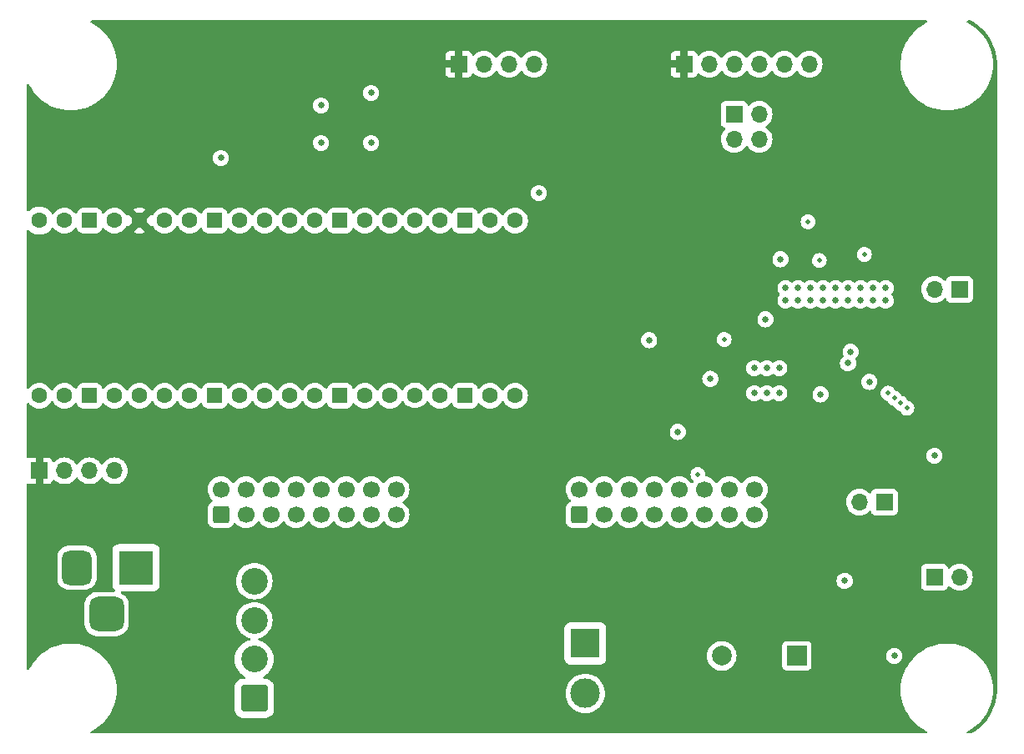
<source format=gbr>
%TF.GenerationSoftware,KiCad,Pcbnew,7.0.11-7.0.11~ubuntu20.04.1*%
%TF.CreationDate,2024-03-20T21:38:14+00:00*%
%TF.ProjectId,MDFPGA,4d444650-4741-42e6-9b69-6361645f7063,rev?*%
%TF.SameCoordinates,Original*%
%TF.FileFunction,Copper,L2,Inr*%
%TF.FilePolarity,Positive*%
%FSLAX46Y46*%
G04 Gerber Fmt 4.6, Leading zero omitted, Abs format (unit mm)*
G04 Created by KiCad (PCBNEW 7.0.11-7.0.11~ubuntu20.04.1) date 2024-03-20 21:38:14*
%MOMM*%
%LPD*%
G01*
G04 APERTURE LIST*
G04 Aperture macros list*
%AMRoundRect*
0 Rectangle with rounded corners*
0 $1 Rounding radius*
0 $2 $3 $4 $5 $6 $7 $8 $9 X,Y pos of 4 corners*
0 Add a 4 corners polygon primitive as box body*
4,1,4,$2,$3,$4,$5,$6,$7,$8,$9,$2,$3,0*
0 Add four circle primitives for the rounded corners*
1,1,$1+$1,$2,$3*
1,1,$1+$1,$4,$5*
1,1,$1+$1,$6,$7*
1,1,$1+$1,$8,$9*
0 Add four rect primitives between the rounded corners*
20,1,$1+$1,$2,$3,$4,$5,0*
20,1,$1+$1,$4,$5,$6,$7,0*
20,1,$1+$1,$6,$7,$8,$9,0*
20,1,$1+$1,$8,$9,$2,$3,0*%
G04 Aperture macros list end*
%TA.AperFunction,ComponentPad*%
%ADD10R,1.700000X1.700000*%
%TD*%
%TA.AperFunction,ComponentPad*%
%ADD11O,1.700000X1.700000*%
%TD*%
%TA.AperFunction,ComponentPad*%
%ADD12C,1.600000*%
%TD*%
%TA.AperFunction,ComponentPad*%
%ADD13RoundRect,0.200000X0.600000X-0.600000X0.600000X0.600000X-0.600000X0.600000X-0.600000X-0.600000X0*%
%TD*%
%TA.AperFunction,ComponentPad*%
%ADD14R,3.000000X3.000000*%
%TD*%
%TA.AperFunction,ComponentPad*%
%ADD15C,3.000000*%
%TD*%
%TA.AperFunction,ComponentPad*%
%ADD16R,2.000000X2.000000*%
%TD*%
%TA.AperFunction,ComponentPad*%
%ADD17C,2.000000*%
%TD*%
%TA.AperFunction,ComponentPad*%
%ADD18RoundRect,0.250000X0.600000X-0.600000X0.600000X0.600000X-0.600000X0.600000X-0.600000X-0.600000X0*%
%TD*%
%TA.AperFunction,ComponentPad*%
%ADD19C,1.700000*%
%TD*%
%TA.AperFunction,ComponentPad*%
%ADD20RoundRect,0.250001X1.099999X-1.099999X1.099999X1.099999X-1.099999X1.099999X-1.099999X-1.099999X0*%
%TD*%
%TA.AperFunction,ComponentPad*%
%ADD21C,2.700000*%
%TD*%
%TA.AperFunction,ComponentPad*%
%ADD22R,3.500000X3.500000*%
%TD*%
%TA.AperFunction,ComponentPad*%
%ADD23RoundRect,0.750000X-0.750000X-1.000000X0.750000X-1.000000X0.750000X1.000000X-0.750000X1.000000X0*%
%TD*%
%TA.AperFunction,ComponentPad*%
%ADD24RoundRect,0.875000X-0.875000X-0.875000X0.875000X-0.875000X0.875000X0.875000X-0.875000X0.875000X0*%
%TD*%
%TA.AperFunction,ViaPad*%
%ADD25C,0.635000*%
%TD*%
%TA.AperFunction,ViaPad*%
%ADD26C,0.508000*%
%TD*%
G04 APERTURE END LIST*
D10*
%TO.N,Net-(D3-K)*%
%TO.C,J11*%
X87630000Y-49530000D03*
D11*
%TO.N,/FPGA/CDONE*%
X85090000Y-49530000D03*
%TD*%
D10*
%TO.N,/FPGA/~{CRESET_B}*%
%TO.C,J10*%
X92710000Y-57150000D03*
D11*
%TO.N,GND*%
X95250000Y-57150000D03*
%TD*%
D12*
%TO.N,/UART0_TX*%
%TO.C,A1*%
X1905000Y-38735000D03*
%TO.N,/UART0_RX*%
X4445000Y-38735000D03*
D13*
%TO.N,GND*%
X6985000Y-38735000D03*
D12*
%TO.N,/RED1*%
X9525000Y-38735000D03*
%TO.N,/GREEN1*%
X12065000Y-38735000D03*
%TO.N,/BLUE1*%
X14605000Y-38735000D03*
%TO.N,/RED2*%
X17145000Y-38735000D03*
D13*
%TO.N,GND*%
X19685000Y-38735000D03*
D12*
%TO.N,/GREEN2*%
X22225000Y-38735000D03*
%TO.N,/BLUE2*%
X24765000Y-38735000D03*
%TO.N,/ADDRA*%
X27305000Y-38735000D03*
%TO.N,/ADDRB*%
X29845000Y-38735000D03*
D13*
%TO.N,GND*%
X32385000Y-38735000D03*
D12*
%TO.N,/ADDRC*%
X34925000Y-38735000D03*
%TO.N,/ADDRD*%
X37465000Y-38735000D03*
%TO.N,unconnected-(A1-GP12-Pad16)*%
X40005000Y-38693119D03*
%TO.N,/CLK*%
X42545000Y-38735000D03*
D13*
%TO.N,GND*%
X45085000Y-38735000D03*
D12*
%TO.N,/LATCH*%
X47625000Y-38735000D03*
%TO.N,/OE*%
X50165000Y-38735000D03*
%TO.N,CTRL_MISO*%
X50165000Y-20955000D03*
%TO.N,~{CTRL_SS}*%
X47625000Y-20955000D03*
D13*
%TO.N,GND*%
X45085000Y-20955000D03*
D12*
%TO.N,CTRL_CLK*%
X42545000Y-20955000D03*
%TO.N,CTRL_MOSI*%
X40005000Y-20955000D03*
%TO.N,/SDA*%
X37465000Y-20955000D03*
%TO.N,/SCL*%
X34925000Y-20955000D03*
D13*
%TO.N,GND*%
X32385000Y-20955000D03*
D12*
%TO.N,/RTCSQWAVE*%
X29845000Y-20955000D03*
%TO.N,unconnected-(A1-RUN-Pad30)*%
X27305000Y-20955000D03*
%TO.N,~{CTRL_RESET}*%
X24765000Y-20955000D03*
%TO.N,/BUZZER*%
X22225000Y-20955000D03*
D13*
%TO.N,GND*%
X19685000Y-20955000D03*
D12*
%TO.N,unconnected-(A1-GP28-Pad34)*%
X17145000Y-20955000D03*
%TO.N,unconnected-(A1-ADC_VREF-Pad35)*%
X14605000Y-20955000D03*
%TO.N,+3V3*%
X12065000Y-20955000D03*
%TO.N,unconnected-(A1-3V3_EN-Pad37)*%
X9525000Y-20955000D03*
D13*
%TO.N,GND*%
X6985000Y-20955000D03*
D12*
%TO.N,unconnected-(A1-VSYS-Pad39)*%
X4445000Y-20955000D03*
%TO.N,+5V*%
X1905000Y-20955000D03*
%TD*%
D10*
%TO.N,+3V3*%
%TO.C,J1*%
X67310000Y-5080000D03*
D11*
%TO.N,/FPGA/FLASH_MOSI*%
X69850000Y-5080000D03*
%TO.N,/FPGA/FLASH_MISO*%
X72390000Y-5080000D03*
%TO.N,/FPGA/ICE_SCK*%
X74930000Y-5080000D03*
%TO.N,/FPGA/ICE_SS*%
X77470000Y-5080000D03*
%TO.N,GND*%
X80010000Y-5080000D03*
%TD*%
D10*
%TO.N,+3V3*%
%TO.C,J2*%
X1905000Y-46355000D03*
D11*
%TO.N,/UART0_TX*%
X4445000Y-46355000D03*
%TO.N,/UART0_RX*%
X6985000Y-46355000D03*
%TO.N,GND*%
X9525000Y-46355000D03*
%TD*%
D14*
%TO.N,+5V*%
%TO.C,J7*%
X57280000Y-63875000D03*
D15*
%TO.N,GND*%
X57280000Y-68955000D03*
%TD*%
D16*
%TO.N,Net-(R6-Pad2)*%
%TO.C,SP1*%
X78730000Y-65145000D03*
D17*
%TO.N,/BUZZER*%
X71130000Y-65145000D03*
%TD*%
D10*
%TO.N,/FPGA/ICE_SS*%
%TO.C,J9*%
X95250000Y-27940000D03*
D11*
%TO.N,Net-(J9-Pin_2)*%
X92710000Y-27940000D03*
%TD*%
D10*
%TO.N,/FPGA/FLASH_MOSI*%
%TO.C,J8*%
X72390000Y-10160000D03*
D11*
%TO.N,/FPGA/ICE_MISO*%
X74930000Y-10160000D03*
%TO.N,/FPGA/ICE_MOSI*%
X72390000Y-12700000D03*
%TO.N,/FPGA/FLASH_MISO*%
X74930000Y-12700000D03*
%TD*%
D18*
%TO.N,/RED1*%
%TO.C,J3*%
X20320000Y-50800000D03*
D19*
%TO.N,/GREEN1*%
X20320000Y-48260000D03*
%TO.N,/BLUE1*%
X22860000Y-50800000D03*
%TO.N,GND*%
X22860000Y-48260000D03*
%TO.N,/RED2*%
X25400000Y-50800000D03*
%TO.N,/GREEN2*%
X25400000Y-48260000D03*
%TO.N,/BLUE2*%
X27940000Y-50800000D03*
%TO.N,GND*%
X27940000Y-48260000D03*
%TO.N,/ADDRA*%
X30480000Y-50800000D03*
%TO.N,/ADDRB*%
X30480000Y-48260000D03*
%TO.N,/ADDRC*%
X33020000Y-50800000D03*
%TO.N,/ADDRD*%
X33020000Y-48260000D03*
%TO.N,/CLK*%
X35560000Y-50800000D03*
%TO.N,/LATCH*%
X35560000Y-48260000D03*
%TO.N,/OE*%
X38100000Y-50800000D03*
%TO.N,GND*%
X38100000Y-48260000D03*
%TD*%
D10*
%TO.N,+3V3*%
%TO.C,J5*%
X44450000Y-5080000D03*
D11*
%TO.N,/SCL*%
X46990000Y-5080000D03*
%TO.N,/SDA*%
X49530000Y-5080000D03*
%TO.N,GND*%
X52070000Y-5080000D03*
%TD*%
D20*
%TO.N,+5V*%
%TO.C,J4*%
X23705000Y-69440000D03*
D21*
X23705000Y-65480000D03*
%TO.N,GND*%
X23705000Y-61520000D03*
X23705000Y-57560000D03*
%TD*%
D22*
%TO.N,+5V*%
%TO.C,CON1*%
X11715000Y-56192500D03*
D23*
%TO.N,GND*%
X5715000Y-56192500D03*
D24*
X8715000Y-60892500D03*
%TD*%
D18*
%TO.N,/FPGA/RED1*%
%TO.C,J6*%
X56645000Y-50800000D03*
D19*
%TO.N,/FPGA/GREEN1*%
X56645000Y-48260000D03*
%TO.N,/FPGA/BLUE1*%
X59185000Y-50800000D03*
%TO.N,GND*%
X59185000Y-48260000D03*
%TO.N,/FPGA/RED2*%
X61725000Y-50800000D03*
%TO.N,/FPGA/GREEN2*%
X61725000Y-48260000D03*
%TO.N,/FPGA/BLUE2*%
X64265000Y-50800000D03*
%TO.N,GND*%
X64265000Y-48260000D03*
%TO.N,/FPGA/ADDRA*%
X66805000Y-50800000D03*
%TO.N,/FPGA/ADDRB*%
X66805000Y-48260000D03*
%TO.N,/FPGA/ADDRC*%
X69345000Y-50800000D03*
%TO.N,/FPGA/ADDRD*%
X69345000Y-48260000D03*
%TO.N,/FPGA/CLK*%
X71885000Y-50800000D03*
%TO.N,/FPGA/LATCH*%
X71885000Y-48260000D03*
%TO.N,/FPGA/OE*%
X74425000Y-50800000D03*
%TO.N,GND*%
X74425000Y-48260000D03*
%TD*%
D25*
%TO.N,GND*%
X35560000Y-8001000D03*
X76965000Y-38475000D03*
X85220000Y-27807000D03*
X82680000Y-29077000D03*
X20320000Y-14605000D03*
X75695000Y-38475000D03*
X74425000Y-38475000D03*
X80140000Y-29077000D03*
X76965000Y-35935000D03*
X35560000Y-13081000D03*
X52578000Y-18161000D03*
X81410000Y-27807000D03*
X74425000Y-35935000D03*
X86490000Y-29077000D03*
X63757000Y-33098000D03*
X78870000Y-27807000D03*
X30480000Y-9271000D03*
X30480000Y-13081000D03*
X81410000Y-29077000D03*
X77092000Y-24886000D03*
X77600000Y-29077000D03*
X78870000Y-29077000D03*
X87760000Y-27807000D03*
X83950000Y-29077000D03*
X75568000Y-30982000D03*
X92710000Y-44828000D03*
X85220000Y-29077000D03*
X80140000Y-27807000D03*
X86490000Y-27807000D03*
X87760000Y-29077000D03*
X88635000Y-65145000D03*
X82680000Y-27807000D03*
X77600000Y-27807000D03*
X83950000Y-27807000D03*
X83592500Y-57525000D03*
X75695000Y-35935000D03*
%TO.N,+3V3*%
X90046000Y-35300000D03*
X62360000Y-31744000D03*
X68710000Y-40380000D03*
X89030000Y-35300000D03*
X88268000Y-36062000D03*
X67186000Y-33903000D03*
X70869000Y-30220000D03*
X96520000Y-53437500D03*
X68202000Y-31871000D03*
X90681000Y-18028000D03*
X30226000Y-5461000D03*
X67821000Y-30220000D03*
X70869000Y-27807000D03*
X61595000Y-2280000D03*
X90046000Y-36316000D03*
X69345000Y-27807000D03*
X67821000Y-27807000D03*
X89030000Y-36316000D03*
X87122000Y-42545000D03*
X83696000Y-19552000D03*
X73409000Y-30728000D03*
X66805000Y-39618000D03*
X88141000Y-18004500D03*
X61595000Y-4820000D03*
X87125000Y-36062000D03*
X83592500Y-54350000D03*
X69345000Y-30220000D03*
D26*
%TO.N,CTRL_MOSI*%
X89281000Y-39497000D03*
%TO.N,CTRL_MISO*%
X88011000Y-38481000D03*
%TO.N,CTRL_CLK*%
X88646000Y-38989000D03*
D25*
%TO.N,+1V2*%
X84204000Y-34284000D03*
X83947000Y-35433000D03*
X66678000Y-42412000D03*
X81156000Y-38602000D03*
X86106000Y-37338000D03*
X69974500Y-37020000D03*
D26*
%TO.N,/FPGA/VPP_2V5*%
X71377000Y-33014000D03*
%TO.N,/FPGA/FLASH_MOSI*%
X85598000Y-24384000D03*
%TO.N,/FPGA/CLK*%
X68710000Y-46736000D03*
%TO.N,~{CTRL_RESET}*%
X89916000Y-40005000D03*
%TO.N,/FPGA/ICE_SS*%
X81029000Y-25013000D03*
%TO.N,Net-(J9-Pin_2)*%
X79886000Y-21076000D03*
%TD*%
%TA.AperFunction,Conductor*%
%TO.N,+3V3*%
G36*
X91913763Y-654685D02*
G01*
X91959518Y-707489D01*
X91969462Y-776647D01*
X91940437Y-840203D01*
X91896810Y-872433D01*
X91893709Y-873803D01*
X91887038Y-876748D01*
X91887021Y-876757D01*
X91508140Y-1087792D01*
X91508133Y-1087796D01*
X91150320Y-1332904D01*
X91150310Y-1332911D01*
X90816666Y-1609966D01*
X90816646Y-1609984D01*
X90509984Y-1916646D01*
X90509966Y-1916666D01*
X90232911Y-2250310D01*
X90232904Y-2250320D01*
X89987796Y-2608133D01*
X89987792Y-2608140D01*
X89776757Y-2987021D01*
X89776743Y-2987049D01*
X89601572Y-3383770D01*
X89601571Y-3383774D01*
X89463737Y-3795015D01*
X89364441Y-4217196D01*
X89364440Y-4217201D01*
X89311695Y-4595320D01*
X89304520Y-4646753D01*
X89284490Y-5080000D01*
X89304520Y-5513247D01*
X89304520Y-5513253D01*
X89304521Y-5513255D01*
X89364440Y-5942798D01*
X89364441Y-5942803D01*
X89463737Y-6364984D01*
X89601571Y-6776225D01*
X89601572Y-6776229D01*
X89776743Y-7172950D01*
X89776748Y-7172960D01*
X89776752Y-7172969D01*
X89776756Y-7172977D01*
X89776757Y-7172978D01*
X89987792Y-7551859D01*
X89987796Y-7551866D01*
X89987797Y-7551867D01*
X90232902Y-7909677D01*
X90232904Y-7909679D01*
X90232911Y-7909689D01*
X90460841Y-8184174D01*
X90509976Y-8243345D01*
X90816655Y-8550024D01*
X90816666Y-8550033D01*
X91150310Y-8827088D01*
X91150316Y-8827092D01*
X91150323Y-8827098D01*
X91508133Y-9072203D01*
X91887031Y-9283248D01*
X91887048Y-9283255D01*
X91887049Y-9283256D01*
X92283770Y-9458427D01*
X92283774Y-9458428D01*
X92283776Y-9458428D01*
X92283786Y-9458433D01*
X92695013Y-9596262D01*
X93117202Y-9695560D01*
X93546753Y-9755480D01*
X93871634Y-9770500D01*
X93871637Y-9770500D01*
X94088363Y-9770500D01*
X94088366Y-9770500D01*
X94413247Y-9755480D01*
X94842798Y-9695560D01*
X95264987Y-9596262D01*
X95676214Y-9458433D01*
X95676225Y-9458427D01*
X95676229Y-9458427D01*
X95920397Y-9350615D01*
X96072969Y-9283248D01*
X96451867Y-9072203D01*
X96809677Y-8827098D01*
X97143345Y-8550024D01*
X97450024Y-8243345D01*
X97727098Y-7909677D01*
X97972203Y-7551867D01*
X98183248Y-7172969D01*
X98250615Y-7020397D01*
X98358427Y-6776229D01*
X98358428Y-6776225D01*
X98358433Y-6776214D01*
X98496262Y-6364987D01*
X98595560Y-5942798D01*
X98655480Y-5513247D01*
X98675510Y-5080000D01*
X98655480Y-4646753D01*
X98595560Y-4217202D01*
X98496262Y-3795013D01*
X98358433Y-3383786D01*
X98358428Y-3383774D01*
X98358427Y-3383770D01*
X98183256Y-2987049D01*
X98183254Y-2987044D01*
X98183248Y-2987031D01*
X97972203Y-2608133D01*
X97727098Y-2250323D01*
X97727092Y-2250316D01*
X97727088Y-2250310D01*
X97450033Y-1916666D01*
X97450024Y-1916655D01*
X97143345Y-1609976D01*
X97097216Y-1571671D01*
X96809689Y-1332911D01*
X96809679Y-1332904D01*
X96809677Y-1332902D01*
X96571137Y-1169498D01*
X96451866Y-1087796D01*
X96451859Y-1087792D01*
X96072978Y-876757D01*
X96072961Y-876748D01*
X96067827Y-874481D01*
X96063189Y-872434D01*
X96009814Y-827349D01*
X95989286Y-760563D01*
X96008124Y-693281D01*
X96060346Y-646864D01*
X96113276Y-635000D01*
X96400834Y-635000D01*
X96464307Y-652476D01*
X96641548Y-758090D01*
X96644666Y-760012D01*
X96770540Y-840203D01*
X96817116Y-869875D01*
X96822545Y-873538D01*
X96998570Y-999218D01*
X97002002Y-1001759D01*
X97164219Y-1126232D01*
X97168874Y-1129985D01*
X97333920Y-1269771D01*
X97337552Y-1272972D01*
X97488327Y-1411132D01*
X97492235Y-1414873D01*
X97645125Y-1567763D01*
X97648866Y-1571671D01*
X97787026Y-1722446D01*
X97790227Y-1726078D01*
X97930013Y-1891124D01*
X97933766Y-1895779D01*
X98058239Y-2057996D01*
X98060780Y-2061428D01*
X98186460Y-2237453D01*
X98190123Y-2242882D01*
X98299974Y-2415313D01*
X98301917Y-2418465D01*
X98412650Y-2604300D01*
X98416116Y-2610516D01*
X98510534Y-2791889D01*
X98511946Y-2794686D01*
X98606942Y-2989004D01*
X98610102Y-2996011D01*
X98688351Y-3184920D01*
X98689307Y-3187298D01*
X98741305Y-3320556D01*
X98765977Y-3383786D01*
X98767949Y-3388838D01*
X98770693Y-3396627D01*
X98832163Y-3591591D01*
X98832747Y-3593495D01*
X98894494Y-3800898D01*
X98896710Y-3809441D01*
X98940949Y-4008987D01*
X98941249Y-4010380D01*
X98985675Y-4222260D01*
X98987253Y-4231521D01*
X99013887Y-4433829D01*
X99013996Y-4434676D01*
X99040818Y-4649849D01*
X99041652Y-4659778D01*
X99050512Y-4862701D01*
X99050524Y-4862986D01*
X99059394Y-5077438D01*
X99059500Y-5082562D01*
X99059500Y-68577437D01*
X99059394Y-68582561D01*
X99050524Y-68797013D01*
X99050512Y-68797298D01*
X99041652Y-69000220D01*
X99040818Y-69010149D01*
X99013996Y-69225322D01*
X99013887Y-69226169D01*
X98987253Y-69428477D01*
X98985675Y-69437738D01*
X98941249Y-69649618D01*
X98940949Y-69651011D01*
X98896710Y-69850557D01*
X98894494Y-69859100D01*
X98832747Y-70066503D01*
X98832163Y-70068407D01*
X98770693Y-70263371D01*
X98767949Y-70271160D01*
X98689307Y-70472700D01*
X98688351Y-70475078D01*
X98610102Y-70663987D01*
X98606942Y-70670994D01*
X98511946Y-70865312D01*
X98510534Y-70868109D01*
X98416116Y-71049482D01*
X98412650Y-71055698D01*
X98301917Y-71241533D01*
X98299974Y-71244685D01*
X98190123Y-71417116D01*
X98186460Y-71422545D01*
X98060780Y-71598570D01*
X98058239Y-71602002D01*
X97933766Y-71764219D01*
X97930013Y-71768874D01*
X97790227Y-71933920D01*
X97787026Y-71937552D01*
X97648866Y-72088327D01*
X97645125Y-72092235D01*
X97492235Y-72245125D01*
X97488327Y-72248866D01*
X97337552Y-72387026D01*
X97333920Y-72390227D01*
X97168874Y-72530013D01*
X97164219Y-72533766D01*
X97002002Y-72658239D01*
X96998570Y-72660780D01*
X96822545Y-72786460D01*
X96817116Y-72790123D01*
X96644685Y-72899974D01*
X96641534Y-72901916D01*
X96464306Y-73007522D01*
X96400832Y-73025000D01*
X96113276Y-73025000D01*
X96046237Y-73005315D01*
X96000482Y-72952511D01*
X95990538Y-72883353D01*
X96019563Y-72819797D01*
X96063189Y-72787566D01*
X96072969Y-72783248D01*
X96451867Y-72572203D01*
X96809677Y-72327098D01*
X97143345Y-72050024D01*
X97450024Y-71743345D01*
X97727098Y-71409677D01*
X97972203Y-71051867D01*
X98183248Y-70672969D01*
X98272546Y-70470729D01*
X98358427Y-70276229D01*
X98358428Y-70276225D01*
X98358433Y-70276214D01*
X98496262Y-69864987D01*
X98595560Y-69442798D01*
X98655480Y-69013247D01*
X98675510Y-68580000D01*
X98655480Y-68146753D01*
X98595560Y-67717202D01*
X98496262Y-67295013D01*
X98358433Y-66883786D01*
X98358428Y-66883774D01*
X98358427Y-66883770D01*
X98183256Y-66487049D01*
X98183254Y-66487044D01*
X98183248Y-66487031D01*
X97972203Y-66108133D01*
X97727098Y-65750323D01*
X97727092Y-65750316D01*
X97727088Y-65750310D01*
X97468728Y-65439180D01*
X97450024Y-65416655D01*
X97143345Y-65109976D01*
X97143333Y-65109966D01*
X96809689Y-64832911D01*
X96809679Y-64832904D01*
X96809677Y-64832902D01*
X96547169Y-64653080D01*
X96451866Y-64587796D01*
X96451859Y-64587792D01*
X96072978Y-64376757D01*
X96072977Y-64376756D01*
X96072969Y-64376752D01*
X96072960Y-64376748D01*
X96072950Y-64376743D01*
X95676229Y-64201572D01*
X95676225Y-64201571D01*
X95676216Y-64201568D01*
X95676214Y-64201567D01*
X95264987Y-64063738D01*
X95264986Y-64063737D01*
X95264984Y-64063737D01*
X94842803Y-63964441D01*
X94842798Y-63964440D01*
X94413255Y-63904521D01*
X94413253Y-63904520D01*
X94413247Y-63904520D01*
X94088366Y-63889500D01*
X93871634Y-63889500D01*
X93546753Y-63904520D01*
X93546746Y-63904520D01*
X93546744Y-63904521D01*
X93117201Y-63964440D01*
X93117196Y-63964441D01*
X92695015Y-64063737D01*
X92283774Y-64201571D01*
X92283770Y-64201572D01*
X91887049Y-64376743D01*
X91887021Y-64376757D01*
X91508140Y-64587792D01*
X91508133Y-64587796D01*
X91150320Y-64832904D01*
X91150310Y-64832911D01*
X90816666Y-65109966D01*
X90816646Y-65109984D01*
X90509984Y-65416646D01*
X90509966Y-65416666D01*
X90232911Y-65750310D01*
X90232904Y-65750320D01*
X89987796Y-66108133D01*
X89987792Y-66108140D01*
X89776757Y-66487021D01*
X89776743Y-66487049D01*
X89601572Y-66883770D01*
X89601571Y-66883774D01*
X89463737Y-67295015D01*
X89366038Y-67710408D01*
X89364440Y-67717202D01*
X89304520Y-68146753D01*
X89284490Y-68580000D01*
X89304520Y-69013247D01*
X89304520Y-69013253D01*
X89304521Y-69013255D01*
X89364440Y-69442798D01*
X89364441Y-69442803D01*
X89445668Y-69788161D01*
X89463738Y-69864987D01*
X89598946Y-70268395D01*
X89601571Y-70276225D01*
X89601572Y-70276229D01*
X89776743Y-70672950D01*
X89776748Y-70672960D01*
X89776752Y-70672969D01*
X89776756Y-70672977D01*
X89776757Y-70672978D01*
X89987792Y-71051859D01*
X89987796Y-71051866D01*
X90068440Y-71169591D01*
X90232902Y-71409677D01*
X90232904Y-71409679D01*
X90232911Y-71409689D01*
X90392606Y-71602002D01*
X90509976Y-71743345D01*
X90816655Y-72050024D01*
X90816666Y-72050033D01*
X91150310Y-72327088D01*
X91150316Y-72327092D01*
X91150323Y-72327098D01*
X91508133Y-72572203D01*
X91887031Y-72783248D01*
X91896810Y-72787565D01*
X91950186Y-72832651D01*
X91970714Y-72899437D01*
X91951876Y-72966719D01*
X91899654Y-73013136D01*
X91846724Y-73025000D01*
X7213276Y-73025000D01*
X7146237Y-73005315D01*
X7100482Y-72952511D01*
X7090538Y-72883353D01*
X7119563Y-72819797D01*
X7163189Y-72787566D01*
X7172969Y-72783248D01*
X7551867Y-72572203D01*
X7909677Y-72327098D01*
X8243345Y-72050024D01*
X8550024Y-71743345D01*
X8827098Y-71409677D01*
X9072203Y-71051867D01*
X9283248Y-70672969D01*
X9372546Y-70470729D01*
X9458427Y-70276229D01*
X9458428Y-70276225D01*
X9458433Y-70276214D01*
X9596262Y-69864987D01*
X9695560Y-69442798D01*
X9755480Y-69013247D01*
X9775510Y-68580000D01*
X9755480Y-68146753D01*
X9695560Y-67717202D01*
X9596262Y-67295013D01*
X9458433Y-66883786D01*
X9458428Y-66883774D01*
X9458427Y-66883770D01*
X9283256Y-66487049D01*
X9283254Y-66487044D01*
X9283248Y-66487031D01*
X9072203Y-66108133D01*
X8827098Y-65750323D01*
X8827092Y-65750316D01*
X8827088Y-65750310D01*
X8602625Y-65480001D01*
X21714428Y-65480001D01*
X21734689Y-65763293D01*
X21795057Y-66040800D01*
X21795059Y-66040806D01*
X21795060Y-66040809D01*
X21805868Y-66069785D01*
X21894314Y-66306919D01*
X22030420Y-66556178D01*
X22030425Y-66556186D01*
X22200619Y-66783539D01*
X22200635Y-66783557D01*
X22401442Y-66984364D01*
X22401460Y-66984380D01*
X22628813Y-67154574D01*
X22628821Y-67154579D01*
X22751685Y-67221668D01*
X22801090Y-67271073D01*
X22815942Y-67339346D01*
X22791525Y-67404810D01*
X22735592Y-67446682D01*
X22692258Y-67454500D01*
X22543014Y-67454500D01*
X22465718Y-67460583D01*
X22285918Y-67508761D01*
X22120068Y-67593263D01*
X21975408Y-67710408D01*
X21858263Y-67855068D01*
X21773761Y-68020918D01*
X21725583Y-68200718D01*
X21719500Y-68278014D01*
X21719500Y-70601985D01*
X21725583Y-70679281D01*
X21725583Y-70679284D01*
X21725584Y-70679285D01*
X21773761Y-70859082D01*
X21784098Y-70879369D01*
X21858263Y-71024931D01*
X21880069Y-71051859D01*
X21975408Y-71169592D01*
X22064248Y-71241533D01*
X22120068Y-71286736D01*
X22202195Y-71328580D01*
X22285918Y-71371239D01*
X22465715Y-71419416D01*
X22543020Y-71425500D01*
X22543028Y-71425500D01*
X24866972Y-71425500D01*
X24866980Y-71425500D01*
X24944285Y-71419416D01*
X25124082Y-71371239D01*
X25250461Y-71306846D01*
X25289931Y-71286736D01*
X25289932Y-71286734D01*
X25289934Y-71286734D01*
X25434592Y-71169592D01*
X25551734Y-71024934D01*
X25636239Y-70859082D01*
X25684416Y-70679285D01*
X25690500Y-70601980D01*
X25690500Y-68955001D01*
X55274390Y-68955001D01*
X55294804Y-69240433D01*
X55355628Y-69520037D01*
X55455635Y-69788166D01*
X55592770Y-70039309D01*
X55592775Y-70039317D01*
X55764254Y-70268387D01*
X55764270Y-70268405D01*
X55966594Y-70470729D01*
X55966612Y-70470745D01*
X56195682Y-70642224D01*
X56195690Y-70642229D01*
X56446833Y-70779364D01*
X56446832Y-70779364D01*
X56446836Y-70779365D01*
X56446839Y-70779367D01*
X56714954Y-70879369D01*
X56714960Y-70879370D01*
X56714962Y-70879371D01*
X56994566Y-70940195D01*
X56994568Y-70940195D01*
X56994572Y-70940196D01*
X57248220Y-70958337D01*
X57279999Y-70960610D01*
X57280000Y-70960610D01*
X57280001Y-70960610D01*
X57308595Y-70958564D01*
X57565428Y-70940196D01*
X57845046Y-70879369D01*
X58113161Y-70779367D01*
X58364315Y-70642226D01*
X58593395Y-70470739D01*
X58795739Y-70268395D01*
X58967226Y-70039315D01*
X59104367Y-69788161D01*
X59204369Y-69520046D01*
X59265196Y-69240428D01*
X59285610Y-68955000D01*
X59265196Y-68669572D01*
X59245153Y-68577437D01*
X59204371Y-68389962D01*
X59204370Y-68389960D01*
X59204369Y-68389954D01*
X59104367Y-68121839D01*
X58967226Y-67870685D01*
X58967224Y-67870682D01*
X58795745Y-67641612D01*
X58795729Y-67641594D01*
X58593405Y-67439270D01*
X58593387Y-67439254D01*
X58364317Y-67267775D01*
X58364309Y-67267770D01*
X58113166Y-67130635D01*
X58113167Y-67130635D01*
X58005915Y-67090632D01*
X57845046Y-67030631D01*
X57845043Y-67030630D01*
X57845037Y-67030628D01*
X57565433Y-66969804D01*
X57280001Y-66949390D01*
X57279999Y-66949390D01*
X56994566Y-66969804D01*
X56714962Y-67030628D01*
X56446833Y-67130635D01*
X56195690Y-67267770D01*
X56195682Y-67267775D01*
X55966612Y-67439254D01*
X55966594Y-67439270D01*
X55764270Y-67641594D01*
X55764254Y-67641612D01*
X55592775Y-67870682D01*
X55592770Y-67870690D01*
X55455635Y-68121833D01*
X55355628Y-68389962D01*
X55294804Y-68669566D01*
X55274390Y-68954998D01*
X55274390Y-68955001D01*
X25690500Y-68955001D01*
X25690500Y-68278020D01*
X25684416Y-68200715D01*
X25636239Y-68020918D01*
X25593580Y-67937195D01*
X25551736Y-67855068D01*
X25519452Y-67815201D01*
X25434592Y-67710408D01*
X25349614Y-67641594D01*
X25289931Y-67593263D01*
X25166739Y-67530495D01*
X25124082Y-67508761D01*
X24944285Y-67460584D01*
X24944284Y-67460583D01*
X24944281Y-67460583D01*
X24866985Y-67454500D01*
X24866980Y-67454500D01*
X24717742Y-67454500D01*
X24650703Y-67434815D01*
X24604948Y-67382011D01*
X24595004Y-67312853D01*
X24624029Y-67249297D01*
X24658315Y-67221668D01*
X24741544Y-67176220D01*
X24781184Y-67154576D01*
X25008547Y-66984374D01*
X25209374Y-66783547D01*
X25379576Y-66556184D01*
X25515688Y-66306913D01*
X25614940Y-66040809D01*
X25674372Y-65767603D01*
X25675310Y-65763293D01*
X25675310Y-65763292D01*
X25675311Y-65763288D01*
X25695572Y-65480000D01*
X25692652Y-65439168D01*
X55144500Y-65439168D01*
X55144501Y-65439193D01*
X55147335Y-65475204D01*
X55192129Y-65629388D01*
X55192131Y-65629393D01*
X55273863Y-65767595D01*
X55273869Y-65767603D01*
X55387396Y-65881130D01*
X55387400Y-65881133D01*
X55387402Y-65881135D01*
X55525607Y-65962869D01*
X55543874Y-65968176D01*
X55679791Y-66007664D01*
X55679794Y-66007664D01*
X55679796Y-66007665D01*
X55715819Y-66010500D01*
X58844180Y-66010499D01*
X58880204Y-66007665D01*
X59034393Y-65962869D01*
X59172598Y-65881135D01*
X59286135Y-65767598D01*
X59367869Y-65629393D01*
X59412665Y-65475204D01*
X59415500Y-65439181D01*
X59415500Y-65145005D01*
X69624357Y-65145005D01*
X69644890Y-65392812D01*
X69644892Y-65392824D01*
X69705936Y-65633881D01*
X69805826Y-65861606D01*
X69941833Y-66069782D01*
X69941836Y-66069785D01*
X70110256Y-66252738D01*
X70306491Y-66405474D01*
X70525190Y-66523828D01*
X70760386Y-66604571D01*
X71005665Y-66645500D01*
X71254335Y-66645500D01*
X71499614Y-66604571D01*
X71734810Y-66523828D01*
X71953509Y-66405474D01*
X72149744Y-66252738D01*
X72204856Y-66192870D01*
X77229500Y-66192870D01*
X77229501Y-66192876D01*
X77235908Y-66252483D01*
X77286202Y-66387328D01*
X77286206Y-66387335D01*
X77372452Y-66502544D01*
X77372455Y-66502547D01*
X77487664Y-66588793D01*
X77487671Y-66588797D01*
X77622517Y-66639091D01*
X77622516Y-66639091D01*
X77629444Y-66639835D01*
X77682127Y-66645500D01*
X79777872Y-66645499D01*
X79837483Y-66639091D01*
X79972331Y-66588796D01*
X80087546Y-66502546D01*
X80173796Y-66387331D01*
X80224091Y-66252483D01*
X80230500Y-66192873D01*
X80230500Y-65145002D01*
X87811824Y-65145002D01*
X87832461Y-65328171D01*
X87863427Y-65416666D01*
X87893344Y-65502163D01*
X87991415Y-65658242D01*
X88121758Y-65788585D01*
X88277837Y-65886656D01*
X88410059Y-65932922D01*
X88451828Y-65947538D01*
X88634997Y-65968176D01*
X88635000Y-65968176D01*
X88635003Y-65968176D01*
X88818171Y-65947538D01*
X88818174Y-65947537D01*
X88992163Y-65886656D01*
X89148242Y-65788585D01*
X89278585Y-65658242D01*
X89376656Y-65502163D01*
X89437537Y-65328174D01*
X89437537Y-65328173D01*
X89437538Y-65328171D01*
X89458176Y-65145002D01*
X89458176Y-65144997D01*
X89437538Y-64961828D01*
X89414915Y-64897175D01*
X89376656Y-64787837D01*
X89278585Y-64631758D01*
X89148242Y-64501415D01*
X88992165Y-64403345D01*
X88992164Y-64403344D01*
X88992163Y-64403344D01*
X88950396Y-64388729D01*
X88818171Y-64342461D01*
X88635003Y-64321824D01*
X88634997Y-64321824D01*
X88451828Y-64342461D01*
X88277834Y-64403345D01*
X88121757Y-64501415D01*
X87991415Y-64631757D01*
X87893345Y-64787834D01*
X87832461Y-64961828D01*
X87811824Y-65144997D01*
X87811824Y-65145002D01*
X80230500Y-65145002D01*
X80230499Y-64097128D01*
X80224091Y-64037517D01*
X80196835Y-63964441D01*
X80173797Y-63902671D01*
X80173793Y-63902664D01*
X80087547Y-63787455D01*
X80087544Y-63787452D01*
X79972335Y-63701206D01*
X79972328Y-63701202D01*
X79837482Y-63650908D01*
X79837483Y-63650908D01*
X79777883Y-63644501D01*
X79777881Y-63644500D01*
X79777873Y-63644500D01*
X79777864Y-63644500D01*
X77682129Y-63644500D01*
X77682123Y-63644501D01*
X77622516Y-63650908D01*
X77487671Y-63701202D01*
X77487664Y-63701206D01*
X77372455Y-63787452D01*
X77372452Y-63787455D01*
X77286206Y-63902664D01*
X77286202Y-63902671D01*
X77235908Y-64037517D01*
X77229501Y-64097116D01*
X77229501Y-64097123D01*
X77229500Y-64097135D01*
X77229500Y-66192870D01*
X72204856Y-66192870D01*
X72318164Y-66069785D01*
X72454173Y-65861607D01*
X72554063Y-65633881D01*
X72615108Y-65392821D01*
X72635643Y-65145000D01*
X72632741Y-65109984D01*
X72615109Y-64897187D01*
X72615107Y-64897175D01*
X72554063Y-64656118D01*
X72454173Y-64428393D01*
X72318166Y-64220217D01*
X72277868Y-64176442D01*
X72149744Y-64037262D01*
X71953509Y-63884526D01*
X71953507Y-63884525D01*
X71953506Y-63884524D01*
X71734811Y-63766172D01*
X71734802Y-63766169D01*
X71499616Y-63685429D01*
X71254335Y-63644500D01*
X71005665Y-63644500D01*
X70760383Y-63685429D01*
X70525197Y-63766169D01*
X70525188Y-63766172D01*
X70306493Y-63884524D01*
X70110257Y-64037261D01*
X69941833Y-64220217D01*
X69805826Y-64428393D01*
X69705936Y-64656118D01*
X69644892Y-64897175D01*
X69644890Y-64897187D01*
X69624357Y-65144994D01*
X69624357Y-65145005D01*
X59415500Y-65145005D01*
X59415499Y-62310820D01*
X59412665Y-62274796D01*
X59367869Y-62120607D01*
X59286135Y-61982402D01*
X59286133Y-61982400D01*
X59286130Y-61982396D01*
X59172603Y-61868869D01*
X59172595Y-61868863D01*
X59034393Y-61787131D01*
X59034388Y-61787129D01*
X58880208Y-61742335D01*
X58880202Y-61742334D01*
X58844181Y-61739500D01*
X55715831Y-61739500D01*
X55715806Y-61739501D01*
X55679795Y-61742335D01*
X55525611Y-61787129D01*
X55525606Y-61787131D01*
X55387404Y-61868863D01*
X55387396Y-61868869D01*
X55273869Y-61982396D01*
X55273863Y-61982404D01*
X55192131Y-62120606D01*
X55192129Y-62120611D01*
X55147335Y-62274791D01*
X55147334Y-62274797D01*
X55144500Y-62310811D01*
X55144500Y-65439168D01*
X25692652Y-65439168D01*
X25675311Y-65196712D01*
X25664060Y-65144994D01*
X25614942Y-64919199D01*
X25614941Y-64919197D01*
X25614940Y-64919191D01*
X25515688Y-64653087D01*
X25515686Y-64653084D01*
X25515685Y-64653080D01*
X25379579Y-64403821D01*
X25379574Y-64403813D01*
X25209380Y-64176460D01*
X25209364Y-64176442D01*
X25008557Y-63975635D01*
X25008539Y-63975619D01*
X24781186Y-63805425D01*
X24781178Y-63805420D01*
X24531918Y-63669314D01*
X24531919Y-63669314D01*
X24465392Y-63644501D01*
X24265809Y-63570060D01*
X24265802Y-63570058D01*
X24265801Y-63570058D01*
X24183189Y-63552086D01*
X24121866Y-63518600D01*
X24088382Y-63457277D01*
X24093367Y-63387585D01*
X24135238Y-63331652D01*
X24183186Y-63309755D01*
X24227678Y-63300077D01*
X24475689Y-63207574D01*
X24708011Y-63080716D01*
X24919915Y-62922087D01*
X25107087Y-62734915D01*
X25265716Y-62523011D01*
X25392574Y-62290689D01*
X25485077Y-62042678D01*
X25522888Y-61868863D01*
X25541342Y-61784032D01*
X25541342Y-61784030D01*
X25541343Y-61784026D01*
X25560227Y-61520000D01*
X25541343Y-61255974D01*
X25485077Y-60997322D01*
X25392574Y-60749311D01*
X25265716Y-60516989D01*
X25265714Y-60516986D01*
X25107093Y-60305092D01*
X25107077Y-60305074D01*
X24919925Y-60117922D01*
X24919907Y-60117906D01*
X24708013Y-59959285D01*
X24708005Y-59959280D01*
X24475694Y-59832428D01*
X24475690Y-59832426D01*
X24227673Y-59739921D01*
X23969034Y-59683658D01*
X23969027Y-59683657D01*
X23705001Y-59664773D01*
X23704999Y-59664773D01*
X23440972Y-59683657D01*
X23440965Y-59683658D01*
X23182326Y-59739921D01*
X22934309Y-59832426D01*
X22934305Y-59832428D01*
X22701994Y-59959280D01*
X22701986Y-59959285D01*
X22490092Y-60117906D01*
X22490074Y-60117922D01*
X22302922Y-60305074D01*
X22302906Y-60305092D01*
X22144285Y-60516986D01*
X22144280Y-60516994D01*
X22017428Y-60749305D01*
X22017426Y-60749309D01*
X21924921Y-60997326D01*
X21868658Y-61255965D01*
X21868657Y-61255972D01*
X21849773Y-61519998D01*
X21849773Y-61520001D01*
X21868657Y-61784027D01*
X21868658Y-61784032D01*
X21924921Y-62042673D01*
X22017426Y-62290690D01*
X22017428Y-62290694D01*
X22144280Y-62523005D01*
X22144285Y-62523013D01*
X22302906Y-62734907D01*
X22302922Y-62734925D01*
X22490074Y-62922077D01*
X22490092Y-62922093D01*
X22701986Y-63080714D01*
X22701994Y-63080719D01*
X22934305Y-63207571D01*
X22934309Y-63207573D01*
X22934311Y-63207574D01*
X23182322Y-63300077D01*
X23226810Y-63309754D01*
X23288131Y-63343237D01*
X23321617Y-63404560D01*
X23316633Y-63474252D01*
X23274763Y-63530186D01*
X23226811Y-63552086D01*
X23144197Y-63570058D01*
X23144192Y-63570059D01*
X23144191Y-63570060D01*
X23069609Y-63597877D01*
X22878080Y-63669314D01*
X22628821Y-63805420D01*
X22628813Y-63805425D01*
X22401460Y-63975619D01*
X22401442Y-63975635D01*
X22200635Y-64176442D01*
X22200619Y-64176460D01*
X22030425Y-64403813D01*
X22030420Y-64403821D01*
X21894314Y-64653080D01*
X21795057Y-64919199D01*
X21734689Y-65196706D01*
X21714428Y-65479998D01*
X21714428Y-65480001D01*
X8602625Y-65480001D01*
X8568728Y-65439180D01*
X8550024Y-65416655D01*
X8243345Y-65109976D01*
X8243333Y-65109966D01*
X7909689Y-64832911D01*
X7909679Y-64832904D01*
X7909677Y-64832902D01*
X7647169Y-64653080D01*
X7551866Y-64587796D01*
X7551859Y-64587792D01*
X7172978Y-64376757D01*
X7172977Y-64376756D01*
X7172969Y-64376752D01*
X7172960Y-64376748D01*
X7172950Y-64376743D01*
X6776229Y-64201572D01*
X6776225Y-64201571D01*
X6776216Y-64201568D01*
X6776214Y-64201567D01*
X6364987Y-64063738D01*
X6364986Y-64063737D01*
X6364984Y-64063737D01*
X5942803Y-63964441D01*
X5942798Y-63964440D01*
X5513255Y-63904521D01*
X5513253Y-63904520D01*
X5513247Y-63904520D01*
X5188366Y-63889500D01*
X4971634Y-63889500D01*
X4646753Y-63904520D01*
X4646746Y-63904520D01*
X4646744Y-63904521D01*
X4217201Y-63964440D01*
X4217196Y-63964441D01*
X3795015Y-64063737D01*
X3383774Y-64201571D01*
X3383770Y-64201572D01*
X2987049Y-64376743D01*
X2987021Y-64376757D01*
X2608140Y-64587792D01*
X2608133Y-64587796D01*
X2250320Y-64832904D01*
X2250310Y-64832911D01*
X1916666Y-65109966D01*
X1916646Y-65109984D01*
X1609984Y-65416646D01*
X1609966Y-65416666D01*
X1332911Y-65750310D01*
X1332904Y-65750320D01*
X1087796Y-66108133D01*
X1087792Y-66108140D01*
X876757Y-66487021D01*
X876745Y-66487044D01*
X872433Y-66496812D01*
X827346Y-66550187D01*
X760560Y-66570713D01*
X693278Y-66551873D01*
X646863Y-66499649D01*
X635000Y-66446723D01*
X635000Y-61861113D01*
X6464500Y-61861113D01*
X6464501Y-61861152D01*
X6467295Y-61913743D01*
X6467295Y-61913744D01*
X6507303Y-62120606D01*
X6511755Y-62143626D01*
X6560326Y-62272332D01*
X6594425Y-62362689D01*
X6712929Y-62564631D01*
X6712934Y-62564638D01*
X6863856Y-62743641D01*
X6863858Y-62743643D01*
X7042861Y-62894565D01*
X7042868Y-62894570D01*
X7244810Y-63013074D01*
X7463874Y-63095745D01*
X7693759Y-63140205D01*
X7746378Y-63143000D01*
X7746386Y-63143000D01*
X9683614Y-63143000D01*
X9683622Y-63143000D01*
X9736241Y-63140205D01*
X9966126Y-63095745D01*
X10185190Y-63013074D01*
X10387132Y-62894570D01*
X10566142Y-62743642D01*
X10717070Y-62564632D01*
X10835574Y-62362690D01*
X10918245Y-62143626D01*
X10962705Y-61913741D01*
X10965500Y-61861122D01*
X10965500Y-59923878D01*
X10962705Y-59871259D01*
X10918245Y-59641374D01*
X10835574Y-59422310D01*
X10717070Y-59220368D01*
X10717065Y-59220361D01*
X10566143Y-59041358D01*
X10566141Y-59041356D01*
X10387138Y-58890434D01*
X10387136Y-58890432D01*
X10248274Y-58808945D01*
X10200418Y-58758038D01*
X10187681Y-58689339D01*
X10214107Y-58624659D01*
X10271307Y-58584535D01*
X10311027Y-58577999D01*
X13529180Y-58577999D01*
X13565204Y-58575165D01*
X13719393Y-58530369D01*
X13857598Y-58448635D01*
X13971135Y-58335098D01*
X14052869Y-58196893D01*
X14094097Y-58054984D01*
X14097664Y-58042708D01*
X14097665Y-58042702D01*
X14099341Y-58021402D01*
X14100500Y-58006681D01*
X14100500Y-57560001D01*
X21849773Y-57560001D01*
X21868657Y-57824027D01*
X21868658Y-57824034D01*
X21924921Y-58082673D01*
X22017426Y-58330690D01*
X22017428Y-58330694D01*
X22144280Y-58563005D01*
X22144285Y-58563013D01*
X22302906Y-58774907D01*
X22302922Y-58774925D01*
X22490074Y-58962077D01*
X22490092Y-58962093D01*
X22701986Y-59120714D01*
X22701994Y-59120719D01*
X22934305Y-59247571D01*
X22934309Y-59247573D01*
X22934311Y-59247574D01*
X23182322Y-59340077D01*
X23182325Y-59340077D01*
X23182326Y-59340078D01*
X23377552Y-59382546D01*
X23440974Y-59396343D01*
X23684660Y-59413772D01*
X23704999Y-59415227D01*
X23705000Y-59415227D01*
X23705001Y-59415227D01*
X23723885Y-59413876D01*
X23969026Y-59396343D01*
X24227678Y-59340077D01*
X24475689Y-59247574D01*
X24708011Y-59120716D01*
X24919915Y-58962087D01*
X25107087Y-58774915D01*
X25265716Y-58563011D01*
X25392574Y-58330689D01*
X25485077Y-58082678D01*
X25541343Y-57824026D01*
X25560227Y-57560000D01*
X25557724Y-57525002D01*
X82769324Y-57525002D01*
X82789961Y-57708171D01*
X82850845Y-57882165D01*
X82929076Y-58006668D01*
X82948915Y-58038242D01*
X83079258Y-58168585D01*
X83235337Y-58266656D01*
X83367559Y-58312922D01*
X83409328Y-58327538D01*
X83592497Y-58348176D01*
X83592500Y-58348176D01*
X83592503Y-58348176D01*
X83775671Y-58327538D01*
X83785685Y-58324034D01*
X83949663Y-58266656D01*
X84105742Y-58168585D01*
X84226457Y-58047870D01*
X91359500Y-58047870D01*
X91359501Y-58047876D01*
X91365908Y-58107483D01*
X91416202Y-58242328D01*
X91416206Y-58242335D01*
X91502452Y-58357544D01*
X91502455Y-58357547D01*
X91617664Y-58443793D01*
X91617671Y-58443797D01*
X91752517Y-58494091D01*
X91752516Y-58494091D01*
X91759444Y-58494835D01*
X91812127Y-58500500D01*
X93607872Y-58500499D01*
X93667483Y-58494091D01*
X93802331Y-58443796D01*
X93917546Y-58357546D01*
X94003796Y-58242331D01*
X94052810Y-58110916D01*
X94094681Y-58054984D01*
X94160145Y-58030566D01*
X94228418Y-58045417D01*
X94256673Y-58066569D01*
X94378599Y-58188495D01*
X94475384Y-58256265D01*
X94572165Y-58324032D01*
X94572167Y-58324033D01*
X94572170Y-58324035D01*
X94786337Y-58423903D01*
X94786343Y-58423904D01*
X94786344Y-58423905D01*
X94818776Y-58432595D01*
X95014592Y-58485063D01*
X95191034Y-58500500D01*
X95249999Y-58505659D01*
X95250000Y-58505659D01*
X95250001Y-58505659D01*
X95308966Y-58500500D01*
X95485408Y-58485063D01*
X95713663Y-58423903D01*
X95927830Y-58324035D01*
X96121401Y-58188495D01*
X96288495Y-58021401D01*
X96424035Y-57827830D01*
X96523903Y-57613663D01*
X96585063Y-57385408D01*
X96605659Y-57150000D01*
X96585063Y-56914592D01*
X96523903Y-56686337D01*
X96424035Y-56472171D01*
X96288495Y-56278599D01*
X96288494Y-56278597D01*
X96121402Y-56111506D01*
X96121395Y-56111501D01*
X95927834Y-55975967D01*
X95927830Y-55975965D01*
X95927828Y-55975964D01*
X95713663Y-55876097D01*
X95713659Y-55876096D01*
X95713655Y-55876094D01*
X95485413Y-55814938D01*
X95485403Y-55814936D01*
X95250001Y-55794341D01*
X95249999Y-55794341D01*
X95014596Y-55814936D01*
X95014586Y-55814938D01*
X94786344Y-55876094D01*
X94786335Y-55876098D01*
X94572171Y-55975964D01*
X94572169Y-55975965D01*
X94378600Y-56111503D01*
X94256673Y-56233430D01*
X94195350Y-56266914D01*
X94125658Y-56261930D01*
X94069725Y-56220058D01*
X94052810Y-56189081D01*
X94003797Y-56057671D01*
X94003793Y-56057664D01*
X93917547Y-55942455D01*
X93917544Y-55942452D01*
X93802335Y-55856206D01*
X93802328Y-55856202D01*
X93667482Y-55805908D01*
X93667483Y-55805908D01*
X93607883Y-55799501D01*
X93607881Y-55799500D01*
X93607873Y-55799500D01*
X93607864Y-55799500D01*
X91812129Y-55799500D01*
X91812123Y-55799501D01*
X91752516Y-55805908D01*
X91617671Y-55856202D01*
X91617664Y-55856206D01*
X91502455Y-55942452D01*
X91502452Y-55942455D01*
X91416206Y-56057664D01*
X91416202Y-56057671D01*
X91365908Y-56192517D01*
X91359501Y-56252116D01*
X91359500Y-56252135D01*
X91359500Y-58047870D01*
X84226457Y-58047870D01*
X84236085Y-58038242D01*
X84334156Y-57882163D01*
X84395037Y-57708174D01*
X84395037Y-57708173D01*
X84395038Y-57708171D01*
X84415676Y-57525002D01*
X84415676Y-57524997D01*
X84395038Y-57341828D01*
X84365253Y-57256708D01*
X84334156Y-57167837D01*
X84236085Y-57011758D01*
X84105742Y-56881415D01*
X83949665Y-56783345D01*
X83949664Y-56783344D01*
X83949663Y-56783344D01*
X83907896Y-56768729D01*
X83775671Y-56722461D01*
X83592503Y-56701824D01*
X83592497Y-56701824D01*
X83409328Y-56722461D01*
X83235334Y-56783345D01*
X83079257Y-56881415D01*
X82948915Y-57011757D01*
X82850845Y-57167834D01*
X82789961Y-57341828D01*
X82769324Y-57524997D01*
X82769324Y-57525002D01*
X25557724Y-57525002D01*
X25541343Y-57295974D01*
X25513468Y-57167834D01*
X25485078Y-57037326D01*
X25475541Y-57011757D01*
X25392574Y-56789311D01*
X25389316Y-56783345D01*
X25265719Y-56556994D01*
X25265714Y-56556986D01*
X25107093Y-56345092D01*
X25107077Y-56345074D01*
X24919925Y-56157922D01*
X24919907Y-56157906D01*
X24708013Y-55999285D01*
X24708005Y-55999280D01*
X24475694Y-55872428D01*
X24475690Y-55872426D01*
X24227673Y-55779921D01*
X23969034Y-55723658D01*
X23969027Y-55723657D01*
X23705001Y-55704773D01*
X23704999Y-55704773D01*
X23440972Y-55723657D01*
X23440965Y-55723658D01*
X23182326Y-55779921D01*
X22934309Y-55872426D01*
X22934305Y-55872428D01*
X22701994Y-55999280D01*
X22701986Y-55999285D01*
X22490092Y-56157906D01*
X22490074Y-56157922D01*
X22302922Y-56345074D01*
X22302906Y-56345092D01*
X22144285Y-56556986D01*
X22144280Y-56556994D01*
X22017428Y-56789305D01*
X22017426Y-56789309D01*
X21924921Y-57037326D01*
X21868658Y-57295965D01*
X21868657Y-57295972D01*
X21849773Y-57559998D01*
X21849773Y-57560001D01*
X14100500Y-57560001D01*
X14100499Y-54378320D01*
X14097665Y-54342296D01*
X14052869Y-54188107D01*
X13971135Y-54049902D01*
X13971133Y-54049900D01*
X13971130Y-54049896D01*
X13857603Y-53936369D01*
X13857595Y-53936363D01*
X13719393Y-53854631D01*
X13719388Y-53854629D01*
X13565208Y-53809835D01*
X13565202Y-53809834D01*
X13529181Y-53807000D01*
X9900831Y-53807000D01*
X9900806Y-53807001D01*
X9864795Y-53809835D01*
X9710611Y-53854629D01*
X9710606Y-53854631D01*
X9572404Y-53936363D01*
X9572396Y-53936369D01*
X9458869Y-54049896D01*
X9458863Y-54049904D01*
X9377131Y-54188106D01*
X9377129Y-54188111D01*
X9332335Y-54342291D01*
X9332334Y-54342297D01*
X9329500Y-54378311D01*
X9329500Y-58006668D01*
X9329501Y-58006693D01*
X9332335Y-58042704D01*
X9377129Y-58196888D01*
X9377131Y-58196893D01*
X9458863Y-58335095D01*
X9458869Y-58335103D01*
X9554085Y-58430319D01*
X9587570Y-58491642D01*
X9582586Y-58561334D01*
X9540714Y-58617267D01*
X9475250Y-58641684D01*
X9466404Y-58642000D01*
X7746378Y-58642000D01*
X7746370Y-58642000D01*
X7746347Y-58642001D01*
X7693756Y-58644795D01*
X7693755Y-58644795D01*
X7463878Y-58689254D01*
X7463876Y-58689254D01*
X7463874Y-58689255D01*
X7389933Y-58717159D01*
X7244810Y-58771925D01*
X7042868Y-58890429D01*
X7042861Y-58890434D01*
X6863858Y-59041356D01*
X6863856Y-59041358D01*
X6712934Y-59220361D01*
X6712929Y-59220368D01*
X6594425Y-59422310D01*
X6539659Y-59567433D01*
X6511755Y-59641374D01*
X6511754Y-59641376D01*
X6511754Y-59641378D01*
X6467295Y-59871255D01*
X6467295Y-59871256D01*
X6464501Y-59923847D01*
X6464500Y-59923886D01*
X6464500Y-61861113D01*
X635000Y-61861113D01*
X635000Y-57256708D01*
X3714500Y-57256708D01*
X3714501Y-57256723D01*
X3724904Y-57388913D01*
X3724905Y-57388920D01*
X3779902Y-57607178D01*
X3779903Y-57607181D01*
X3872991Y-57812122D01*
X3872997Y-57812132D01*
X4001174Y-57997145D01*
X4001178Y-57997150D01*
X4001181Y-57997154D01*
X4160346Y-58156319D01*
X4160350Y-58156322D01*
X4160354Y-58156325D01*
X4218911Y-58196893D01*
X4345374Y-58284507D01*
X4550317Y-58377596D01*
X4550321Y-58377597D01*
X4768579Y-58432594D01*
X4768581Y-58432594D01*
X4768588Y-58432596D01*
X4900783Y-58443000D01*
X6529216Y-58442999D01*
X6661412Y-58432596D01*
X6879683Y-58377596D01*
X7084626Y-58284507D01*
X7269654Y-58156319D01*
X7428819Y-57997154D01*
X7557007Y-57812126D01*
X7650096Y-57607183D01*
X7705096Y-57388912D01*
X7715500Y-57256717D01*
X7715499Y-55128284D01*
X7705096Y-54996088D01*
X7650096Y-54777817D01*
X7557007Y-54572874D01*
X7428819Y-54387846D01*
X7269654Y-54228681D01*
X7269650Y-54228678D01*
X7269645Y-54228674D01*
X7084632Y-54100497D01*
X7084630Y-54100495D01*
X7084626Y-54100493D01*
X6879683Y-54007404D01*
X6879681Y-54007403D01*
X6879678Y-54007402D01*
X6661420Y-53952405D01*
X6661413Y-53952404D01*
X6617347Y-53948936D01*
X6529217Y-53942000D01*
X6529215Y-53942000D01*
X4900791Y-53942000D01*
X4900776Y-53942001D01*
X4768586Y-53952404D01*
X4768579Y-53952405D01*
X4550321Y-54007402D01*
X4550318Y-54007403D01*
X4345377Y-54100491D01*
X4345367Y-54100497D01*
X4160354Y-54228674D01*
X4160342Y-54228684D01*
X4001184Y-54387842D01*
X4001174Y-54387854D01*
X3872997Y-54572867D01*
X3872991Y-54572877D01*
X3779903Y-54777818D01*
X3779902Y-54777821D01*
X3724905Y-54996079D01*
X3724904Y-54996086D01*
X3714500Y-55128277D01*
X3714500Y-57256708D01*
X635000Y-57256708D01*
X635000Y-48260000D01*
X18964341Y-48260000D01*
X18984936Y-48495403D01*
X18984938Y-48495413D01*
X19046094Y-48723655D01*
X19046096Y-48723659D01*
X19046097Y-48723663D01*
X19121486Y-48885335D01*
X19145965Y-48937830D01*
X19145967Y-48937834D01*
X19254281Y-49092521D01*
X19281505Y-49131401D01*
X19448599Y-49298495D01*
X19448604Y-49298499D01*
X19449968Y-49299643D01*
X19450407Y-49300303D01*
X19452427Y-49302323D01*
X19452021Y-49302728D01*
X19488669Y-49357815D01*
X19489776Y-49427676D01*
X19452937Y-49487046D01*
X19409267Y-49512336D01*
X19400669Y-49515184D01*
X19400663Y-49515187D01*
X19251342Y-49607289D01*
X19127289Y-49731342D01*
X19035187Y-49880663D01*
X19035185Y-49880668D01*
X19018701Y-49930414D01*
X18980001Y-50047203D01*
X18980001Y-50047204D01*
X18980000Y-50047204D01*
X18969500Y-50149983D01*
X18969500Y-51450001D01*
X18969501Y-51450018D01*
X18980000Y-51552796D01*
X18980001Y-51552799D01*
X19019303Y-51671402D01*
X19035186Y-51719334D01*
X19127288Y-51868656D01*
X19251344Y-51992712D01*
X19400666Y-52084814D01*
X19567203Y-52139999D01*
X19669991Y-52150500D01*
X20970008Y-52150499D01*
X21072797Y-52139999D01*
X21239334Y-52084814D01*
X21388656Y-51992712D01*
X21512712Y-51868656D01*
X21604814Y-51719334D01*
X21607662Y-51710738D01*
X21647429Y-51653294D01*
X21711944Y-51626468D01*
X21780720Y-51638779D01*
X21817483Y-51667766D01*
X21817677Y-51667573D01*
X21819313Y-51669209D01*
X21820354Y-51670030D01*
X21821501Y-51671397D01*
X21821505Y-51671401D01*
X21988599Y-51838495D01*
X22031675Y-51868657D01*
X22182165Y-51974032D01*
X22182167Y-51974033D01*
X22182170Y-51974035D01*
X22396337Y-52073903D01*
X22624592Y-52135063D01*
X22801034Y-52150500D01*
X22859999Y-52155659D01*
X22860000Y-52155659D01*
X22860001Y-52155659D01*
X22918966Y-52150500D01*
X23095408Y-52135063D01*
X23323663Y-52073903D01*
X23537830Y-51974035D01*
X23731401Y-51838495D01*
X23898495Y-51671401D01*
X24028425Y-51485842D01*
X24083002Y-51442217D01*
X24152500Y-51435023D01*
X24214855Y-51466546D01*
X24231575Y-51485842D01*
X24361500Y-51671395D01*
X24361505Y-51671401D01*
X24528599Y-51838495D01*
X24571675Y-51868657D01*
X24722165Y-51974032D01*
X24722167Y-51974033D01*
X24722170Y-51974035D01*
X24936337Y-52073903D01*
X25164592Y-52135063D01*
X25341034Y-52150500D01*
X25399999Y-52155659D01*
X25400000Y-52155659D01*
X25400001Y-52155659D01*
X25458966Y-52150500D01*
X25635408Y-52135063D01*
X25863663Y-52073903D01*
X26077830Y-51974035D01*
X26271401Y-51838495D01*
X26438495Y-51671401D01*
X26568425Y-51485842D01*
X26623002Y-51442217D01*
X26692500Y-51435023D01*
X26754855Y-51466546D01*
X26771575Y-51485842D01*
X26901500Y-51671395D01*
X26901505Y-51671401D01*
X27068599Y-51838495D01*
X27111675Y-51868657D01*
X27262165Y-51974032D01*
X27262167Y-51974033D01*
X27262170Y-51974035D01*
X27476337Y-52073903D01*
X27704592Y-52135063D01*
X27881034Y-52150500D01*
X27939999Y-52155659D01*
X27940000Y-52155659D01*
X27940001Y-52155659D01*
X27998966Y-52150500D01*
X28175408Y-52135063D01*
X28403663Y-52073903D01*
X28617830Y-51974035D01*
X28811401Y-51838495D01*
X28978495Y-51671401D01*
X29108425Y-51485842D01*
X29163002Y-51442217D01*
X29232500Y-51435023D01*
X29294855Y-51466546D01*
X29311575Y-51485842D01*
X29441500Y-51671395D01*
X29441505Y-51671401D01*
X29608599Y-51838495D01*
X29651675Y-51868657D01*
X29802165Y-51974032D01*
X29802167Y-51974033D01*
X29802170Y-51974035D01*
X30016337Y-52073903D01*
X30244592Y-52135063D01*
X30421034Y-52150500D01*
X30479999Y-52155659D01*
X30480000Y-52155659D01*
X30480001Y-52155659D01*
X30538966Y-52150500D01*
X30715408Y-52135063D01*
X30943663Y-52073903D01*
X31157830Y-51974035D01*
X31351401Y-51838495D01*
X31518495Y-51671401D01*
X31648425Y-51485842D01*
X31703002Y-51442217D01*
X31772500Y-51435023D01*
X31834855Y-51466546D01*
X31851575Y-51485842D01*
X31981500Y-51671395D01*
X31981505Y-51671401D01*
X32148599Y-51838495D01*
X32191675Y-51868657D01*
X32342165Y-51974032D01*
X32342167Y-51974033D01*
X32342170Y-51974035D01*
X32556337Y-52073903D01*
X32784592Y-52135063D01*
X32961034Y-52150500D01*
X33019999Y-52155659D01*
X33020000Y-52155659D01*
X33020001Y-52155659D01*
X33078966Y-52150500D01*
X33255408Y-52135063D01*
X33483663Y-52073903D01*
X33697830Y-51974035D01*
X33891401Y-51838495D01*
X34058495Y-51671401D01*
X34188425Y-51485842D01*
X34243002Y-51442217D01*
X34312500Y-51435023D01*
X34374855Y-51466546D01*
X34391575Y-51485842D01*
X34521500Y-51671395D01*
X34521505Y-51671401D01*
X34688599Y-51838495D01*
X34731675Y-51868657D01*
X34882165Y-51974032D01*
X34882167Y-51974033D01*
X34882170Y-51974035D01*
X35096337Y-52073903D01*
X35324592Y-52135063D01*
X35501034Y-52150500D01*
X35559999Y-52155659D01*
X35560000Y-52155659D01*
X35560001Y-52155659D01*
X35618966Y-52150500D01*
X35795408Y-52135063D01*
X36023663Y-52073903D01*
X36237830Y-51974035D01*
X36431401Y-51838495D01*
X36598495Y-51671401D01*
X36728425Y-51485842D01*
X36783002Y-51442217D01*
X36852500Y-51435023D01*
X36914855Y-51466546D01*
X36931575Y-51485842D01*
X37061500Y-51671395D01*
X37061505Y-51671401D01*
X37228599Y-51838495D01*
X37271675Y-51868657D01*
X37422165Y-51974032D01*
X37422167Y-51974033D01*
X37422170Y-51974035D01*
X37636337Y-52073903D01*
X37864592Y-52135063D01*
X38041034Y-52150500D01*
X38099999Y-52155659D01*
X38100000Y-52155659D01*
X38100001Y-52155659D01*
X38158966Y-52150500D01*
X38335408Y-52135063D01*
X38563663Y-52073903D01*
X38777830Y-51974035D01*
X38971401Y-51838495D01*
X39138495Y-51671401D01*
X39274035Y-51477830D01*
X39373903Y-51263663D01*
X39435063Y-51035408D01*
X39455659Y-50800000D01*
X39435063Y-50564592D01*
X39373903Y-50336337D01*
X39274035Y-50122171D01*
X39268425Y-50114158D01*
X39138494Y-49928597D01*
X38971402Y-49761506D01*
X38971396Y-49761501D01*
X38785842Y-49631575D01*
X38742217Y-49576998D01*
X38735023Y-49507500D01*
X38766546Y-49445145D01*
X38785842Y-49428425D01*
X38913165Y-49339272D01*
X38971401Y-49298495D01*
X39138495Y-49131401D01*
X39274035Y-48937830D01*
X39373903Y-48723663D01*
X39435063Y-48495408D01*
X39455659Y-48260000D01*
X55289341Y-48260000D01*
X55309936Y-48495403D01*
X55309938Y-48495413D01*
X55371094Y-48723655D01*
X55371096Y-48723659D01*
X55371097Y-48723663D01*
X55446486Y-48885335D01*
X55470965Y-48937830D01*
X55470967Y-48937834D01*
X55579281Y-49092521D01*
X55606505Y-49131401D01*
X55773599Y-49298495D01*
X55773604Y-49298499D01*
X55774968Y-49299643D01*
X55775407Y-49300303D01*
X55777427Y-49302323D01*
X55777021Y-49302728D01*
X55813669Y-49357815D01*
X55814776Y-49427676D01*
X55777937Y-49487046D01*
X55734267Y-49512336D01*
X55725669Y-49515184D01*
X55725663Y-49515187D01*
X55576342Y-49607289D01*
X55452289Y-49731342D01*
X55360187Y-49880663D01*
X55360185Y-49880668D01*
X55343701Y-49930414D01*
X55305001Y-50047203D01*
X55305001Y-50047204D01*
X55305000Y-50047204D01*
X55294500Y-50149983D01*
X55294500Y-51450001D01*
X55294501Y-51450018D01*
X55305000Y-51552796D01*
X55305001Y-51552799D01*
X55344303Y-51671402D01*
X55360186Y-51719334D01*
X55452288Y-51868656D01*
X55576344Y-51992712D01*
X55725666Y-52084814D01*
X55892203Y-52139999D01*
X55994991Y-52150500D01*
X57295008Y-52150499D01*
X57397797Y-52139999D01*
X57564334Y-52084814D01*
X57713656Y-51992712D01*
X57837712Y-51868656D01*
X57929814Y-51719334D01*
X57932662Y-51710738D01*
X57972429Y-51653294D01*
X58036944Y-51626468D01*
X58105720Y-51638779D01*
X58142483Y-51667766D01*
X58142677Y-51667573D01*
X58144313Y-51669209D01*
X58145354Y-51670030D01*
X58146501Y-51671397D01*
X58146505Y-51671401D01*
X58313599Y-51838495D01*
X58356675Y-51868657D01*
X58507165Y-51974032D01*
X58507167Y-51974033D01*
X58507170Y-51974035D01*
X58721337Y-52073903D01*
X58949592Y-52135063D01*
X59126034Y-52150500D01*
X59184999Y-52155659D01*
X59185000Y-52155659D01*
X59185001Y-52155659D01*
X59243966Y-52150500D01*
X59420408Y-52135063D01*
X59648663Y-52073903D01*
X59862830Y-51974035D01*
X60056401Y-51838495D01*
X60223495Y-51671401D01*
X60353425Y-51485842D01*
X60408002Y-51442217D01*
X60477500Y-51435023D01*
X60539855Y-51466546D01*
X60556575Y-51485842D01*
X60686500Y-51671395D01*
X60686505Y-51671401D01*
X60853599Y-51838495D01*
X60896675Y-51868657D01*
X61047165Y-51974032D01*
X61047167Y-51974033D01*
X61047170Y-51974035D01*
X61261337Y-52073903D01*
X61489592Y-52135063D01*
X61666034Y-52150500D01*
X61724999Y-52155659D01*
X61725000Y-52155659D01*
X61725001Y-52155659D01*
X61783966Y-52150500D01*
X61960408Y-52135063D01*
X62188663Y-52073903D01*
X62402830Y-51974035D01*
X62596401Y-51838495D01*
X62763495Y-51671401D01*
X62893425Y-51485842D01*
X62948002Y-51442217D01*
X63017500Y-51435023D01*
X63079855Y-51466546D01*
X63096575Y-51485842D01*
X63226500Y-51671395D01*
X63226505Y-51671401D01*
X63393599Y-51838495D01*
X63436675Y-51868657D01*
X63587165Y-51974032D01*
X63587167Y-51974033D01*
X63587170Y-51974035D01*
X63801337Y-52073903D01*
X64029592Y-52135063D01*
X64206034Y-52150500D01*
X64264999Y-52155659D01*
X64265000Y-52155659D01*
X64265001Y-52155659D01*
X64323966Y-52150500D01*
X64500408Y-52135063D01*
X64728663Y-52073903D01*
X64942830Y-51974035D01*
X65136401Y-51838495D01*
X65303495Y-51671401D01*
X65433425Y-51485842D01*
X65488002Y-51442217D01*
X65557500Y-51435023D01*
X65619855Y-51466546D01*
X65636575Y-51485842D01*
X65766500Y-51671395D01*
X65766505Y-51671401D01*
X65933599Y-51838495D01*
X65976675Y-51868657D01*
X66127165Y-51974032D01*
X66127167Y-51974033D01*
X66127170Y-51974035D01*
X66341337Y-52073903D01*
X66569592Y-52135063D01*
X66746034Y-52150500D01*
X66804999Y-52155659D01*
X66805000Y-52155659D01*
X66805001Y-52155659D01*
X66863966Y-52150500D01*
X67040408Y-52135063D01*
X67268663Y-52073903D01*
X67482830Y-51974035D01*
X67676401Y-51838495D01*
X67843495Y-51671401D01*
X67973425Y-51485842D01*
X68028002Y-51442217D01*
X68097500Y-51435023D01*
X68159855Y-51466546D01*
X68176575Y-51485842D01*
X68306500Y-51671395D01*
X68306505Y-51671401D01*
X68473599Y-51838495D01*
X68516675Y-51868657D01*
X68667165Y-51974032D01*
X68667167Y-51974033D01*
X68667170Y-51974035D01*
X68881337Y-52073903D01*
X69109592Y-52135063D01*
X69286034Y-52150500D01*
X69344999Y-52155659D01*
X69345000Y-52155659D01*
X69345001Y-52155659D01*
X69403966Y-52150500D01*
X69580408Y-52135063D01*
X69808663Y-52073903D01*
X70022830Y-51974035D01*
X70216401Y-51838495D01*
X70383495Y-51671401D01*
X70513425Y-51485842D01*
X70568002Y-51442217D01*
X70637500Y-51435023D01*
X70699855Y-51466546D01*
X70716575Y-51485842D01*
X70846500Y-51671395D01*
X70846505Y-51671401D01*
X71013599Y-51838495D01*
X71056675Y-51868657D01*
X71207165Y-51974032D01*
X71207167Y-51974033D01*
X71207170Y-51974035D01*
X71421337Y-52073903D01*
X71649592Y-52135063D01*
X71826034Y-52150500D01*
X71884999Y-52155659D01*
X71885000Y-52155659D01*
X71885001Y-52155659D01*
X71943966Y-52150500D01*
X72120408Y-52135063D01*
X72348663Y-52073903D01*
X72562830Y-51974035D01*
X72756401Y-51838495D01*
X72923495Y-51671401D01*
X73053425Y-51485842D01*
X73108002Y-51442217D01*
X73177500Y-51435023D01*
X73239855Y-51466546D01*
X73256575Y-51485842D01*
X73386500Y-51671395D01*
X73386505Y-51671401D01*
X73553599Y-51838495D01*
X73596675Y-51868657D01*
X73747165Y-51974032D01*
X73747167Y-51974033D01*
X73747170Y-51974035D01*
X73961337Y-52073903D01*
X74189592Y-52135063D01*
X74366034Y-52150500D01*
X74424999Y-52155659D01*
X74425000Y-52155659D01*
X74425001Y-52155659D01*
X74483966Y-52150500D01*
X74660408Y-52135063D01*
X74888663Y-52073903D01*
X75102830Y-51974035D01*
X75296401Y-51838495D01*
X75463495Y-51671401D01*
X75599035Y-51477830D01*
X75698903Y-51263663D01*
X75760063Y-51035408D01*
X75780659Y-50800000D01*
X75760063Y-50564592D01*
X75698903Y-50336337D01*
X75599035Y-50122171D01*
X75593425Y-50114158D01*
X75463494Y-49928597D01*
X75296402Y-49761506D01*
X75296396Y-49761501D01*
X75110842Y-49631575D01*
X75067217Y-49576998D01*
X75062352Y-49530000D01*
X83734341Y-49530000D01*
X83754936Y-49765403D01*
X83754938Y-49765413D01*
X83816094Y-49993655D01*
X83816096Y-49993659D01*
X83816097Y-49993663D01*
X83888994Y-50149991D01*
X83915965Y-50207830D01*
X83915967Y-50207834D01*
X84024281Y-50362521D01*
X84051505Y-50401401D01*
X84218599Y-50568495D01*
X84315384Y-50636265D01*
X84412165Y-50704032D01*
X84412167Y-50704033D01*
X84412170Y-50704035D01*
X84626337Y-50803903D01*
X84854592Y-50865063D01*
X85031034Y-50880500D01*
X85089999Y-50885659D01*
X85090000Y-50885659D01*
X85090001Y-50885659D01*
X85148966Y-50880500D01*
X85325408Y-50865063D01*
X85553663Y-50803903D01*
X85767830Y-50704035D01*
X85961401Y-50568495D01*
X86083329Y-50446566D01*
X86144648Y-50413084D01*
X86214340Y-50418068D01*
X86270274Y-50459939D01*
X86287189Y-50490917D01*
X86336202Y-50622328D01*
X86336206Y-50622335D01*
X86422452Y-50737544D01*
X86422455Y-50737547D01*
X86537664Y-50823793D01*
X86537671Y-50823797D01*
X86672517Y-50874091D01*
X86672516Y-50874091D01*
X86679444Y-50874835D01*
X86732127Y-50880500D01*
X88527872Y-50880499D01*
X88587483Y-50874091D01*
X88722331Y-50823796D01*
X88837546Y-50737546D01*
X88923796Y-50622331D01*
X88974091Y-50487483D01*
X88980500Y-50427873D01*
X88980499Y-48632128D01*
X88974091Y-48572517D01*
X88972810Y-48569083D01*
X88923797Y-48437671D01*
X88923793Y-48437664D01*
X88837547Y-48322455D01*
X88837544Y-48322452D01*
X88722335Y-48236206D01*
X88722328Y-48236202D01*
X88587482Y-48185908D01*
X88587483Y-48185908D01*
X88527883Y-48179501D01*
X88527881Y-48179500D01*
X88527873Y-48179500D01*
X88527864Y-48179500D01*
X86732129Y-48179500D01*
X86732123Y-48179501D01*
X86672516Y-48185908D01*
X86537671Y-48236202D01*
X86537664Y-48236206D01*
X86422455Y-48322452D01*
X86422452Y-48322455D01*
X86336206Y-48437664D01*
X86336203Y-48437669D01*
X86287189Y-48569083D01*
X86245317Y-48625016D01*
X86179853Y-48649433D01*
X86111580Y-48634581D01*
X86083326Y-48613430D01*
X85961402Y-48491506D01*
X85961395Y-48491501D01*
X85767834Y-48355967D01*
X85767830Y-48355965D01*
X85767828Y-48355964D01*
X85553663Y-48256097D01*
X85553659Y-48256096D01*
X85553655Y-48256094D01*
X85325413Y-48194938D01*
X85325403Y-48194936D01*
X85090001Y-48174341D01*
X85089999Y-48174341D01*
X84854596Y-48194936D01*
X84854586Y-48194938D01*
X84626344Y-48256094D01*
X84626335Y-48256098D01*
X84412171Y-48355964D01*
X84412169Y-48355965D01*
X84218597Y-48491505D01*
X84051505Y-48658597D01*
X83915965Y-48852169D01*
X83915964Y-48852171D01*
X83816098Y-49066335D01*
X83816094Y-49066344D01*
X83754938Y-49294586D01*
X83754936Y-49294596D01*
X83734341Y-49529999D01*
X83734341Y-49530000D01*
X75062352Y-49530000D01*
X75060023Y-49507500D01*
X75091546Y-49445145D01*
X75110842Y-49428425D01*
X75238165Y-49339272D01*
X75296401Y-49298495D01*
X75463495Y-49131401D01*
X75599035Y-48937830D01*
X75698903Y-48723663D01*
X75760063Y-48495408D01*
X75780659Y-48260000D01*
X75760063Y-48024592D01*
X75698903Y-47796337D01*
X75599035Y-47582171D01*
X75593425Y-47574158D01*
X75463494Y-47388597D01*
X75296402Y-47221506D01*
X75296395Y-47221501D01*
X75102834Y-47085967D01*
X75102830Y-47085965D01*
X75058812Y-47065439D01*
X74888663Y-46986097D01*
X74888659Y-46986096D01*
X74888655Y-46986094D01*
X74660413Y-46924938D01*
X74660403Y-46924936D01*
X74425001Y-46904341D01*
X74424999Y-46904341D01*
X74189596Y-46924936D01*
X74189586Y-46924938D01*
X73961344Y-46986094D01*
X73961335Y-46986098D01*
X73747171Y-47085964D01*
X73747169Y-47085965D01*
X73553597Y-47221505D01*
X73386505Y-47388597D01*
X73256575Y-47574158D01*
X73201998Y-47617783D01*
X73132500Y-47624977D01*
X73070145Y-47593454D01*
X73053425Y-47574158D01*
X72923494Y-47388597D01*
X72756402Y-47221506D01*
X72756395Y-47221501D01*
X72562834Y-47085967D01*
X72562830Y-47085965D01*
X72518812Y-47065439D01*
X72348663Y-46986097D01*
X72348659Y-46986096D01*
X72348655Y-46986094D01*
X72120413Y-46924938D01*
X72120403Y-46924936D01*
X71885001Y-46904341D01*
X71884999Y-46904341D01*
X71649596Y-46924936D01*
X71649586Y-46924938D01*
X71421344Y-46986094D01*
X71421335Y-46986098D01*
X71207171Y-47085964D01*
X71207169Y-47085965D01*
X71013597Y-47221505D01*
X70846505Y-47388597D01*
X70716575Y-47574158D01*
X70661998Y-47617783D01*
X70592500Y-47624977D01*
X70530145Y-47593454D01*
X70513425Y-47574158D01*
X70383494Y-47388597D01*
X70216402Y-47221506D01*
X70216395Y-47221501D01*
X70022834Y-47085967D01*
X70022830Y-47085965D01*
X69978812Y-47065439D01*
X69808663Y-46986097D01*
X69808659Y-46986096D01*
X69808655Y-46986094D01*
X69580413Y-46924938D01*
X69580409Y-46924937D01*
X69580408Y-46924937D01*
X69580406Y-46924936D01*
X69580396Y-46924935D01*
X69575914Y-46924543D01*
X69510847Y-46899085D01*
X69469874Y-46842491D01*
X69463512Y-46787133D01*
X69469274Y-46736000D01*
X69469274Y-46735997D01*
X69450238Y-46567048D01*
X69401194Y-46426889D01*
X69394082Y-46406563D01*
X69303624Y-46262600D01*
X69183400Y-46142376D01*
X69147146Y-46119596D01*
X69039439Y-46051919D01*
X69039438Y-46051918D01*
X69039437Y-46051918D01*
X69000912Y-46038437D01*
X68878951Y-45995761D01*
X68710003Y-45976726D01*
X68709997Y-45976726D01*
X68541048Y-45995761D01*
X68380560Y-46051919D01*
X68236599Y-46142376D01*
X68116376Y-46262599D01*
X68025919Y-46406560D01*
X67969761Y-46567048D01*
X67950726Y-46735997D01*
X67950726Y-46736002D01*
X67969761Y-46904951D01*
X68025919Y-47065439D01*
X68116376Y-47209400D01*
X68228430Y-47321454D01*
X68261915Y-47382777D01*
X68256931Y-47452469D01*
X68242324Y-47480259D01*
X68176574Y-47574159D01*
X68121997Y-47617784D01*
X68052498Y-47624976D01*
X67990144Y-47593454D01*
X67973424Y-47574158D01*
X67843494Y-47388597D01*
X67676402Y-47221506D01*
X67676395Y-47221501D01*
X67482834Y-47085967D01*
X67482830Y-47085965D01*
X67438812Y-47065439D01*
X67268663Y-46986097D01*
X67268659Y-46986096D01*
X67268655Y-46986094D01*
X67040413Y-46924938D01*
X67040403Y-46924936D01*
X66805001Y-46904341D01*
X66804999Y-46904341D01*
X66569596Y-46924936D01*
X66569586Y-46924938D01*
X66341344Y-46986094D01*
X66341335Y-46986098D01*
X66127171Y-47085964D01*
X66127169Y-47085965D01*
X65933597Y-47221505D01*
X65766505Y-47388597D01*
X65636575Y-47574158D01*
X65581998Y-47617783D01*
X65512500Y-47624977D01*
X65450145Y-47593454D01*
X65433425Y-47574158D01*
X65303494Y-47388597D01*
X65136402Y-47221506D01*
X65136395Y-47221501D01*
X64942834Y-47085967D01*
X64942830Y-47085965D01*
X64898812Y-47065439D01*
X64728663Y-46986097D01*
X64728659Y-46986096D01*
X64728655Y-46986094D01*
X64500413Y-46924938D01*
X64500403Y-46924936D01*
X64265001Y-46904341D01*
X64264999Y-46904341D01*
X64029596Y-46924936D01*
X64029586Y-46924938D01*
X63801344Y-46986094D01*
X63801335Y-46986098D01*
X63587171Y-47085964D01*
X63587169Y-47085965D01*
X63393597Y-47221505D01*
X63226505Y-47388597D01*
X63096575Y-47574158D01*
X63041998Y-47617783D01*
X62972500Y-47624977D01*
X62910145Y-47593454D01*
X62893425Y-47574158D01*
X62763494Y-47388597D01*
X62596402Y-47221506D01*
X62596395Y-47221501D01*
X62402834Y-47085967D01*
X62402830Y-47085965D01*
X62358812Y-47065439D01*
X62188663Y-46986097D01*
X62188659Y-46986096D01*
X62188655Y-46986094D01*
X61960413Y-46924938D01*
X61960403Y-46924936D01*
X61725001Y-46904341D01*
X61724999Y-46904341D01*
X61489596Y-46924936D01*
X61489586Y-46924938D01*
X61261344Y-46986094D01*
X61261335Y-46986098D01*
X61047171Y-47085964D01*
X61047169Y-47085965D01*
X60853597Y-47221505D01*
X60686505Y-47388597D01*
X60556575Y-47574158D01*
X60501998Y-47617783D01*
X60432500Y-47624977D01*
X60370145Y-47593454D01*
X60353425Y-47574158D01*
X60223494Y-47388597D01*
X60056402Y-47221506D01*
X60056395Y-47221501D01*
X59862834Y-47085967D01*
X59862830Y-47085965D01*
X59818812Y-47065439D01*
X59648663Y-46986097D01*
X59648659Y-46986096D01*
X59648655Y-46986094D01*
X59420413Y-46924938D01*
X59420403Y-46924936D01*
X59185001Y-46904341D01*
X59184999Y-46904341D01*
X58949596Y-46924936D01*
X58949586Y-46924938D01*
X58721344Y-46986094D01*
X58721335Y-46986098D01*
X58507171Y-47085964D01*
X58507169Y-47085965D01*
X58313597Y-47221505D01*
X58146505Y-47388597D01*
X58016575Y-47574158D01*
X57961998Y-47617783D01*
X57892500Y-47624977D01*
X57830145Y-47593454D01*
X57813425Y-47574158D01*
X57683494Y-47388597D01*
X57516402Y-47221506D01*
X57516395Y-47221501D01*
X57322834Y-47085967D01*
X57322830Y-47085965D01*
X57278812Y-47065439D01*
X57108663Y-46986097D01*
X57108659Y-46986096D01*
X57108655Y-46986094D01*
X56880413Y-46924938D01*
X56880403Y-46924936D01*
X56645001Y-46904341D01*
X56644999Y-46904341D01*
X56409596Y-46924936D01*
X56409586Y-46924938D01*
X56181344Y-46986094D01*
X56181335Y-46986098D01*
X55967171Y-47085964D01*
X55967169Y-47085965D01*
X55773597Y-47221505D01*
X55606505Y-47388597D01*
X55470965Y-47582169D01*
X55470964Y-47582171D01*
X55371098Y-47796335D01*
X55371094Y-47796344D01*
X55309938Y-48024586D01*
X55309936Y-48024596D01*
X55289341Y-48259999D01*
X55289341Y-48260000D01*
X39455659Y-48260000D01*
X39435063Y-48024592D01*
X39373903Y-47796337D01*
X39274035Y-47582171D01*
X39268425Y-47574158D01*
X39138494Y-47388597D01*
X38971402Y-47221506D01*
X38971395Y-47221501D01*
X38777834Y-47085967D01*
X38777830Y-47085965D01*
X38733812Y-47065439D01*
X38563663Y-46986097D01*
X38563659Y-46986096D01*
X38563655Y-46986094D01*
X38335413Y-46924938D01*
X38335403Y-46924936D01*
X38100001Y-46904341D01*
X38099999Y-46904341D01*
X37864596Y-46924936D01*
X37864586Y-46924938D01*
X37636344Y-46986094D01*
X37636335Y-46986098D01*
X37422171Y-47085964D01*
X37422169Y-47085965D01*
X37228597Y-47221505D01*
X37061505Y-47388597D01*
X36931575Y-47574158D01*
X36876998Y-47617783D01*
X36807500Y-47624977D01*
X36745145Y-47593454D01*
X36728425Y-47574158D01*
X36598494Y-47388597D01*
X36431402Y-47221506D01*
X36431395Y-47221501D01*
X36237834Y-47085967D01*
X36237830Y-47085965D01*
X36193812Y-47065439D01*
X36023663Y-46986097D01*
X36023659Y-46986096D01*
X36023655Y-46986094D01*
X35795413Y-46924938D01*
X35795403Y-46924936D01*
X35560001Y-46904341D01*
X35559999Y-46904341D01*
X35324596Y-46924936D01*
X35324586Y-46924938D01*
X35096344Y-46986094D01*
X35096335Y-46986098D01*
X34882171Y-47085964D01*
X34882169Y-47085965D01*
X34688597Y-47221505D01*
X34521505Y-47388597D01*
X34391575Y-47574158D01*
X34336998Y-47617783D01*
X34267500Y-47624977D01*
X34205145Y-47593454D01*
X34188425Y-47574158D01*
X34058494Y-47388597D01*
X33891402Y-47221506D01*
X33891395Y-47221501D01*
X33697834Y-47085967D01*
X33697830Y-47085965D01*
X33653812Y-47065439D01*
X33483663Y-46986097D01*
X33483659Y-46986096D01*
X33483655Y-46986094D01*
X33255413Y-46924938D01*
X33255403Y-46924936D01*
X33020001Y-46904341D01*
X33019999Y-46904341D01*
X32784596Y-46924936D01*
X32784586Y-46924938D01*
X32556344Y-46986094D01*
X32556335Y-46986098D01*
X32342171Y-47085964D01*
X32342169Y-47085965D01*
X32148597Y-47221505D01*
X31981505Y-47388597D01*
X31851575Y-47574158D01*
X31796998Y-47617783D01*
X31727500Y-47624977D01*
X31665145Y-47593454D01*
X31648425Y-47574158D01*
X31518494Y-47388597D01*
X31351402Y-47221506D01*
X31351395Y-47221501D01*
X31157834Y-47085967D01*
X31157830Y-47085965D01*
X31113812Y-47065439D01*
X30943663Y-46986097D01*
X30943659Y-46986096D01*
X30943655Y-46986094D01*
X30715413Y-46924938D01*
X30715403Y-46924936D01*
X30480001Y-46904341D01*
X30479999Y-46904341D01*
X30244596Y-46924936D01*
X30244586Y-46924938D01*
X30016344Y-46986094D01*
X30016335Y-46986098D01*
X29802171Y-47085964D01*
X29802169Y-47085965D01*
X29608597Y-47221505D01*
X29441505Y-47388597D01*
X29311575Y-47574158D01*
X29256998Y-47617783D01*
X29187500Y-47624977D01*
X29125145Y-47593454D01*
X29108425Y-47574158D01*
X28978494Y-47388597D01*
X28811402Y-47221506D01*
X28811395Y-47221501D01*
X28617834Y-47085967D01*
X28617830Y-47085965D01*
X28573812Y-47065439D01*
X28403663Y-46986097D01*
X28403659Y-46986096D01*
X28403655Y-46986094D01*
X28175413Y-46924938D01*
X28175403Y-46924936D01*
X27940001Y-46904341D01*
X27939999Y-46904341D01*
X27704596Y-46924936D01*
X27704586Y-46924938D01*
X27476344Y-46986094D01*
X27476335Y-46986098D01*
X27262171Y-47085964D01*
X27262169Y-47085965D01*
X27068597Y-47221505D01*
X26901505Y-47388597D01*
X26771575Y-47574158D01*
X26716998Y-47617783D01*
X26647500Y-47624977D01*
X26585145Y-47593454D01*
X26568425Y-47574158D01*
X26438494Y-47388597D01*
X26271402Y-47221506D01*
X26271395Y-47221501D01*
X26077834Y-47085967D01*
X26077830Y-47085965D01*
X26033812Y-47065439D01*
X25863663Y-46986097D01*
X25863659Y-46986096D01*
X25863655Y-46986094D01*
X25635413Y-46924938D01*
X25635403Y-46924936D01*
X25400001Y-46904341D01*
X25399999Y-46904341D01*
X25164596Y-46924936D01*
X25164586Y-46924938D01*
X24936344Y-46986094D01*
X24936335Y-46986098D01*
X24722171Y-47085964D01*
X24722169Y-47085965D01*
X24528597Y-47221505D01*
X24361505Y-47388597D01*
X24231575Y-47574158D01*
X24176998Y-47617783D01*
X24107500Y-47624977D01*
X24045145Y-47593454D01*
X24028425Y-47574158D01*
X23898494Y-47388597D01*
X23731402Y-47221506D01*
X23731395Y-47221501D01*
X23537834Y-47085967D01*
X23537830Y-47085965D01*
X23493812Y-47065439D01*
X23323663Y-46986097D01*
X23323659Y-46986096D01*
X23323655Y-46986094D01*
X23095413Y-46924938D01*
X23095403Y-46924936D01*
X22860001Y-46904341D01*
X22859999Y-46904341D01*
X22624596Y-46924936D01*
X22624586Y-46924938D01*
X22396344Y-46986094D01*
X22396335Y-46986098D01*
X22182171Y-47085964D01*
X22182169Y-47085965D01*
X21988597Y-47221505D01*
X21821505Y-47388597D01*
X21691575Y-47574158D01*
X21636998Y-47617783D01*
X21567500Y-47624977D01*
X21505145Y-47593454D01*
X21488425Y-47574158D01*
X21358494Y-47388597D01*
X21191402Y-47221506D01*
X21191395Y-47221501D01*
X20997834Y-47085967D01*
X20997830Y-47085965D01*
X20953812Y-47065439D01*
X20783663Y-46986097D01*
X20783659Y-46986096D01*
X20783655Y-46986094D01*
X20555413Y-46924938D01*
X20555403Y-46924936D01*
X20320001Y-46904341D01*
X20319999Y-46904341D01*
X20084596Y-46924936D01*
X20084586Y-46924938D01*
X19856344Y-46986094D01*
X19856335Y-46986098D01*
X19642171Y-47085964D01*
X19642169Y-47085965D01*
X19448597Y-47221505D01*
X19281505Y-47388597D01*
X19145965Y-47582169D01*
X19145964Y-47582171D01*
X19046098Y-47796335D01*
X19046094Y-47796344D01*
X18984938Y-48024586D01*
X18984936Y-48024596D01*
X18964341Y-48259999D01*
X18964341Y-48260000D01*
X635000Y-48260000D01*
X635000Y-47760197D01*
X654685Y-47693158D01*
X707489Y-47647403D01*
X776647Y-47637459D01*
X804099Y-47646598D01*
X804601Y-47645254D01*
X947620Y-47698596D01*
X947627Y-47698598D01*
X1007155Y-47704999D01*
X1007172Y-47705000D01*
X1524000Y-47705000D01*
X1524000Y-46686457D01*
X1631900Y-46779952D01*
X1762685Y-46839680D01*
X1869237Y-46855000D01*
X1940763Y-46855000D01*
X2047315Y-46839680D01*
X2178100Y-46779952D01*
X2286000Y-46686457D01*
X2286000Y-47705000D01*
X2802828Y-47705000D01*
X2802844Y-47704999D01*
X2862372Y-47698598D01*
X2862379Y-47698596D01*
X2997086Y-47648354D01*
X2997093Y-47648350D01*
X3112187Y-47562190D01*
X3112190Y-47562187D01*
X3198350Y-47447093D01*
X3198354Y-47447086D01*
X3247422Y-47315529D01*
X3289293Y-47259595D01*
X3354757Y-47235178D01*
X3423030Y-47250030D01*
X3451285Y-47271181D01*
X3573599Y-47393495D01*
X3650135Y-47447086D01*
X3767165Y-47529032D01*
X3767167Y-47529033D01*
X3767170Y-47529035D01*
X3981337Y-47628903D01*
X4209592Y-47690063D01*
X4380319Y-47705000D01*
X4444999Y-47710659D01*
X4445000Y-47710659D01*
X4445001Y-47710659D01*
X4509681Y-47705000D01*
X4680408Y-47690063D01*
X4908663Y-47628903D01*
X5122830Y-47529035D01*
X5316401Y-47393495D01*
X5483495Y-47226401D01*
X5613425Y-47040842D01*
X5668002Y-46997217D01*
X5737500Y-46990023D01*
X5799855Y-47021546D01*
X5816575Y-47040842D01*
X5946500Y-47226395D01*
X5946505Y-47226401D01*
X6113599Y-47393495D01*
X6190135Y-47447086D01*
X6307165Y-47529032D01*
X6307167Y-47529033D01*
X6307170Y-47529035D01*
X6521337Y-47628903D01*
X6749592Y-47690063D01*
X6920319Y-47705000D01*
X6984999Y-47710659D01*
X6985000Y-47710659D01*
X6985001Y-47710659D01*
X7049681Y-47705000D01*
X7220408Y-47690063D01*
X7448663Y-47628903D01*
X7662830Y-47529035D01*
X7856401Y-47393495D01*
X8023495Y-47226401D01*
X8153425Y-47040842D01*
X8208002Y-46997217D01*
X8277500Y-46990023D01*
X8339855Y-47021546D01*
X8356575Y-47040842D01*
X8486500Y-47226395D01*
X8486505Y-47226401D01*
X8653599Y-47393495D01*
X8730135Y-47447086D01*
X8847165Y-47529032D01*
X8847167Y-47529033D01*
X8847170Y-47529035D01*
X9061337Y-47628903D01*
X9289592Y-47690063D01*
X9460319Y-47705000D01*
X9524999Y-47710659D01*
X9525000Y-47710659D01*
X9525001Y-47710659D01*
X9589681Y-47705000D01*
X9760408Y-47690063D01*
X9988663Y-47628903D01*
X10202830Y-47529035D01*
X10396401Y-47393495D01*
X10563495Y-47226401D01*
X10699035Y-47032830D01*
X10798903Y-46818663D01*
X10860063Y-46590408D01*
X10880659Y-46355000D01*
X10860063Y-46119592D01*
X10798903Y-45891337D01*
X10699035Y-45677171D01*
X10693425Y-45669158D01*
X10563494Y-45483597D01*
X10396402Y-45316506D01*
X10396395Y-45316501D01*
X10202834Y-45180967D01*
X10202830Y-45180965D01*
X10131727Y-45147809D01*
X9988663Y-45081097D01*
X9988659Y-45081096D01*
X9988655Y-45081094D01*
X9760413Y-45019938D01*
X9760403Y-45019936D01*
X9525001Y-44999341D01*
X9524999Y-44999341D01*
X9289596Y-45019936D01*
X9289586Y-45019938D01*
X9061344Y-45081094D01*
X9061335Y-45081098D01*
X8847171Y-45180964D01*
X8847169Y-45180965D01*
X8653597Y-45316505D01*
X8486505Y-45483597D01*
X8356575Y-45669158D01*
X8301998Y-45712783D01*
X8232500Y-45719977D01*
X8170145Y-45688454D01*
X8153425Y-45669158D01*
X8023494Y-45483597D01*
X7856402Y-45316506D01*
X7856395Y-45316501D01*
X7662834Y-45180967D01*
X7662830Y-45180965D01*
X7591727Y-45147809D01*
X7448663Y-45081097D01*
X7448659Y-45081096D01*
X7448655Y-45081094D01*
X7220413Y-45019938D01*
X7220403Y-45019936D01*
X6985001Y-44999341D01*
X6984999Y-44999341D01*
X6749596Y-45019936D01*
X6749586Y-45019938D01*
X6521344Y-45081094D01*
X6521335Y-45081098D01*
X6307171Y-45180964D01*
X6307169Y-45180965D01*
X6113597Y-45316505D01*
X5946505Y-45483597D01*
X5816575Y-45669158D01*
X5761998Y-45712783D01*
X5692500Y-45719977D01*
X5630145Y-45688454D01*
X5613425Y-45669158D01*
X5483494Y-45483597D01*
X5316402Y-45316506D01*
X5316395Y-45316501D01*
X5122834Y-45180967D01*
X5122830Y-45180965D01*
X5051727Y-45147809D01*
X4908663Y-45081097D01*
X4908659Y-45081096D01*
X4908655Y-45081094D01*
X4680413Y-45019938D01*
X4680403Y-45019936D01*
X4445001Y-44999341D01*
X4444999Y-44999341D01*
X4209596Y-45019936D01*
X4209586Y-45019938D01*
X3981344Y-45081094D01*
X3981335Y-45081098D01*
X3767171Y-45180964D01*
X3767169Y-45180965D01*
X3573600Y-45316503D01*
X3451284Y-45438819D01*
X3389961Y-45472303D01*
X3320269Y-45467319D01*
X3264336Y-45425447D01*
X3247421Y-45394470D01*
X3198354Y-45262913D01*
X3198350Y-45262906D01*
X3112190Y-45147812D01*
X3112187Y-45147809D01*
X2997093Y-45061649D01*
X2997086Y-45061645D01*
X2862379Y-45011403D01*
X2862372Y-45011401D01*
X2802844Y-45005000D01*
X2286000Y-45005000D01*
X2286000Y-46023542D01*
X2178100Y-45930048D01*
X2047315Y-45870320D01*
X1940763Y-45855000D01*
X1869237Y-45855000D01*
X1762685Y-45870320D01*
X1631900Y-45930048D01*
X1524000Y-46023542D01*
X1524000Y-45005000D01*
X1007155Y-45005000D01*
X947627Y-45011401D01*
X947620Y-45011403D01*
X804601Y-45064746D01*
X803531Y-45061877D01*
X750136Y-45073485D01*
X684675Y-45049058D01*
X642812Y-44993119D01*
X635000Y-44949802D01*
X635000Y-44828002D01*
X91886824Y-44828002D01*
X91907461Y-45011171D01*
X91968345Y-45185165D01*
X92050869Y-45316501D01*
X92066415Y-45341242D01*
X92196758Y-45471585D01*
X92352837Y-45569656D01*
X92485059Y-45615922D01*
X92526828Y-45630538D01*
X92709997Y-45651176D01*
X92710000Y-45651176D01*
X92710003Y-45651176D01*
X92893171Y-45630538D01*
X92893174Y-45630537D01*
X93067163Y-45569656D01*
X93223242Y-45471585D01*
X93353585Y-45341242D01*
X93451656Y-45185163D01*
X93512537Y-45011174D01*
X93512537Y-45011173D01*
X93512538Y-45011171D01*
X93533176Y-44828002D01*
X93533176Y-44827997D01*
X93512538Y-44644828D01*
X93497922Y-44603059D01*
X93451656Y-44470837D01*
X93353585Y-44314758D01*
X93223242Y-44184415D01*
X93067163Y-44086344D01*
X93025396Y-44071729D01*
X92893171Y-44025461D01*
X92710003Y-44004824D01*
X92709997Y-44004824D01*
X92526828Y-44025461D01*
X92352834Y-44086345D01*
X92196757Y-44184415D01*
X92066415Y-44314757D01*
X91968345Y-44470834D01*
X91907461Y-44644828D01*
X91886824Y-44827997D01*
X91886824Y-44828002D01*
X635000Y-44828002D01*
X635000Y-42412002D01*
X65854824Y-42412002D01*
X65875461Y-42595171D01*
X65921729Y-42727396D01*
X65936344Y-42769163D01*
X66034415Y-42925242D01*
X66164758Y-43055585D01*
X66320837Y-43153656D01*
X66453059Y-43199922D01*
X66494828Y-43214538D01*
X66677997Y-43235176D01*
X66678000Y-43235176D01*
X66678003Y-43235176D01*
X66861171Y-43214538D01*
X66861174Y-43214537D01*
X67035163Y-43153656D01*
X67191242Y-43055585D01*
X67321585Y-42925242D01*
X67419656Y-42769163D01*
X67480537Y-42595174D01*
X67480537Y-42595173D01*
X67480538Y-42595171D01*
X67501176Y-42412002D01*
X67501176Y-42411997D01*
X67480538Y-42228828D01*
X67465922Y-42187059D01*
X67419656Y-42054837D01*
X67321585Y-41898758D01*
X67191242Y-41768415D01*
X67035163Y-41670344D01*
X66993396Y-41655729D01*
X66861171Y-41609461D01*
X66678003Y-41588824D01*
X66677997Y-41588824D01*
X66494828Y-41609461D01*
X66320834Y-41670345D01*
X66164757Y-41768415D01*
X66034415Y-41898757D01*
X65936345Y-42054834D01*
X65875461Y-42228828D01*
X65854824Y-42411997D01*
X65854824Y-42412002D01*
X635000Y-42412002D01*
X635000Y-39581883D01*
X654685Y-39514844D01*
X707489Y-39469089D01*
X776647Y-39459145D01*
X840203Y-39488170D01*
X860575Y-39510760D01*
X904954Y-39574141D01*
X1065858Y-39735045D01*
X1065861Y-39735047D01*
X1252266Y-39865568D01*
X1458504Y-39961739D01*
X1678308Y-40020635D01*
X1840230Y-40034801D01*
X1904998Y-40040468D01*
X1905000Y-40040468D01*
X1905002Y-40040468D01*
X1961784Y-40035500D01*
X2131692Y-40020635D01*
X2351496Y-39961739D01*
X2557734Y-39865568D01*
X2744139Y-39735047D01*
X2905047Y-39574139D01*
X3035568Y-39387734D01*
X3062618Y-39329724D01*
X3108790Y-39277285D01*
X3175983Y-39258133D01*
X3242865Y-39278348D01*
X3287381Y-39329724D01*
X3301517Y-39360038D01*
X3314429Y-39387728D01*
X3314432Y-39387734D01*
X3444954Y-39574141D01*
X3605858Y-39735045D01*
X3605861Y-39735047D01*
X3792266Y-39865568D01*
X3998504Y-39961739D01*
X4218308Y-40020635D01*
X4380230Y-40034801D01*
X4444998Y-40040468D01*
X4445000Y-40040468D01*
X4445002Y-40040468D01*
X4501784Y-40035500D01*
X4671692Y-40020635D01*
X4891496Y-39961739D01*
X5097734Y-39865568D01*
X5284139Y-39735047D01*
X5445047Y-39574139D01*
X5494498Y-39503514D01*
X5549071Y-39459892D01*
X5618569Y-39452697D01*
X5680924Y-39484218D01*
X5714456Y-39537749D01*
X5741520Y-39624602D01*
X5741521Y-39624604D01*
X5741522Y-39624606D01*
X5770827Y-39673082D01*
X5829530Y-39770188D01*
X5949811Y-39890469D01*
X5949813Y-39890470D01*
X5949815Y-39890472D01*
X6095394Y-39978478D01*
X6257804Y-40029086D01*
X6328384Y-40035500D01*
X6328387Y-40035500D01*
X7641613Y-40035500D01*
X7641616Y-40035500D01*
X7712196Y-40029086D01*
X7874606Y-39978478D01*
X8020185Y-39890472D01*
X8140472Y-39770185D01*
X8228478Y-39624606D01*
X8255543Y-39537747D01*
X8294279Y-39479602D01*
X8358304Y-39451627D01*
X8427290Y-39462708D01*
X8475502Y-39503515D01*
X8517927Y-39564106D01*
X8524955Y-39574142D01*
X8685858Y-39735045D01*
X8685861Y-39735047D01*
X8872266Y-39865568D01*
X9078504Y-39961739D01*
X9298308Y-40020635D01*
X9460230Y-40034801D01*
X9524998Y-40040468D01*
X9525000Y-40040468D01*
X9525002Y-40040468D01*
X9581784Y-40035500D01*
X9751692Y-40020635D01*
X9971496Y-39961739D01*
X10177734Y-39865568D01*
X10364139Y-39735047D01*
X10525047Y-39574139D01*
X10655568Y-39387734D01*
X10682618Y-39329724D01*
X10728790Y-39277285D01*
X10795983Y-39258133D01*
X10862865Y-39278348D01*
X10907381Y-39329724D01*
X10921517Y-39360038D01*
X10934429Y-39387728D01*
X10934432Y-39387734D01*
X11064954Y-39574141D01*
X11225858Y-39735045D01*
X11225861Y-39735047D01*
X11412266Y-39865568D01*
X11618504Y-39961739D01*
X11838308Y-40020635D01*
X12000230Y-40034801D01*
X12064998Y-40040468D01*
X12065000Y-40040468D01*
X12065002Y-40040468D01*
X12121784Y-40035500D01*
X12291692Y-40020635D01*
X12511496Y-39961739D01*
X12717734Y-39865568D01*
X12904139Y-39735047D01*
X13065047Y-39574139D01*
X13195568Y-39387734D01*
X13222618Y-39329724D01*
X13268790Y-39277285D01*
X13335983Y-39258133D01*
X13402865Y-39278348D01*
X13447381Y-39329724D01*
X13461517Y-39360038D01*
X13474429Y-39387728D01*
X13474432Y-39387734D01*
X13604954Y-39574141D01*
X13765858Y-39735045D01*
X13765861Y-39735047D01*
X13952266Y-39865568D01*
X14158504Y-39961739D01*
X14378308Y-40020635D01*
X14540230Y-40034801D01*
X14604998Y-40040468D01*
X14605000Y-40040468D01*
X14605002Y-40040468D01*
X14661784Y-40035500D01*
X14831692Y-40020635D01*
X15051496Y-39961739D01*
X15257734Y-39865568D01*
X15444139Y-39735047D01*
X15605047Y-39574139D01*
X15735568Y-39387734D01*
X15762618Y-39329724D01*
X15808790Y-39277285D01*
X15875983Y-39258133D01*
X15942865Y-39278348D01*
X15987381Y-39329724D01*
X16001517Y-39360038D01*
X16014429Y-39387728D01*
X16014432Y-39387734D01*
X16144954Y-39574141D01*
X16305858Y-39735045D01*
X16305861Y-39735047D01*
X16492266Y-39865568D01*
X16698504Y-39961739D01*
X16918308Y-40020635D01*
X17080230Y-40034801D01*
X17144998Y-40040468D01*
X17145000Y-40040468D01*
X17145002Y-40040468D01*
X17201784Y-40035500D01*
X17371692Y-40020635D01*
X17591496Y-39961739D01*
X17797734Y-39865568D01*
X17984139Y-39735047D01*
X18145047Y-39574139D01*
X18194498Y-39503514D01*
X18249071Y-39459892D01*
X18318569Y-39452697D01*
X18380924Y-39484218D01*
X18414456Y-39537749D01*
X18441520Y-39624602D01*
X18441521Y-39624604D01*
X18441522Y-39624606D01*
X18470827Y-39673082D01*
X18529530Y-39770188D01*
X18649811Y-39890469D01*
X18649813Y-39890470D01*
X18649815Y-39890472D01*
X18795394Y-39978478D01*
X18957804Y-40029086D01*
X19028384Y-40035500D01*
X19028387Y-40035500D01*
X20341613Y-40035500D01*
X20341616Y-40035500D01*
X20412196Y-40029086D01*
X20574606Y-39978478D01*
X20720185Y-39890472D01*
X20840472Y-39770185D01*
X20928478Y-39624606D01*
X20955543Y-39537747D01*
X20994279Y-39479602D01*
X21058304Y-39451627D01*
X21127290Y-39462708D01*
X21175502Y-39503515D01*
X21217927Y-39564106D01*
X21224955Y-39574142D01*
X21385858Y-39735045D01*
X21385861Y-39735047D01*
X21572266Y-39865568D01*
X21778504Y-39961739D01*
X21998308Y-40020635D01*
X22160230Y-40034801D01*
X22224998Y-40040468D01*
X22225000Y-40040468D01*
X22225002Y-40040468D01*
X22281784Y-40035500D01*
X22451692Y-40020635D01*
X22671496Y-39961739D01*
X22877734Y-39865568D01*
X23064139Y-39735047D01*
X23225047Y-39574139D01*
X23355568Y-39387734D01*
X23382618Y-39329724D01*
X23428790Y-39277285D01*
X23495983Y-39258133D01*
X23562865Y-39278348D01*
X23607381Y-39329724D01*
X23621517Y-39360038D01*
X23634429Y-39387728D01*
X23634432Y-39387734D01*
X23764954Y-39574141D01*
X23925858Y-39735045D01*
X23925861Y-39735047D01*
X24112266Y-39865568D01*
X24318504Y-39961739D01*
X24538308Y-40020635D01*
X24700230Y-40034801D01*
X24764998Y-40040468D01*
X24765000Y-40040468D01*
X24765002Y-40040468D01*
X24821784Y-40035500D01*
X24991692Y-40020635D01*
X25211496Y-39961739D01*
X25417734Y-39865568D01*
X25604139Y-39735047D01*
X25765047Y-39574139D01*
X25895568Y-39387734D01*
X25922618Y-39329724D01*
X25968790Y-39277285D01*
X26035983Y-39258133D01*
X26102865Y-39278348D01*
X26147381Y-39329724D01*
X26161517Y-39360038D01*
X26174429Y-39387728D01*
X26174432Y-39387734D01*
X26304954Y-39574141D01*
X26465858Y-39735045D01*
X26465861Y-39735047D01*
X26652266Y-39865568D01*
X26858504Y-39961739D01*
X27078308Y-40020635D01*
X27240230Y-40034801D01*
X27304998Y-40040468D01*
X27305000Y-40040468D01*
X27305002Y-40040468D01*
X27361784Y-40035500D01*
X27531692Y-40020635D01*
X27751496Y-39961739D01*
X27957734Y-39865568D01*
X28144139Y-39735047D01*
X28305047Y-39574139D01*
X28435568Y-39387734D01*
X28462618Y-39329724D01*
X28508790Y-39277285D01*
X28575983Y-39258133D01*
X28642865Y-39278348D01*
X28687381Y-39329724D01*
X28701517Y-39360038D01*
X28714429Y-39387728D01*
X28714432Y-39387734D01*
X28844954Y-39574141D01*
X29005858Y-39735045D01*
X29005861Y-39735047D01*
X29192266Y-39865568D01*
X29398504Y-39961739D01*
X29618308Y-40020635D01*
X29780230Y-40034801D01*
X29844998Y-40040468D01*
X29845000Y-40040468D01*
X29845002Y-40040468D01*
X29901784Y-40035500D01*
X30071692Y-40020635D01*
X30291496Y-39961739D01*
X30497734Y-39865568D01*
X30684139Y-39735047D01*
X30845047Y-39574139D01*
X30894498Y-39503514D01*
X30949071Y-39459892D01*
X31018569Y-39452697D01*
X31080924Y-39484218D01*
X31114456Y-39537749D01*
X31141520Y-39624602D01*
X31141521Y-39624604D01*
X31141522Y-39624606D01*
X31170827Y-39673082D01*
X31229530Y-39770188D01*
X31349811Y-39890469D01*
X31349813Y-39890470D01*
X31349815Y-39890472D01*
X31495394Y-39978478D01*
X31657804Y-40029086D01*
X31728384Y-40035500D01*
X31728387Y-40035500D01*
X33041613Y-40035500D01*
X33041616Y-40035500D01*
X33112196Y-40029086D01*
X33274606Y-39978478D01*
X33420185Y-39890472D01*
X33540472Y-39770185D01*
X33628478Y-39624606D01*
X33655543Y-39537747D01*
X33694279Y-39479602D01*
X33758304Y-39451627D01*
X33827290Y-39462708D01*
X33875502Y-39503515D01*
X33917927Y-39564106D01*
X33924955Y-39574142D01*
X34085858Y-39735045D01*
X34085861Y-39735047D01*
X34272266Y-39865568D01*
X34478504Y-39961739D01*
X34698308Y-40020635D01*
X34860230Y-40034801D01*
X34924998Y-40040468D01*
X34925000Y-40040468D01*
X34925002Y-40040468D01*
X34981784Y-40035500D01*
X35151692Y-40020635D01*
X35371496Y-39961739D01*
X35577734Y-39865568D01*
X35764139Y-39735047D01*
X35925047Y-39574139D01*
X36055568Y-39387734D01*
X36082618Y-39329724D01*
X36128790Y-39277285D01*
X36195983Y-39258133D01*
X36262865Y-39278348D01*
X36307381Y-39329724D01*
X36321517Y-39360038D01*
X36334429Y-39387728D01*
X36334432Y-39387734D01*
X36464954Y-39574141D01*
X36625858Y-39735045D01*
X36625861Y-39735047D01*
X36812266Y-39865568D01*
X37018504Y-39961739D01*
X37238308Y-40020635D01*
X37400230Y-40034801D01*
X37464998Y-40040468D01*
X37465000Y-40040468D01*
X37465002Y-40040468D01*
X37521784Y-40035500D01*
X37691692Y-40020635D01*
X37911496Y-39961739D01*
X38117734Y-39865568D01*
X38304139Y-39735047D01*
X38465047Y-39574139D01*
X38595568Y-39387734D01*
X38632384Y-39308780D01*
X38678553Y-39256345D01*
X38745747Y-39237193D01*
X38812628Y-39257408D01*
X38857145Y-39308783D01*
X38874428Y-39345846D01*
X38874432Y-39345853D01*
X39004954Y-39532260D01*
X39165858Y-39693164D01*
X39165861Y-39693166D01*
X39352266Y-39823687D01*
X39558504Y-39919858D01*
X39778308Y-39978754D01*
X39940230Y-39992920D01*
X40004998Y-39998587D01*
X40005000Y-39998587D01*
X40005002Y-39998587D01*
X40061673Y-39993628D01*
X40231692Y-39978754D01*
X40451496Y-39919858D01*
X40657734Y-39823687D01*
X40844139Y-39693166D01*
X41005047Y-39532258D01*
X41135568Y-39345853D01*
X41152853Y-39308784D01*
X41199025Y-39256345D01*
X41266218Y-39237193D01*
X41333099Y-39257408D01*
X41377616Y-39308783D01*
X41406229Y-39370144D01*
X41414431Y-39387732D01*
X41414432Y-39387734D01*
X41544954Y-39574141D01*
X41705858Y-39735045D01*
X41705861Y-39735047D01*
X41892266Y-39865568D01*
X42098504Y-39961739D01*
X42318308Y-40020635D01*
X42480230Y-40034801D01*
X42544998Y-40040468D01*
X42545000Y-40040468D01*
X42545002Y-40040468D01*
X42601784Y-40035500D01*
X42771692Y-40020635D01*
X42991496Y-39961739D01*
X43197734Y-39865568D01*
X43384139Y-39735047D01*
X43545047Y-39574139D01*
X43594498Y-39503514D01*
X43649071Y-39459892D01*
X43718569Y-39452697D01*
X43780924Y-39484218D01*
X43814456Y-39537749D01*
X43841520Y-39624602D01*
X43841521Y-39624604D01*
X43841522Y-39624606D01*
X43870827Y-39673082D01*
X43929530Y-39770188D01*
X44049811Y-39890469D01*
X44049813Y-39890470D01*
X44049815Y-39890472D01*
X44195394Y-39978478D01*
X44357804Y-40029086D01*
X44428384Y-40035500D01*
X44428387Y-40035500D01*
X45741613Y-40035500D01*
X45741616Y-40035500D01*
X45812196Y-40029086D01*
X45974606Y-39978478D01*
X46120185Y-39890472D01*
X46240472Y-39770185D01*
X46328478Y-39624606D01*
X46355543Y-39537747D01*
X46394279Y-39479602D01*
X46458304Y-39451627D01*
X46527290Y-39462708D01*
X46575502Y-39503515D01*
X46617927Y-39564106D01*
X46624955Y-39574142D01*
X46785858Y-39735045D01*
X46785861Y-39735047D01*
X46972266Y-39865568D01*
X47178504Y-39961739D01*
X47398308Y-40020635D01*
X47560230Y-40034801D01*
X47624998Y-40040468D01*
X47625000Y-40040468D01*
X47625002Y-40040468D01*
X47681784Y-40035500D01*
X47851692Y-40020635D01*
X48071496Y-39961739D01*
X48277734Y-39865568D01*
X48464139Y-39735047D01*
X48625047Y-39574139D01*
X48755568Y-39387734D01*
X48782618Y-39329724D01*
X48828790Y-39277285D01*
X48895983Y-39258133D01*
X48962865Y-39278348D01*
X49007381Y-39329724D01*
X49021517Y-39360038D01*
X49034429Y-39387728D01*
X49034432Y-39387734D01*
X49164954Y-39574141D01*
X49325858Y-39735045D01*
X49325861Y-39735047D01*
X49512266Y-39865568D01*
X49718504Y-39961739D01*
X49938308Y-40020635D01*
X50100230Y-40034801D01*
X50164998Y-40040468D01*
X50165000Y-40040468D01*
X50165002Y-40040468D01*
X50221784Y-40035500D01*
X50391692Y-40020635D01*
X50611496Y-39961739D01*
X50817734Y-39865568D01*
X51004139Y-39735047D01*
X51165047Y-39574139D01*
X51295568Y-39387734D01*
X51391739Y-39181496D01*
X51450635Y-38961692D01*
X51470468Y-38735000D01*
X51450635Y-38508308D01*
X51441711Y-38475002D01*
X73601824Y-38475002D01*
X73622461Y-38658171D01*
X73666901Y-38785171D01*
X73675742Y-38810439D01*
X73683345Y-38832165D01*
X73764736Y-38961697D01*
X73781415Y-38988242D01*
X73911758Y-39118585D01*
X74067837Y-39216656D01*
X74186372Y-39258133D01*
X74241828Y-39277538D01*
X74424997Y-39298176D01*
X74425000Y-39298176D01*
X74425003Y-39298176D01*
X74608171Y-39277538D01*
X74608894Y-39277285D01*
X74782163Y-39216656D01*
X74938242Y-39118585D01*
X74972319Y-39084508D01*
X75033642Y-39051023D01*
X75103334Y-39056007D01*
X75147681Y-39084508D01*
X75181758Y-39118585D01*
X75337837Y-39216656D01*
X75456372Y-39258133D01*
X75511828Y-39277538D01*
X75694997Y-39298176D01*
X75695000Y-39298176D01*
X75695003Y-39298176D01*
X75878171Y-39277538D01*
X75878894Y-39277285D01*
X76052163Y-39216656D01*
X76208242Y-39118585D01*
X76242319Y-39084508D01*
X76303642Y-39051023D01*
X76373334Y-39056007D01*
X76417681Y-39084508D01*
X76451758Y-39118585D01*
X76607837Y-39216656D01*
X76726372Y-39258133D01*
X76781828Y-39277538D01*
X76964997Y-39298176D01*
X76965000Y-39298176D01*
X76965003Y-39298176D01*
X77148171Y-39277538D01*
X77148894Y-39277285D01*
X77322163Y-39216656D01*
X77478242Y-39118585D01*
X77608585Y-38988242D01*
X77706656Y-38832163D01*
X77767537Y-38658174D01*
X77767537Y-38658173D01*
X77767538Y-38658171D01*
X77773867Y-38602002D01*
X80332824Y-38602002D01*
X80353461Y-38785171D01*
X80394823Y-38903376D01*
X80412677Y-38954400D01*
X80414345Y-38959165D01*
X80512415Y-39115242D01*
X80642758Y-39245585D01*
X80798837Y-39343656D01*
X80924811Y-39387736D01*
X80972828Y-39404538D01*
X81155997Y-39425176D01*
X81156000Y-39425176D01*
X81156003Y-39425176D01*
X81339171Y-39404538D01*
X81339174Y-39404537D01*
X81513163Y-39343656D01*
X81669242Y-39245585D01*
X81799585Y-39115242D01*
X81897656Y-38959163D01*
X81958537Y-38785174D01*
X81958537Y-38785173D01*
X81958538Y-38785171D01*
X81979176Y-38602002D01*
X81979176Y-38601997D01*
X81965543Y-38481002D01*
X87251726Y-38481002D01*
X87270761Y-38649951D01*
X87326919Y-38810439D01*
X87385315Y-38903376D01*
X87417376Y-38954400D01*
X87537600Y-39074624D01*
X87622751Y-39128128D01*
X87641032Y-39139615D01*
X87681563Y-39165082D01*
X87842046Y-39221237D01*
X87845455Y-39221621D01*
X87854005Y-39222585D01*
X87918419Y-39249651D01*
X87957162Y-39304847D01*
X87961917Y-39318434D01*
X87961919Y-39318439D01*
X88005456Y-39387728D01*
X88052376Y-39462400D01*
X88172600Y-39582624D01*
X88316563Y-39673082D01*
X88477046Y-39729237D01*
X88480455Y-39729621D01*
X88489005Y-39730585D01*
X88553419Y-39757651D01*
X88592162Y-39812847D01*
X88596917Y-39826434D01*
X88596919Y-39826439D01*
X88637152Y-39890469D01*
X88687376Y-39970400D01*
X88807600Y-40090624D01*
X88951563Y-40181082D01*
X89112046Y-40237237D01*
X89115455Y-40237621D01*
X89124005Y-40238585D01*
X89188419Y-40265651D01*
X89227162Y-40320847D01*
X89231561Y-40333417D01*
X89231918Y-40334437D01*
X89322376Y-40478400D01*
X89442600Y-40598624D01*
X89586563Y-40689082D01*
X89708521Y-40731756D01*
X89747048Y-40745238D01*
X89915997Y-40764274D01*
X89916000Y-40764274D01*
X89916003Y-40764274D01*
X90084951Y-40745238D01*
X90084954Y-40745237D01*
X90245437Y-40689082D01*
X90389400Y-40598624D01*
X90509624Y-40478400D01*
X90600082Y-40334437D01*
X90656237Y-40173954D01*
X90656237Y-40173953D01*
X90656238Y-40173951D01*
X90675274Y-40005002D01*
X90675274Y-40004997D01*
X90656238Y-39836048D01*
X90633191Y-39770185D01*
X90600082Y-39675563D01*
X90509624Y-39531600D01*
X90389400Y-39411376D01*
X90351771Y-39387732D01*
X90245438Y-39320918D01*
X90165195Y-39292840D01*
X90084954Y-39264763D01*
X90072989Y-39263414D01*
X90008577Y-39236345D01*
X89969837Y-39181150D01*
X89965083Y-39167566D01*
X89965082Y-39167562D01*
X89874623Y-39023599D01*
X89754400Y-38903376D01*
X89610438Y-38812918D01*
X89530195Y-38784840D01*
X89449954Y-38756763D01*
X89437989Y-38755414D01*
X89373577Y-38728345D01*
X89334837Y-38673150D01*
X89330083Y-38659566D01*
X89330082Y-38659562D01*
X89239623Y-38515599D01*
X89119400Y-38395376D01*
X88975438Y-38304918D01*
X88895195Y-38276840D01*
X88814954Y-38248763D01*
X88802989Y-38247414D01*
X88738577Y-38220345D01*
X88699837Y-38165150D01*
X88695083Y-38151566D01*
X88695082Y-38151562D01*
X88625224Y-38040385D01*
X88604624Y-38007600D01*
X88484400Y-37887376D01*
X88449572Y-37865492D01*
X88340439Y-37796919D01*
X88340438Y-37796918D01*
X88340437Y-37796918D01*
X88288727Y-37778824D01*
X88179951Y-37740761D01*
X88011003Y-37721726D01*
X88010997Y-37721726D01*
X87842048Y-37740761D01*
X87681560Y-37796919D01*
X87537599Y-37887376D01*
X87417376Y-38007599D01*
X87326919Y-38151560D01*
X87270761Y-38312048D01*
X87251726Y-38480997D01*
X87251726Y-38481002D01*
X81965543Y-38481002D01*
X81958538Y-38418828D01*
X81918679Y-38304918D01*
X81897656Y-38244837D01*
X81799585Y-38088758D01*
X81669242Y-37958415D01*
X81627599Y-37932249D01*
X81513165Y-37860345D01*
X81513164Y-37860344D01*
X81513163Y-37860344D01*
X81470438Y-37845394D01*
X81339171Y-37799461D01*
X81156003Y-37778824D01*
X81155997Y-37778824D01*
X80972828Y-37799461D01*
X80798834Y-37860345D01*
X80642757Y-37958415D01*
X80512415Y-38088757D01*
X80414345Y-38244834D01*
X80353461Y-38418828D01*
X80332824Y-38601997D01*
X80332824Y-38602002D01*
X77773867Y-38602002D01*
X77788176Y-38475002D01*
X77788176Y-38474997D01*
X77767538Y-38291828D01*
X77732230Y-38190925D01*
X77706656Y-38117837D01*
X77608585Y-37961758D01*
X77478242Y-37831415D01*
X77423342Y-37796919D01*
X77322165Y-37733345D01*
X77322164Y-37733344D01*
X77322163Y-37733344D01*
X77280396Y-37718729D01*
X77148171Y-37672461D01*
X76965003Y-37651824D01*
X76964997Y-37651824D01*
X76781828Y-37672461D01*
X76607834Y-37733345D01*
X76451757Y-37831415D01*
X76417681Y-37865492D01*
X76356358Y-37898977D01*
X76286666Y-37893993D01*
X76242319Y-37865492D01*
X76208242Y-37831415D01*
X76052165Y-37733345D01*
X76052164Y-37733344D01*
X76052163Y-37733344D01*
X76010396Y-37718729D01*
X75878171Y-37672461D01*
X75695003Y-37651824D01*
X75694997Y-37651824D01*
X75511828Y-37672461D01*
X75337834Y-37733345D01*
X75181757Y-37831415D01*
X75147681Y-37865492D01*
X75086358Y-37898977D01*
X75016666Y-37893993D01*
X74972319Y-37865492D01*
X74938242Y-37831415D01*
X74782165Y-37733345D01*
X74782164Y-37733344D01*
X74782163Y-37733344D01*
X74740396Y-37718729D01*
X74608171Y-37672461D01*
X74425003Y-37651824D01*
X74424997Y-37651824D01*
X74241828Y-37672461D01*
X74067834Y-37733345D01*
X73911757Y-37831415D01*
X73781415Y-37961757D01*
X73683345Y-38117834D01*
X73622461Y-38291828D01*
X73601824Y-38474997D01*
X73601824Y-38475002D01*
X51441711Y-38475002D01*
X51391739Y-38288504D01*
X51295568Y-38082266D01*
X51165047Y-37895861D01*
X51165045Y-37895858D01*
X51004141Y-37734954D01*
X50817734Y-37604432D01*
X50817732Y-37604431D01*
X50611497Y-37508261D01*
X50611488Y-37508258D01*
X50391697Y-37449366D01*
X50391693Y-37449365D01*
X50391692Y-37449365D01*
X50391691Y-37449364D01*
X50391686Y-37449364D01*
X50165002Y-37429532D01*
X50164998Y-37429532D01*
X49938313Y-37449364D01*
X49938302Y-37449366D01*
X49718511Y-37508258D01*
X49718502Y-37508261D01*
X49512267Y-37604431D01*
X49512265Y-37604432D01*
X49325858Y-37734954D01*
X49164954Y-37895858D01*
X49034432Y-38082265D01*
X49034431Y-38082267D01*
X49007382Y-38140275D01*
X48961209Y-38192714D01*
X48894016Y-38211866D01*
X48827135Y-38191650D01*
X48782618Y-38140275D01*
X48772854Y-38119336D01*
X48755568Y-38082266D01*
X48625047Y-37895861D01*
X48625045Y-37895858D01*
X48464141Y-37734954D01*
X48277734Y-37604432D01*
X48277732Y-37604431D01*
X48071497Y-37508261D01*
X48071488Y-37508258D01*
X47851697Y-37449366D01*
X47851693Y-37449365D01*
X47851692Y-37449365D01*
X47851691Y-37449364D01*
X47851686Y-37449364D01*
X47625002Y-37429532D01*
X47624998Y-37429532D01*
X47398313Y-37449364D01*
X47398302Y-37449366D01*
X47178511Y-37508258D01*
X47178502Y-37508261D01*
X46972267Y-37604431D01*
X46972265Y-37604432D01*
X46785858Y-37734954D01*
X46624954Y-37895858D01*
X46575503Y-37966483D01*
X46520926Y-38010108D01*
X46451428Y-38017302D01*
X46389073Y-37985779D01*
X46355543Y-37932250D01*
X46328478Y-37845394D01*
X46240472Y-37699815D01*
X46240470Y-37699813D01*
X46240469Y-37699811D01*
X46120188Y-37579530D01*
X46092101Y-37562551D01*
X45974606Y-37491522D01*
X45812196Y-37440914D01*
X45812194Y-37440913D01*
X45812192Y-37440913D01*
X45762778Y-37436423D01*
X45741616Y-37434500D01*
X44428384Y-37434500D01*
X44409145Y-37436248D01*
X44357807Y-37440913D01*
X44195393Y-37491522D01*
X44049811Y-37579530D01*
X43929530Y-37699811D01*
X43841521Y-37845396D01*
X43814456Y-37932251D01*
X43775719Y-37990398D01*
X43711693Y-38018372D01*
X43642708Y-38007290D01*
X43594497Y-37966483D01*
X43545047Y-37895861D01*
X43545045Y-37895859D01*
X43545044Y-37895857D01*
X43384141Y-37734954D01*
X43197734Y-37604432D01*
X43197732Y-37604431D01*
X42991497Y-37508261D01*
X42991488Y-37508258D01*
X42771697Y-37449366D01*
X42771693Y-37449365D01*
X42771692Y-37449365D01*
X42771691Y-37449364D01*
X42771686Y-37449364D01*
X42545002Y-37429532D01*
X42544998Y-37429532D01*
X42318313Y-37449364D01*
X42318302Y-37449366D01*
X42098511Y-37508258D01*
X42098502Y-37508261D01*
X41892267Y-37604431D01*
X41892265Y-37604432D01*
X41705858Y-37734954D01*
X41544954Y-37895858D01*
X41414432Y-38082265D01*
X41414430Y-38082269D01*
X41397145Y-38119336D01*
X41350971Y-38171775D01*
X41283777Y-38190925D01*
X41216897Y-38170708D01*
X41172382Y-38119333D01*
X41135568Y-38040385D01*
X41005047Y-37853980D01*
X41005045Y-37853977D01*
X40844141Y-37693073D01*
X40657734Y-37562551D01*
X40657732Y-37562550D01*
X40451497Y-37466380D01*
X40451488Y-37466377D01*
X40231697Y-37407485D01*
X40231693Y-37407484D01*
X40231692Y-37407484D01*
X40231691Y-37407483D01*
X40231686Y-37407483D01*
X40005002Y-37387651D01*
X40004998Y-37387651D01*
X39778313Y-37407483D01*
X39778302Y-37407485D01*
X39558511Y-37466377D01*
X39558502Y-37466380D01*
X39352267Y-37562550D01*
X39352265Y-37562551D01*
X39165858Y-37693073D01*
X39004954Y-37853977D01*
X38874433Y-38040383D01*
X38874432Y-38040385D01*
X38838316Y-38117837D01*
X38837617Y-38119335D01*
X38791444Y-38171773D01*
X38724250Y-38190925D01*
X38657369Y-38170709D01*
X38612853Y-38119334D01*
X38598595Y-38088758D01*
X38595568Y-38082266D01*
X38465047Y-37895861D01*
X38465045Y-37895858D01*
X38304141Y-37734954D01*
X38117734Y-37604432D01*
X38117732Y-37604431D01*
X37911497Y-37508261D01*
X37911488Y-37508258D01*
X37691697Y-37449366D01*
X37691693Y-37449365D01*
X37691692Y-37449365D01*
X37691691Y-37449364D01*
X37691686Y-37449364D01*
X37465002Y-37429532D01*
X37464998Y-37429532D01*
X37238313Y-37449364D01*
X37238302Y-37449366D01*
X37018511Y-37508258D01*
X37018502Y-37508261D01*
X36812267Y-37604431D01*
X36812265Y-37604432D01*
X36625858Y-37734954D01*
X36464954Y-37895858D01*
X36334432Y-38082265D01*
X36334431Y-38082267D01*
X36307382Y-38140275D01*
X36261209Y-38192714D01*
X36194016Y-38211866D01*
X36127135Y-38191650D01*
X36082618Y-38140275D01*
X36072854Y-38119336D01*
X36055568Y-38082266D01*
X35925047Y-37895861D01*
X35925045Y-37895858D01*
X35764141Y-37734954D01*
X35577734Y-37604432D01*
X35577732Y-37604431D01*
X35371497Y-37508261D01*
X35371488Y-37508258D01*
X35151697Y-37449366D01*
X35151693Y-37449365D01*
X35151692Y-37449365D01*
X35151691Y-37449364D01*
X35151686Y-37449364D01*
X34925002Y-37429532D01*
X34924998Y-37429532D01*
X34698313Y-37449364D01*
X34698302Y-37449366D01*
X34478511Y-37508258D01*
X34478502Y-37508261D01*
X34272267Y-37604431D01*
X34272265Y-37604432D01*
X34085858Y-37734954D01*
X33924954Y-37895858D01*
X33875503Y-37966483D01*
X33820926Y-38010108D01*
X33751428Y-38017302D01*
X33689073Y-37985779D01*
X33655543Y-37932250D01*
X33628478Y-37845394D01*
X33540472Y-37699815D01*
X33540470Y-37699813D01*
X33540469Y-37699811D01*
X33420188Y-37579530D01*
X33392101Y-37562551D01*
X33274606Y-37491522D01*
X33112196Y-37440914D01*
X33112194Y-37440913D01*
X33112192Y-37440913D01*
X33062778Y-37436423D01*
X33041616Y-37434500D01*
X31728384Y-37434500D01*
X31709145Y-37436248D01*
X31657807Y-37440913D01*
X31495393Y-37491522D01*
X31349811Y-37579530D01*
X31229530Y-37699811D01*
X31141521Y-37845396D01*
X31114456Y-37932251D01*
X31075719Y-37990398D01*
X31011693Y-38018372D01*
X30942708Y-38007290D01*
X30894497Y-37966483D01*
X30845047Y-37895861D01*
X30845045Y-37895859D01*
X30845044Y-37895857D01*
X30684141Y-37734954D01*
X30497734Y-37604432D01*
X30497732Y-37604431D01*
X30291497Y-37508261D01*
X30291488Y-37508258D01*
X30071697Y-37449366D01*
X30071693Y-37449365D01*
X30071692Y-37449365D01*
X30071691Y-37449364D01*
X30071686Y-37449364D01*
X29845002Y-37429532D01*
X29844998Y-37429532D01*
X29618313Y-37449364D01*
X29618302Y-37449366D01*
X29398511Y-37508258D01*
X29398502Y-37508261D01*
X29192267Y-37604431D01*
X29192265Y-37604432D01*
X29005858Y-37734954D01*
X28844954Y-37895858D01*
X28714432Y-38082265D01*
X28714431Y-38082267D01*
X28687382Y-38140275D01*
X28641209Y-38192714D01*
X28574016Y-38211866D01*
X28507135Y-38191650D01*
X28462618Y-38140275D01*
X28452854Y-38119336D01*
X28435568Y-38082266D01*
X28305047Y-37895861D01*
X28305045Y-37895858D01*
X28144141Y-37734954D01*
X27957734Y-37604432D01*
X27957732Y-37604431D01*
X27751497Y-37508261D01*
X27751488Y-37508258D01*
X27531697Y-37449366D01*
X27531693Y-37449365D01*
X27531692Y-37449365D01*
X27531691Y-37449364D01*
X27531686Y-37449364D01*
X27305002Y-37429532D01*
X27304998Y-37429532D01*
X27078313Y-37449364D01*
X27078302Y-37449366D01*
X26858511Y-37508258D01*
X26858502Y-37508261D01*
X26652267Y-37604431D01*
X26652265Y-37604432D01*
X26465858Y-37734954D01*
X26304954Y-37895858D01*
X26174432Y-38082265D01*
X26174431Y-38082267D01*
X26147382Y-38140275D01*
X26101209Y-38192714D01*
X26034016Y-38211866D01*
X25967135Y-38191650D01*
X25922618Y-38140275D01*
X25912854Y-38119336D01*
X25895568Y-38082266D01*
X25765047Y-37895861D01*
X25765045Y-37895858D01*
X25604141Y-37734954D01*
X25417734Y-37604432D01*
X25417732Y-37604431D01*
X25211497Y-37508261D01*
X25211488Y-37508258D01*
X24991697Y-37449366D01*
X24991693Y-37449365D01*
X24991692Y-37449365D01*
X24991691Y-37449364D01*
X24991686Y-37449364D01*
X24765002Y-37429532D01*
X24764998Y-37429532D01*
X24538313Y-37449364D01*
X24538302Y-37449366D01*
X24318511Y-37508258D01*
X24318502Y-37508261D01*
X24112267Y-37604431D01*
X24112265Y-37604432D01*
X23925858Y-37734954D01*
X23764954Y-37895858D01*
X23634432Y-38082265D01*
X23634431Y-38082267D01*
X23607382Y-38140275D01*
X23561209Y-38192714D01*
X23494016Y-38211866D01*
X23427135Y-38191650D01*
X23382618Y-38140275D01*
X23372854Y-38119336D01*
X23355568Y-38082266D01*
X23225047Y-37895861D01*
X23225045Y-37895858D01*
X23064141Y-37734954D01*
X22877734Y-37604432D01*
X22877732Y-37604431D01*
X22671497Y-37508261D01*
X22671488Y-37508258D01*
X22451697Y-37449366D01*
X22451693Y-37449365D01*
X22451692Y-37449365D01*
X22451691Y-37449364D01*
X22451686Y-37449364D01*
X22225002Y-37429532D01*
X22224998Y-37429532D01*
X21998313Y-37449364D01*
X21998302Y-37449366D01*
X21778511Y-37508258D01*
X21778502Y-37508261D01*
X21572267Y-37604431D01*
X21572265Y-37604432D01*
X21385858Y-37734954D01*
X21224954Y-37895858D01*
X21175503Y-37966483D01*
X21120926Y-38010108D01*
X21051428Y-38017302D01*
X20989073Y-37985779D01*
X20955543Y-37932250D01*
X20928478Y-37845394D01*
X20840472Y-37699815D01*
X20840470Y-37699813D01*
X20840469Y-37699811D01*
X20720188Y-37579530D01*
X20692101Y-37562551D01*
X20574606Y-37491522D01*
X20412196Y-37440914D01*
X20412194Y-37440913D01*
X20412192Y-37440913D01*
X20362778Y-37436423D01*
X20341616Y-37434500D01*
X19028384Y-37434500D01*
X19009145Y-37436248D01*
X18957807Y-37440913D01*
X18795393Y-37491522D01*
X18649811Y-37579530D01*
X18529530Y-37699811D01*
X18441521Y-37845396D01*
X18414456Y-37932251D01*
X18375719Y-37990398D01*
X18311693Y-38018372D01*
X18242708Y-38007290D01*
X18194497Y-37966483D01*
X18145047Y-37895861D01*
X18145045Y-37895859D01*
X18145044Y-37895857D01*
X17984141Y-37734954D01*
X17797734Y-37604432D01*
X17797732Y-37604431D01*
X17591497Y-37508261D01*
X17591488Y-37508258D01*
X17371697Y-37449366D01*
X17371693Y-37449365D01*
X17371692Y-37449365D01*
X17371691Y-37449364D01*
X17371686Y-37449364D01*
X17145002Y-37429532D01*
X17144998Y-37429532D01*
X16918313Y-37449364D01*
X16918302Y-37449366D01*
X16698511Y-37508258D01*
X16698502Y-37508261D01*
X16492267Y-37604431D01*
X16492265Y-37604432D01*
X16305858Y-37734954D01*
X16144954Y-37895858D01*
X16014432Y-38082265D01*
X16014431Y-38082267D01*
X15987382Y-38140275D01*
X15941209Y-38192714D01*
X15874016Y-38211866D01*
X15807135Y-38191650D01*
X15762618Y-38140275D01*
X15752854Y-38119336D01*
X15735568Y-38082266D01*
X15605047Y-37895861D01*
X15605045Y-37895858D01*
X15444141Y-37734954D01*
X15257734Y-37604432D01*
X15257732Y-37604431D01*
X15051497Y-37508261D01*
X15051488Y-37508258D01*
X14831697Y-37449366D01*
X14831693Y-37449365D01*
X14831692Y-37449365D01*
X14831691Y-37449364D01*
X14831686Y-37449364D01*
X14605002Y-37429532D01*
X14604998Y-37429532D01*
X14378313Y-37449364D01*
X14378302Y-37449366D01*
X14158511Y-37508258D01*
X14158502Y-37508261D01*
X13952267Y-37604431D01*
X13952265Y-37604432D01*
X13765858Y-37734954D01*
X13604954Y-37895858D01*
X13474432Y-38082265D01*
X13474431Y-38082267D01*
X13447382Y-38140275D01*
X13401209Y-38192714D01*
X13334016Y-38211866D01*
X13267135Y-38191650D01*
X13222618Y-38140275D01*
X13212854Y-38119336D01*
X13195568Y-38082266D01*
X13065047Y-37895861D01*
X13065045Y-37895858D01*
X12904141Y-37734954D01*
X12717734Y-37604432D01*
X12717732Y-37604431D01*
X12511497Y-37508261D01*
X12511488Y-37508258D01*
X12291697Y-37449366D01*
X12291693Y-37449365D01*
X12291692Y-37449365D01*
X12291691Y-37449364D01*
X12291686Y-37449364D01*
X12065002Y-37429532D01*
X12064998Y-37429532D01*
X11838313Y-37449364D01*
X11838302Y-37449366D01*
X11618511Y-37508258D01*
X11618502Y-37508261D01*
X11412267Y-37604431D01*
X11412265Y-37604432D01*
X11225858Y-37734954D01*
X11064954Y-37895858D01*
X10934432Y-38082265D01*
X10934431Y-38082267D01*
X10907382Y-38140275D01*
X10861209Y-38192714D01*
X10794016Y-38211866D01*
X10727135Y-38191650D01*
X10682618Y-38140275D01*
X10672854Y-38119336D01*
X10655568Y-38082266D01*
X10525047Y-37895861D01*
X10525045Y-37895858D01*
X10364141Y-37734954D01*
X10177734Y-37604432D01*
X10177732Y-37604431D01*
X9971497Y-37508261D01*
X9971488Y-37508258D01*
X9751697Y-37449366D01*
X9751693Y-37449365D01*
X9751692Y-37449365D01*
X9751691Y-37449364D01*
X9751686Y-37449364D01*
X9525002Y-37429532D01*
X9524998Y-37429532D01*
X9298313Y-37449364D01*
X9298302Y-37449366D01*
X9078511Y-37508258D01*
X9078502Y-37508261D01*
X8872267Y-37604431D01*
X8872265Y-37604432D01*
X8685858Y-37734954D01*
X8524954Y-37895858D01*
X8475503Y-37966483D01*
X8420926Y-38010108D01*
X8351428Y-38017302D01*
X8289073Y-37985779D01*
X8255543Y-37932250D01*
X8228478Y-37845394D01*
X8140472Y-37699815D01*
X8140470Y-37699813D01*
X8140469Y-37699811D01*
X8020188Y-37579530D01*
X7992101Y-37562551D01*
X7874606Y-37491522D01*
X7712196Y-37440914D01*
X7712194Y-37440913D01*
X7712192Y-37440913D01*
X7662778Y-37436423D01*
X7641616Y-37434500D01*
X6328384Y-37434500D01*
X6309145Y-37436248D01*
X6257807Y-37440913D01*
X6095393Y-37491522D01*
X5949811Y-37579530D01*
X5829530Y-37699811D01*
X5741521Y-37845396D01*
X5714456Y-37932251D01*
X5675719Y-37990398D01*
X5611693Y-38018372D01*
X5542708Y-38007290D01*
X5494497Y-37966483D01*
X5445047Y-37895861D01*
X5445045Y-37895859D01*
X5445044Y-37895857D01*
X5284141Y-37734954D01*
X5097734Y-37604432D01*
X5097732Y-37604431D01*
X4891497Y-37508261D01*
X4891488Y-37508258D01*
X4671697Y-37449366D01*
X4671693Y-37449365D01*
X4671692Y-37449365D01*
X4671691Y-37449364D01*
X4671686Y-37449364D01*
X4445002Y-37429532D01*
X4444998Y-37429532D01*
X4218313Y-37449364D01*
X4218302Y-37449366D01*
X3998511Y-37508258D01*
X3998502Y-37508261D01*
X3792267Y-37604431D01*
X3792265Y-37604432D01*
X3605858Y-37734954D01*
X3444954Y-37895858D01*
X3314432Y-38082265D01*
X3314431Y-38082267D01*
X3287382Y-38140275D01*
X3241209Y-38192714D01*
X3174016Y-38211866D01*
X3107135Y-38191650D01*
X3062618Y-38140275D01*
X3052854Y-38119336D01*
X3035568Y-38082266D01*
X2905047Y-37895861D01*
X2905045Y-37895858D01*
X2744141Y-37734954D01*
X2557734Y-37604432D01*
X2557732Y-37604431D01*
X2351497Y-37508261D01*
X2351488Y-37508258D01*
X2131697Y-37449366D01*
X2131693Y-37449365D01*
X2131692Y-37449365D01*
X2131691Y-37449364D01*
X2131686Y-37449364D01*
X1905002Y-37429532D01*
X1904998Y-37429532D01*
X1678313Y-37449364D01*
X1678302Y-37449366D01*
X1458511Y-37508258D01*
X1458502Y-37508261D01*
X1252267Y-37604431D01*
X1252265Y-37604432D01*
X1065858Y-37734954D01*
X904953Y-37895859D01*
X860575Y-37959239D01*
X805998Y-38002864D01*
X736500Y-38010058D01*
X674145Y-37978535D01*
X638731Y-37918305D01*
X635000Y-37888116D01*
X635000Y-37020002D01*
X69151324Y-37020002D01*
X69171961Y-37203171D01*
X69232845Y-37377165D01*
X69315218Y-37508261D01*
X69330915Y-37533242D01*
X69461258Y-37663585D01*
X69617337Y-37761656D01*
X69725384Y-37799463D01*
X69791328Y-37822538D01*
X69974497Y-37843176D01*
X69974500Y-37843176D01*
X69974503Y-37843176D01*
X70157671Y-37822538D01*
X70157674Y-37822537D01*
X70331663Y-37761656D01*
X70487742Y-37663585D01*
X70618085Y-37533242D01*
X70716156Y-37377163D01*
X70729859Y-37338002D01*
X85282824Y-37338002D01*
X85303461Y-37521171D01*
X85332596Y-37604432D01*
X85363612Y-37693072D01*
X85364345Y-37695165D01*
X85429879Y-37799461D01*
X85462415Y-37851242D01*
X85592758Y-37981585D01*
X85748837Y-38079656D01*
X85857953Y-38117837D01*
X85922828Y-38140538D01*
X86105997Y-38161176D01*
X86106000Y-38161176D01*
X86106003Y-38161176D01*
X86289171Y-38140538D01*
X86289923Y-38140275D01*
X86463163Y-38079656D01*
X86619242Y-37981585D01*
X86749585Y-37851242D01*
X86847656Y-37695163D01*
X86908537Y-37521174D01*
X86908537Y-37521173D01*
X86908538Y-37521171D01*
X86929176Y-37338002D01*
X86929176Y-37337997D01*
X86908538Y-37154828D01*
X86861360Y-37020002D01*
X86847656Y-36980837D01*
X86749585Y-36824758D01*
X86619242Y-36694415D01*
X86463163Y-36596344D01*
X86421396Y-36581729D01*
X86289171Y-36535461D01*
X86106003Y-36514824D01*
X86105997Y-36514824D01*
X85922828Y-36535461D01*
X85748834Y-36596345D01*
X85592757Y-36694415D01*
X85462415Y-36824757D01*
X85364345Y-36980834D01*
X85303461Y-37154828D01*
X85282824Y-37337997D01*
X85282824Y-37338002D01*
X70729859Y-37338002D01*
X70777037Y-37203174D01*
X70777037Y-37203173D01*
X70777038Y-37203171D01*
X70797676Y-37020002D01*
X70797676Y-37019997D01*
X70777038Y-36836828D01*
X70749516Y-36758176D01*
X70716156Y-36662837D01*
X70618085Y-36506758D01*
X70487742Y-36376415D01*
X70331663Y-36278344D01*
X70289896Y-36263729D01*
X70157671Y-36217461D01*
X69974503Y-36196824D01*
X69974497Y-36196824D01*
X69791328Y-36217461D01*
X69617334Y-36278345D01*
X69461257Y-36376415D01*
X69330915Y-36506757D01*
X69232845Y-36662834D01*
X69171961Y-36836828D01*
X69151324Y-37019997D01*
X69151324Y-37020002D01*
X635000Y-37020002D01*
X635000Y-35935002D01*
X73601824Y-35935002D01*
X73622461Y-36118171D01*
X73663530Y-36235537D01*
X73683344Y-36292163D01*
X73781415Y-36448242D01*
X73911758Y-36578585D01*
X74067837Y-36676656D01*
X74200059Y-36722922D01*
X74241828Y-36737538D01*
X74424997Y-36758176D01*
X74425000Y-36758176D01*
X74425003Y-36758176D01*
X74608171Y-36737538D01*
X74608174Y-36737537D01*
X74782163Y-36676656D01*
X74938242Y-36578585D01*
X74972319Y-36544508D01*
X75033642Y-36511023D01*
X75103334Y-36516007D01*
X75147681Y-36544508D01*
X75181758Y-36578585D01*
X75337837Y-36676656D01*
X75470059Y-36722922D01*
X75511828Y-36737538D01*
X75694997Y-36758176D01*
X75695000Y-36758176D01*
X75695003Y-36758176D01*
X75878171Y-36737538D01*
X75878174Y-36737537D01*
X76052163Y-36676656D01*
X76208242Y-36578585D01*
X76242319Y-36544508D01*
X76303642Y-36511023D01*
X76373334Y-36516007D01*
X76417681Y-36544508D01*
X76451758Y-36578585D01*
X76607837Y-36676656D01*
X76740059Y-36722922D01*
X76781828Y-36737538D01*
X76964997Y-36758176D01*
X76965000Y-36758176D01*
X76965003Y-36758176D01*
X77148171Y-36737538D01*
X77148174Y-36737537D01*
X77322163Y-36676656D01*
X77478242Y-36578585D01*
X77608585Y-36448242D01*
X77706656Y-36292163D01*
X77767537Y-36118174D01*
X77767537Y-36118173D01*
X77767538Y-36118171D01*
X77788176Y-35935002D01*
X77788176Y-35934997D01*
X77767538Y-35751828D01*
X77752922Y-35710059D01*
X77706656Y-35577837D01*
X77615650Y-35433002D01*
X83123824Y-35433002D01*
X83144461Y-35616171D01*
X83190729Y-35748396D01*
X83205344Y-35790163D01*
X83303415Y-35946242D01*
X83433758Y-36076585D01*
X83589837Y-36174656D01*
X83712173Y-36217463D01*
X83763828Y-36235538D01*
X83946997Y-36256176D01*
X83947000Y-36256176D01*
X83947003Y-36256176D01*
X84130171Y-36235538D01*
X84130174Y-36235537D01*
X84304163Y-36174656D01*
X84460242Y-36076585D01*
X84590585Y-35946242D01*
X84688656Y-35790163D01*
X84749537Y-35616174D01*
X84749537Y-35616173D01*
X84749538Y-35616171D01*
X84770176Y-35433002D01*
X84770176Y-35432997D01*
X84749538Y-35249828D01*
X84734922Y-35208059D01*
X84688656Y-35075837D01*
X84688653Y-35075833D01*
X84687910Y-35074288D01*
X84687728Y-35073188D01*
X84686356Y-35069265D01*
X84687043Y-35069024D01*
X84676556Y-35005347D01*
X84704278Y-34941212D01*
X84712742Y-34932933D01*
X84712318Y-34932509D01*
X84725070Y-34919757D01*
X84847585Y-34797242D01*
X84945656Y-34641163D01*
X85006537Y-34467174D01*
X85006537Y-34467173D01*
X85006538Y-34467171D01*
X85027176Y-34284002D01*
X85027176Y-34283997D01*
X85006538Y-34100828D01*
X84991922Y-34059059D01*
X84945656Y-33926837D01*
X84847585Y-33770758D01*
X84717242Y-33640415D01*
X84561165Y-33542345D01*
X84561164Y-33542344D01*
X84561163Y-33542344D01*
X84519396Y-33527729D01*
X84387171Y-33481461D01*
X84204003Y-33460824D01*
X84203997Y-33460824D01*
X84020828Y-33481461D01*
X83846834Y-33542345D01*
X83690757Y-33640415D01*
X83560415Y-33770757D01*
X83462345Y-33926834D01*
X83401461Y-34100828D01*
X83380824Y-34283997D01*
X83380824Y-34284002D01*
X83401461Y-34467171D01*
X83462346Y-34641168D01*
X83463092Y-34642717D01*
X83463273Y-34643817D01*
X83464644Y-34647735D01*
X83463957Y-34647975D01*
X83474442Y-34711659D01*
X83446717Y-34775792D01*
X83438269Y-34784078D01*
X83438682Y-34784491D01*
X83303415Y-34919757D01*
X83205345Y-35075834D01*
X83144461Y-35249828D01*
X83123824Y-35432997D01*
X83123824Y-35433002D01*
X77615650Y-35433002D01*
X77608585Y-35421758D01*
X77478242Y-35291415D01*
X77322163Y-35193344D01*
X77280396Y-35178729D01*
X77148171Y-35132461D01*
X76965003Y-35111824D01*
X76964997Y-35111824D01*
X76781828Y-35132461D01*
X76607834Y-35193345D01*
X76451757Y-35291415D01*
X76417681Y-35325492D01*
X76356358Y-35358977D01*
X76286666Y-35353993D01*
X76242319Y-35325492D01*
X76208242Y-35291415D01*
X76052165Y-35193345D01*
X76052164Y-35193344D01*
X76052163Y-35193344D01*
X76010396Y-35178729D01*
X75878171Y-35132461D01*
X75695003Y-35111824D01*
X75694997Y-35111824D01*
X75511828Y-35132461D01*
X75337834Y-35193345D01*
X75181757Y-35291415D01*
X75147681Y-35325492D01*
X75086358Y-35358977D01*
X75016666Y-35353993D01*
X74972319Y-35325492D01*
X74938242Y-35291415D01*
X74782165Y-35193345D01*
X74782164Y-35193344D01*
X74782163Y-35193344D01*
X74740396Y-35178729D01*
X74608171Y-35132461D01*
X74425003Y-35111824D01*
X74424997Y-35111824D01*
X74241828Y-35132461D01*
X74067834Y-35193345D01*
X73911757Y-35291415D01*
X73781415Y-35421757D01*
X73683345Y-35577834D01*
X73622461Y-35751828D01*
X73601824Y-35934997D01*
X73601824Y-35935002D01*
X635000Y-35935002D01*
X635000Y-33098002D01*
X62933824Y-33098002D01*
X62954461Y-33281171D01*
X62976250Y-33343439D01*
X63015344Y-33455163D01*
X63113415Y-33611242D01*
X63243758Y-33741585D01*
X63399837Y-33839656D01*
X63532059Y-33885922D01*
X63573828Y-33900538D01*
X63756997Y-33921176D01*
X63757000Y-33921176D01*
X63757003Y-33921176D01*
X63940171Y-33900538D01*
X63940174Y-33900537D01*
X64114163Y-33839656D01*
X64270242Y-33741585D01*
X64400585Y-33611242D01*
X64498656Y-33455163D01*
X64559537Y-33281174D01*
X64559537Y-33281173D01*
X64559538Y-33281171D01*
X64580176Y-33098002D01*
X64580176Y-33097997D01*
X64570712Y-33014002D01*
X70617726Y-33014002D01*
X70636761Y-33182951D01*
X70671130Y-33281171D01*
X70692918Y-33343437D01*
X70783376Y-33487400D01*
X70903600Y-33607624D01*
X71047563Y-33698082D01*
X71169521Y-33740756D01*
X71208048Y-33754238D01*
X71376997Y-33773274D01*
X71377000Y-33773274D01*
X71377003Y-33773274D01*
X71545951Y-33754238D01*
X71545954Y-33754237D01*
X71706437Y-33698082D01*
X71850400Y-33607624D01*
X71970624Y-33487400D01*
X72061082Y-33343437D01*
X72117237Y-33182954D01*
X72117237Y-33182953D01*
X72117238Y-33182951D01*
X72136274Y-33014002D01*
X72136274Y-33013997D01*
X72117238Y-32845048D01*
X72103756Y-32806521D01*
X72061082Y-32684563D01*
X71970624Y-32540600D01*
X71850400Y-32420376D01*
X71706439Y-32329919D01*
X71706438Y-32329918D01*
X71706437Y-32329918D01*
X71667912Y-32316437D01*
X71545951Y-32273761D01*
X71377003Y-32254726D01*
X71376997Y-32254726D01*
X71208048Y-32273761D01*
X71047560Y-32329919D01*
X70903599Y-32420376D01*
X70783376Y-32540599D01*
X70692919Y-32684560D01*
X70636761Y-32845048D01*
X70617726Y-33013997D01*
X70617726Y-33014002D01*
X64570712Y-33014002D01*
X64559538Y-32914828D01*
X64535120Y-32845046D01*
X64498656Y-32740837D01*
X64400585Y-32584758D01*
X64270242Y-32454415D01*
X64114163Y-32356344D01*
X64072396Y-32341729D01*
X63940171Y-32295461D01*
X63757003Y-32274824D01*
X63756997Y-32274824D01*
X63573828Y-32295461D01*
X63399834Y-32356345D01*
X63243757Y-32454415D01*
X63113415Y-32584757D01*
X63015345Y-32740834D01*
X62954461Y-32914828D01*
X62933824Y-33097997D01*
X62933824Y-33098002D01*
X635000Y-33098002D01*
X635000Y-30982002D01*
X74744824Y-30982002D01*
X74765461Y-31165171D01*
X74811729Y-31297396D01*
X74826344Y-31339163D01*
X74924415Y-31495242D01*
X75054758Y-31625585D01*
X75210837Y-31723656D01*
X75343059Y-31769922D01*
X75384828Y-31784538D01*
X75567997Y-31805176D01*
X75568000Y-31805176D01*
X75568003Y-31805176D01*
X75751171Y-31784538D01*
X75751174Y-31784537D01*
X75925163Y-31723656D01*
X76081242Y-31625585D01*
X76211585Y-31495242D01*
X76309656Y-31339163D01*
X76370537Y-31165174D01*
X76370537Y-31165173D01*
X76370538Y-31165171D01*
X76391176Y-30982002D01*
X76391176Y-30981997D01*
X76370538Y-30798828D01*
X76355922Y-30757059D01*
X76309656Y-30624837D01*
X76211585Y-30468758D01*
X76081242Y-30338415D01*
X75925163Y-30240344D01*
X75883396Y-30225729D01*
X75751171Y-30179461D01*
X75568003Y-30158824D01*
X75567997Y-30158824D01*
X75384828Y-30179461D01*
X75210834Y-30240345D01*
X75054757Y-30338415D01*
X74924415Y-30468757D01*
X74826345Y-30624834D01*
X74765461Y-30798828D01*
X74744824Y-30981997D01*
X74744824Y-30982002D01*
X635000Y-30982002D01*
X635000Y-29077002D01*
X76776824Y-29077002D01*
X76797461Y-29260171D01*
X76843729Y-29392396D01*
X76858344Y-29434163D01*
X76956415Y-29590242D01*
X77086758Y-29720585D01*
X77242837Y-29818656D01*
X77375059Y-29864922D01*
X77416828Y-29879538D01*
X77599997Y-29900176D01*
X77600000Y-29900176D01*
X77600003Y-29900176D01*
X77783171Y-29879538D01*
X77783174Y-29879537D01*
X77957163Y-29818656D01*
X78113242Y-29720585D01*
X78147319Y-29686508D01*
X78208642Y-29653023D01*
X78278334Y-29658007D01*
X78322681Y-29686508D01*
X78356758Y-29720585D01*
X78512837Y-29818656D01*
X78645059Y-29864922D01*
X78686828Y-29879538D01*
X78869997Y-29900176D01*
X78870000Y-29900176D01*
X78870003Y-29900176D01*
X79053171Y-29879538D01*
X79053174Y-29879537D01*
X79227163Y-29818656D01*
X79383242Y-29720585D01*
X79417319Y-29686508D01*
X79478642Y-29653023D01*
X79548334Y-29658007D01*
X79592681Y-29686508D01*
X79626758Y-29720585D01*
X79782837Y-29818656D01*
X79915059Y-29864922D01*
X79956828Y-29879538D01*
X80139997Y-29900176D01*
X80140000Y-29900176D01*
X80140003Y-29900176D01*
X80323171Y-29879538D01*
X80323174Y-29879537D01*
X80497163Y-29818656D01*
X80653242Y-29720585D01*
X80687319Y-29686508D01*
X80748642Y-29653023D01*
X80818334Y-29658007D01*
X80862681Y-29686508D01*
X80896758Y-29720585D01*
X81052837Y-29818656D01*
X81185059Y-29864922D01*
X81226828Y-29879538D01*
X81409997Y-29900176D01*
X81410000Y-29900176D01*
X81410003Y-29900176D01*
X81593171Y-29879538D01*
X81593174Y-29879537D01*
X81767163Y-29818656D01*
X81923242Y-29720585D01*
X81957319Y-29686508D01*
X82018642Y-29653023D01*
X82088334Y-29658007D01*
X82132681Y-29686508D01*
X82166758Y-29720585D01*
X82322837Y-29818656D01*
X82455059Y-29864922D01*
X82496828Y-29879538D01*
X82679997Y-29900176D01*
X82680000Y-29900176D01*
X82680003Y-29900176D01*
X82863171Y-29879538D01*
X82863174Y-29879537D01*
X83037163Y-29818656D01*
X83193242Y-29720585D01*
X83227319Y-29686508D01*
X83288642Y-29653023D01*
X83358334Y-29658007D01*
X83402681Y-29686508D01*
X83436758Y-29720585D01*
X83592837Y-29818656D01*
X83725059Y-29864922D01*
X83766828Y-29879538D01*
X83949997Y-29900176D01*
X83950000Y-29900176D01*
X83950003Y-29900176D01*
X84133171Y-29879538D01*
X84133174Y-29879537D01*
X84307163Y-29818656D01*
X84463242Y-29720585D01*
X84497319Y-29686508D01*
X84558642Y-29653023D01*
X84628334Y-29658007D01*
X84672681Y-29686508D01*
X84706758Y-29720585D01*
X84862837Y-29818656D01*
X84995059Y-29864922D01*
X85036828Y-29879538D01*
X85219997Y-29900176D01*
X85220000Y-29900176D01*
X85220003Y-29900176D01*
X85403171Y-29879538D01*
X85403174Y-29879537D01*
X85577163Y-29818656D01*
X85733242Y-29720585D01*
X85767319Y-29686508D01*
X85828642Y-29653023D01*
X85898334Y-29658007D01*
X85942681Y-29686508D01*
X85976758Y-29720585D01*
X86132837Y-29818656D01*
X86265059Y-29864922D01*
X86306828Y-29879538D01*
X86489997Y-29900176D01*
X86490000Y-29900176D01*
X86490003Y-29900176D01*
X86673171Y-29879538D01*
X86673174Y-29879537D01*
X86847163Y-29818656D01*
X87003242Y-29720585D01*
X87037319Y-29686508D01*
X87098642Y-29653023D01*
X87168334Y-29658007D01*
X87212681Y-29686508D01*
X87246758Y-29720585D01*
X87402837Y-29818656D01*
X87535059Y-29864922D01*
X87576828Y-29879538D01*
X87759997Y-29900176D01*
X87760000Y-29900176D01*
X87760003Y-29900176D01*
X87943171Y-29879538D01*
X87943174Y-29879537D01*
X88117163Y-29818656D01*
X88273242Y-29720585D01*
X88403585Y-29590242D01*
X88501656Y-29434163D01*
X88562537Y-29260174D01*
X88562537Y-29260173D01*
X88562538Y-29260171D01*
X88583176Y-29077002D01*
X88583176Y-29076997D01*
X88562538Y-28893828D01*
X88537783Y-28823084D01*
X88501656Y-28719837D01*
X88403585Y-28563758D01*
X88369508Y-28529681D01*
X88336023Y-28468358D01*
X88341007Y-28398666D01*
X88369508Y-28354319D01*
X88403585Y-28320242D01*
X88501656Y-28164163D01*
X88562537Y-27990174D01*
X88562537Y-27990173D01*
X88562538Y-27990171D01*
X88568191Y-27940000D01*
X91354341Y-27940000D01*
X91374936Y-28175403D01*
X91374938Y-28175413D01*
X91436094Y-28403655D01*
X91436096Y-28403659D01*
X91436097Y-28403663D01*
X91510750Y-28563757D01*
X91535965Y-28617830D01*
X91535967Y-28617834D01*
X91607389Y-28719834D01*
X91671505Y-28811401D01*
X91838599Y-28978495D01*
X91935384Y-29046265D01*
X92032165Y-29114032D01*
X92032167Y-29114033D01*
X92032170Y-29114035D01*
X92246337Y-29213903D01*
X92474592Y-29275063D01*
X92651034Y-29290500D01*
X92709999Y-29295659D01*
X92710000Y-29295659D01*
X92710001Y-29295659D01*
X92768966Y-29290500D01*
X92945408Y-29275063D01*
X93173663Y-29213903D01*
X93387830Y-29114035D01*
X93581401Y-28978495D01*
X93703329Y-28856566D01*
X93764648Y-28823084D01*
X93834340Y-28828068D01*
X93890274Y-28869939D01*
X93907189Y-28900917D01*
X93956202Y-29032328D01*
X93956206Y-29032335D01*
X94042452Y-29147544D01*
X94042455Y-29147547D01*
X94157664Y-29233793D01*
X94157671Y-29233797D01*
X94292517Y-29284091D01*
X94292516Y-29284091D01*
X94299444Y-29284835D01*
X94352127Y-29290500D01*
X96147872Y-29290499D01*
X96207483Y-29284091D01*
X96342331Y-29233796D01*
X96457546Y-29147546D01*
X96543796Y-29032331D01*
X96594091Y-28897483D01*
X96600500Y-28837873D01*
X96600499Y-27042128D01*
X96595299Y-26993757D01*
X96594091Y-26982516D01*
X96543797Y-26847671D01*
X96543793Y-26847664D01*
X96457547Y-26732455D01*
X96457544Y-26732452D01*
X96342335Y-26646206D01*
X96342328Y-26646202D01*
X96207482Y-26595908D01*
X96207483Y-26595908D01*
X96147883Y-26589501D01*
X96147881Y-26589500D01*
X96147873Y-26589500D01*
X96147864Y-26589500D01*
X94352129Y-26589500D01*
X94352123Y-26589501D01*
X94292516Y-26595908D01*
X94157671Y-26646202D01*
X94157664Y-26646206D01*
X94042455Y-26732452D01*
X94042452Y-26732455D01*
X93956206Y-26847664D01*
X93956203Y-26847669D01*
X93907189Y-26979083D01*
X93865317Y-27035016D01*
X93799853Y-27059433D01*
X93731580Y-27044581D01*
X93703326Y-27023430D01*
X93581402Y-26901506D01*
X93581395Y-26901501D01*
X93387834Y-26765967D01*
X93387830Y-26765965D01*
X93387828Y-26765964D01*
X93173663Y-26666097D01*
X93173659Y-26666096D01*
X93173655Y-26666094D01*
X92945413Y-26604938D01*
X92945403Y-26604936D01*
X92710001Y-26584341D01*
X92709999Y-26584341D01*
X92474596Y-26604936D01*
X92474586Y-26604938D01*
X92246344Y-26666094D01*
X92246335Y-26666098D01*
X92032171Y-26765964D01*
X92032169Y-26765965D01*
X91838597Y-26901505D01*
X91671505Y-27068597D01*
X91535965Y-27262169D01*
X91535964Y-27262171D01*
X91436098Y-27476335D01*
X91436094Y-27476344D01*
X91374938Y-27704586D01*
X91374936Y-27704596D01*
X91354341Y-27939999D01*
X91354341Y-27940000D01*
X88568191Y-27940000D01*
X88583176Y-27807002D01*
X88583176Y-27806997D01*
X88562538Y-27623828D01*
X88547922Y-27582059D01*
X88501656Y-27449837D01*
X88403585Y-27293758D01*
X88273242Y-27163415D01*
X88117165Y-27065345D01*
X88117164Y-27065344D01*
X88117163Y-27065344D01*
X88075396Y-27050729D01*
X87943171Y-27004461D01*
X87760003Y-26983824D01*
X87759997Y-26983824D01*
X87576828Y-27004461D01*
X87402834Y-27065345D01*
X87246757Y-27163415D01*
X87212681Y-27197492D01*
X87151358Y-27230977D01*
X87081666Y-27225993D01*
X87037319Y-27197492D01*
X87003242Y-27163415D01*
X86847165Y-27065345D01*
X86847164Y-27065344D01*
X86847163Y-27065344D01*
X86805396Y-27050729D01*
X86673171Y-27004461D01*
X86490003Y-26983824D01*
X86489997Y-26983824D01*
X86306828Y-27004461D01*
X86132834Y-27065345D01*
X85976757Y-27163415D01*
X85942681Y-27197492D01*
X85881358Y-27230977D01*
X85811666Y-27225993D01*
X85767319Y-27197492D01*
X85733242Y-27163415D01*
X85577165Y-27065345D01*
X85577164Y-27065344D01*
X85577163Y-27065344D01*
X85535396Y-27050729D01*
X85403171Y-27004461D01*
X85220003Y-26983824D01*
X85219997Y-26983824D01*
X85036828Y-27004461D01*
X84862834Y-27065345D01*
X84706757Y-27163415D01*
X84672681Y-27197492D01*
X84611358Y-27230977D01*
X84541666Y-27225993D01*
X84497319Y-27197492D01*
X84463242Y-27163415D01*
X84307165Y-27065345D01*
X84307164Y-27065344D01*
X84307163Y-27065344D01*
X84265396Y-27050729D01*
X84133171Y-27004461D01*
X83950003Y-26983824D01*
X83949997Y-26983824D01*
X83766828Y-27004461D01*
X83592834Y-27065345D01*
X83436757Y-27163415D01*
X83402681Y-27197492D01*
X83341358Y-27230977D01*
X83271666Y-27225993D01*
X83227319Y-27197492D01*
X83193242Y-27163415D01*
X83037165Y-27065345D01*
X83037164Y-27065344D01*
X83037163Y-27065344D01*
X82995396Y-27050729D01*
X82863171Y-27004461D01*
X82680003Y-26983824D01*
X82679997Y-26983824D01*
X82496828Y-27004461D01*
X82322834Y-27065345D01*
X82166757Y-27163415D01*
X82132681Y-27197492D01*
X82071358Y-27230977D01*
X82001666Y-27225993D01*
X81957319Y-27197492D01*
X81923242Y-27163415D01*
X81767165Y-27065345D01*
X81767164Y-27065344D01*
X81767163Y-27065344D01*
X81725396Y-27050729D01*
X81593171Y-27004461D01*
X81410003Y-26983824D01*
X81409997Y-26983824D01*
X81226828Y-27004461D01*
X81052834Y-27065345D01*
X80896757Y-27163415D01*
X80862681Y-27197492D01*
X80801358Y-27230977D01*
X80731666Y-27225993D01*
X80687319Y-27197492D01*
X80653242Y-27163415D01*
X80497165Y-27065345D01*
X80497164Y-27065344D01*
X80497163Y-27065344D01*
X80455396Y-27050729D01*
X80323171Y-27004461D01*
X80140003Y-26983824D01*
X80139997Y-26983824D01*
X79956828Y-27004461D01*
X79782834Y-27065345D01*
X79626757Y-27163415D01*
X79592681Y-27197492D01*
X79531358Y-27230977D01*
X79461666Y-27225993D01*
X79417319Y-27197492D01*
X79383242Y-27163415D01*
X79227165Y-27065345D01*
X79227164Y-27065344D01*
X79227163Y-27065344D01*
X79185396Y-27050729D01*
X79053171Y-27004461D01*
X78870003Y-26983824D01*
X78869997Y-26983824D01*
X78686828Y-27004461D01*
X78512834Y-27065345D01*
X78356757Y-27163415D01*
X78322681Y-27197492D01*
X78261358Y-27230977D01*
X78191666Y-27225993D01*
X78147319Y-27197492D01*
X78113242Y-27163415D01*
X77957165Y-27065345D01*
X77957164Y-27065344D01*
X77957163Y-27065344D01*
X77915396Y-27050729D01*
X77783171Y-27004461D01*
X77600003Y-26983824D01*
X77599997Y-26983824D01*
X77416828Y-27004461D01*
X77242834Y-27065345D01*
X77086757Y-27163415D01*
X76956415Y-27293757D01*
X76858345Y-27449834D01*
X76797461Y-27623828D01*
X76776824Y-27806997D01*
X76776824Y-27807002D01*
X76797461Y-27990171D01*
X76858345Y-28164165D01*
X76956415Y-28320242D01*
X76990492Y-28354319D01*
X77023977Y-28415642D01*
X77018993Y-28485334D01*
X76990492Y-28529681D01*
X76956415Y-28563757D01*
X76858345Y-28719834D01*
X76797461Y-28893828D01*
X76776824Y-29076997D01*
X76776824Y-29077002D01*
X635000Y-29077002D01*
X635000Y-24886002D01*
X76268824Y-24886002D01*
X76289461Y-25069171D01*
X76328925Y-25181951D01*
X76350344Y-25243163D01*
X76448415Y-25399242D01*
X76578758Y-25529585D01*
X76734837Y-25627656D01*
X76867059Y-25673922D01*
X76908828Y-25688538D01*
X77091997Y-25709176D01*
X77092000Y-25709176D01*
X77092003Y-25709176D01*
X77275171Y-25688538D01*
X77275174Y-25688537D01*
X77449163Y-25627656D01*
X77605242Y-25529585D01*
X77735585Y-25399242D01*
X77833656Y-25243163D01*
X77894537Y-25069174D01*
X77894537Y-25069173D01*
X77894538Y-25069171D01*
X77900867Y-25013002D01*
X80269726Y-25013002D01*
X80288761Y-25181951D01*
X80310181Y-25243165D01*
X80344918Y-25342437D01*
X80435376Y-25486400D01*
X80555600Y-25606624D01*
X80699563Y-25697082D01*
X80821521Y-25739756D01*
X80860048Y-25753238D01*
X81028997Y-25772274D01*
X81029000Y-25772274D01*
X81029003Y-25772274D01*
X81197951Y-25753238D01*
X81197954Y-25753237D01*
X81358437Y-25697082D01*
X81502400Y-25606624D01*
X81622624Y-25486400D01*
X81713082Y-25342437D01*
X81769237Y-25181954D01*
X81769237Y-25181953D01*
X81769238Y-25181951D01*
X81788274Y-25013002D01*
X81788274Y-25012997D01*
X81769238Y-24844048D01*
X81755756Y-24805521D01*
X81713082Y-24683563D01*
X81622624Y-24539600D01*
X81502400Y-24419376D01*
X81446103Y-24384002D01*
X84838726Y-24384002D01*
X84857761Y-24552951D01*
X84900437Y-24674912D01*
X84913918Y-24713437D01*
X85004376Y-24857400D01*
X85124600Y-24977624D01*
X85268563Y-25068082D01*
X85390521Y-25110756D01*
X85429048Y-25124238D01*
X85597997Y-25143274D01*
X85598000Y-25143274D01*
X85598003Y-25143274D01*
X85766951Y-25124238D01*
X85766954Y-25124237D01*
X85927437Y-25068082D01*
X86071400Y-24977624D01*
X86191624Y-24857400D01*
X86282082Y-24713437D01*
X86338237Y-24552954D01*
X86338237Y-24552953D01*
X86338238Y-24552951D01*
X86357274Y-24384002D01*
X86357274Y-24383997D01*
X86338238Y-24215048D01*
X86292194Y-24083463D01*
X86282082Y-24054563D01*
X86191624Y-23910600D01*
X86071400Y-23790376D01*
X85927437Y-23699918D01*
X85888912Y-23686437D01*
X85766951Y-23643761D01*
X85598003Y-23624726D01*
X85597997Y-23624726D01*
X85429048Y-23643761D01*
X85268560Y-23699919D01*
X85124599Y-23790376D01*
X85004376Y-23910599D01*
X84913919Y-24054560D01*
X84857761Y-24215048D01*
X84838726Y-24383997D01*
X84838726Y-24384002D01*
X81446103Y-24384002D01*
X81358439Y-24328919D01*
X81358438Y-24328918D01*
X81358437Y-24328918D01*
X81319912Y-24315437D01*
X81197951Y-24272761D01*
X81029003Y-24253726D01*
X81028997Y-24253726D01*
X80860048Y-24272761D01*
X80699560Y-24328919D01*
X80555599Y-24419376D01*
X80435376Y-24539599D01*
X80344919Y-24683560D01*
X80288761Y-24844048D01*
X80269726Y-25012997D01*
X80269726Y-25013002D01*
X77900867Y-25013002D01*
X77915176Y-24886002D01*
X77915176Y-24885997D01*
X77894538Y-24702828D01*
X77879922Y-24661059D01*
X77833656Y-24528837D01*
X77735585Y-24372758D01*
X77605242Y-24242415D01*
X77449163Y-24144344D01*
X77407396Y-24129729D01*
X77275171Y-24083461D01*
X77092003Y-24062824D01*
X77091997Y-24062824D01*
X76908828Y-24083461D01*
X76734834Y-24144345D01*
X76578757Y-24242415D01*
X76448415Y-24372757D01*
X76350345Y-24528834D01*
X76289461Y-24702828D01*
X76268824Y-24885997D01*
X76268824Y-24886002D01*
X635000Y-24886002D01*
X635000Y-22012699D01*
X654685Y-21945660D01*
X707489Y-21899905D01*
X776647Y-21889961D01*
X840203Y-21918986D01*
X850221Y-21928707D01*
X929430Y-22014751D01*
X929433Y-22014753D01*
X929436Y-22014756D01*
X1117156Y-22160865D01*
X1117162Y-22160869D01*
X1117165Y-22160871D01*
X1326390Y-22274098D01*
X1551398Y-22351344D01*
X1786051Y-22390500D01*
X2023949Y-22390500D01*
X2258602Y-22351344D01*
X2483610Y-22274098D01*
X2692835Y-22160871D01*
X2880570Y-22014751D01*
X3041694Y-21839724D01*
X3151498Y-21671655D01*
X3204643Y-21626302D01*
X3273874Y-21616878D01*
X3337210Y-21646380D01*
X3356880Y-21668357D01*
X3444954Y-21794141D01*
X3605858Y-21955045D01*
X3605861Y-21955047D01*
X3792266Y-22085568D01*
X3998504Y-22181739D01*
X4218308Y-22240635D01*
X4380230Y-22254801D01*
X4444998Y-22260468D01*
X4445000Y-22260468D01*
X4445002Y-22260468D01*
X4501784Y-22255500D01*
X4671692Y-22240635D01*
X4891496Y-22181739D01*
X5097734Y-22085568D01*
X5284139Y-21955047D01*
X5445047Y-21794139D01*
X5494498Y-21723514D01*
X5549071Y-21679892D01*
X5618569Y-21672697D01*
X5680924Y-21704218D01*
X5714456Y-21757749D01*
X5741520Y-21844602D01*
X5741521Y-21844604D01*
X5741522Y-21844606D01*
X5792369Y-21928716D01*
X5829530Y-21990188D01*
X5949811Y-22110469D01*
X5949813Y-22110470D01*
X5949815Y-22110472D01*
X6095394Y-22198478D01*
X6257804Y-22249086D01*
X6328384Y-22255500D01*
X6328387Y-22255500D01*
X7641613Y-22255500D01*
X7641616Y-22255500D01*
X7712196Y-22249086D01*
X7874606Y-22198478D01*
X8020185Y-22110472D01*
X8140472Y-21990185D01*
X8228478Y-21844606D01*
X8255543Y-21757747D01*
X8294279Y-21699602D01*
X8358304Y-21671627D01*
X8427290Y-21682708D01*
X8475502Y-21723515D01*
X8501105Y-21760080D01*
X8524955Y-21794142D01*
X8685858Y-21955045D01*
X8685861Y-21955047D01*
X8872266Y-22085568D01*
X9078504Y-22181739D01*
X9298308Y-22240635D01*
X9460230Y-22254801D01*
X9524998Y-22260468D01*
X9525000Y-22260468D01*
X9525002Y-22260468D01*
X9581784Y-22255500D01*
X9751692Y-22240635D01*
X9971496Y-22181739D01*
X10136952Y-22104585D01*
X11454228Y-22104585D01*
X11618668Y-22181264D01*
X11618682Y-22181269D01*
X11838389Y-22240139D01*
X11838400Y-22240141D01*
X12064998Y-22259966D01*
X12065002Y-22259966D01*
X12291599Y-22240141D01*
X12291610Y-22240139D01*
X12511317Y-22181269D01*
X12511326Y-22181265D01*
X12675769Y-22104584D01*
X12065001Y-21493815D01*
X12065000Y-21493815D01*
X11454228Y-22104585D01*
X10136952Y-22104585D01*
X10177734Y-22085568D01*
X10364139Y-21955047D01*
X10525047Y-21794139D01*
X10655568Y-21607734D01*
X10682893Y-21549134D01*
X10729065Y-21496695D01*
X10796258Y-21477543D01*
X10863139Y-21497758D01*
X10907657Y-21549135D01*
X10915413Y-21565770D01*
X10915414Y-21565770D01*
X11454296Y-21026889D01*
X11565000Y-21026889D01*
X11605507Y-21164844D01*
X11683239Y-21285798D01*
X11791900Y-21379952D01*
X11922685Y-21439680D01*
X12029237Y-21455000D01*
X12100763Y-21455000D01*
X12207315Y-21439680D01*
X12338100Y-21379952D01*
X12446761Y-21285798D01*
X12524493Y-21164844D01*
X12565000Y-21026889D01*
X12565000Y-20955000D01*
X12603815Y-20955000D01*
X13214584Y-21565769D01*
X13222341Y-21549134D01*
X13268513Y-21496695D01*
X13335707Y-21477542D01*
X13402588Y-21497757D01*
X13447105Y-21549132D01*
X13447382Y-21549725D01*
X13474431Y-21607732D01*
X13474432Y-21607734D01*
X13604954Y-21794141D01*
X13765858Y-21955045D01*
X13765861Y-21955047D01*
X13952266Y-22085568D01*
X14158504Y-22181739D01*
X14378308Y-22240635D01*
X14540230Y-22254801D01*
X14604998Y-22260468D01*
X14605000Y-22260468D01*
X14605002Y-22260468D01*
X14661784Y-22255500D01*
X14831692Y-22240635D01*
X15051496Y-22181739D01*
X15257734Y-22085568D01*
X15444139Y-21955047D01*
X15605047Y-21794139D01*
X15735568Y-21607734D01*
X15762618Y-21549724D01*
X15808790Y-21497285D01*
X15875983Y-21478133D01*
X15942865Y-21498348D01*
X15987382Y-21549725D01*
X16014429Y-21607728D01*
X16014432Y-21607734D01*
X16144954Y-21794141D01*
X16305858Y-21955045D01*
X16305861Y-21955047D01*
X16492266Y-22085568D01*
X16698504Y-22181739D01*
X16918308Y-22240635D01*
X17080230Y-22254801D01*
X17144998Y-22260468D01*
X17145000Y-22260468D01*
X17145002Y-22260468D01*
X17201784Y-22255500D01*
X17371692Y-22240635D01*
X17591496Y-22181739D01*
X17797734Y-22085568D01*
X17984139Y-21955047D01*
X18145047Y-21794139D01*
X18194498Y-21723514D01*
X18249071Y-21679892D01*
X18318569Y-21672697D01*
X18380924Y-21704218D01*
X18414456Y-21757749D01*
X18441520Y-21844602D01*
X18441521Y-21844604D01*
X18441522Y-21844606D01*
X18492369Y-21928716D01*
X18529530Y-21990188D01*
X18649811Y-22110469D01*
X18649813Y-22110470D01*
X18649815Y-22110472D01*
X18795394Y-22198478D01*
X18957804Y-22249086D01*
X19028384Y-22255500D01*
X19028387Y-22255500D01*
X20341613Y-22255500D01*
X20341616Y-22255500D01*
X20412196Y-22249086D01*
X20574606Y-22198478D01*
X20720185Y-22110472D01*
X20840472Y-21990185D01*
X20928478Y-21844606D01*
X20955543Y-21757747D01*
X20994279Y-21699602D01*
X21058304Y-21671627D01*
X21127290Y-21682708D01*
X21175502Y-21723515D01*
X21201105Y-21760080D01*
X21224955Y-21794142D01*
X21385858Y-21955045D01*
X21385861Y-21955047D01*
X21572266Y-22085568D01*
X21778504Y-22181739D01*
X21998308Y-22240635D01*
X22160230Y-22254801D01*
X22224998Y-22260468D01*
X22225000Y-22260468D01*
X22225002Y-22260468D01*
X22281784Y-22255500D01*
X22451692Y-22240635D01*
X22671496Y-22181739D01*
X22877734Y-22085568D01*
X23064139Y-21955047D01*
X23225047Y-21794139D01*
X23355568Y-21607734D01*
X23382618Y-21549724D01*
X23428790Y-21497285D01*
X23495983Y-21478133D01*
X23562865Y-21498348D01*
X23607382Y-21549725D01*
X23634429Y-21607728D01*
X23634432Y-21607734D01*
X23764954Y-21794141D01*
X23925858Y-21955045D01*
X23925861Y-21955047D01*
X24112266Y-22085568D01*
X24318504Y-22181739D01*
X24538308Y-22240635D01*
X24700230Y-22254801D01*
X24764998Y-22260468D01*
X24765000Y-22260468D01*
X24765002Y-22260468D01*
X24821784Y-22255500D01*
X24991692Y-22240635D01*
X25211496Y-22181739D01*
X25417734Y-22085568D01*
X25604139Y-21955047D01*
X25765047Y-21794139D01*
X25895568Y-21607734D01*
X25922618Y-21549724D01*
X25968790Y-21497285D01*
X26035983Y-21478133D01*
X26102865Y-21498348D01*
X26147382Y-21549725D01*
X26174429Y-21607728D01*
X26174432Y-21607734D01*
X26304954Y-21794141D01*
X26465858Y-21955045D01*
X26465861Y-21955047D01*
X26652266Y-22085568D01*
X26858504Y-22181739D01*
X27078308Y-22240635D01*
X27240230Y-22254801D01*
X27304998Y-22260468D01*
X27305000Y-22260468D01*
X27305002Y-22260468D01*
X27361784Y-22255500D01*
X27531692Y-22240635D01*
X27751496Y-22181739D01*
X27957734Y-22085568D01*
X28144139Y-21955047D01*
X28305047Y-21794139D01*
X28435568Y-21607734D01*
X28462618Y-21549724D01*
X28508790Y-21497285D01*
X28575983Y-21478133D01*
X28642865Y-21498348D01*
X28687382Y-21549725D01*
X28714429Y-21607728D01*
X28714432Y-21607734D01*
X28844954Y-21794141D01*
X29005858Y-21955045D01*
X29005861Y-21955047D01*
X29192266Y-22085568D01*
X29398504Y-22181739D01*
X29618308Y-22240635D01*
X29780230Y-22254801D01*
X29844998Y-22260468D01*
X29845000Y-22260468D01*
X29845002Y-22260468D01*
X29901784Y-22255500D01*
X30071692Y-22240635D01*
X30291496Y-22181739D01*
X30497734Y-22085568D01*
X30684139Y-21955047D01*
X30845047Y-21794139D01*
X30894498Y-21723514D01*
X30949071Y-21679892D01*
X31018569Y-21672697D01*
X31080924Y-21704218D01*
X31114456Y-21757749D01*
X31141520Y-21844602D01*
X31141521Y-21844604D01*
X31141522Y-21844606D01*
X31192369Y-21928716D01*
X31229530Y-21990188D01*
X31349811Y-22110469D01*
X31349813Y-22110470D01*
X31349815Y-22110472D01*
X31495394Y-22198478D01*
X31657804Y-22249086D01*
X31728384Y-22255500D01*
X31728387Y-22255500D01*
X33041613Y-22255500D01*
X33041616Y-22255500D01*
X33112196Y-22249086D01*
X33274606Y-22198478D01*
X33420185Y-22110472D01*
X33540472Y-21990185D01*
X33628478Y-21844606D01*
X33655543Y-21757747D01*
X33694279Y-21699602D01*
X33758304Y-21671627D01*
X33827290Y-21682708D01*
X33875502Y-21723515D01*
X33901105Y-21760080D01*
X33924955Y-21794142D01*
X34085858Y-21955045D01*
X34085861Y-21955047D01*
X34272266Y-22085568D01*
X34478504Y-22181739D01*
X34698308Y-22240635D01*
X34860230Y-22254801D01*
X34924998Y-22260468D01*
X34925000Y-22260468D01*
X34925002Y-22260468D01*
X34981784Y-22255500D01*
X35151692Y-22240635D01*
X35371496Y-22181739D01*
X35577734Y-22085568D01*
X35764139Y-21955047D01*
X35925047Y-21794139D01*
X36055568Y-21607734D01*
X36082618Y-21549724D01*
X36128790Y-21497285D01*
X36195983Y-21478133D01*
X36262865Y-21498348D01*
X36307382Y-21549725D01*
X36334429Y-21607728D01*
X36334432Y-21607734D01*
X36464954Y-21794141D01*
X36625858Y-21955045D01*
X36625861Y-21955047D01*
X36812266Y-22085568D01*
X37018504Y-22181739D01*
X37238308Y-22240635D01*
X37400230Y-22254801D01*
X37464998Y-22260468D01*
X37465000Y-22260468D01*
X37465002Y-22260468D01*
X37521784Y-22255500D01*
X37691692Y-22240635D01*
X37911496Y-22181739D01*
X38117734Y-22085568D01*
X38304139Y-21955047D01*
X38465047Y-21794139D01*
X38595568Y-21607734D01*
X38622618Y-21549724D01*
X38668790Y-21497285D01*
X38735983Y-21478133D01*
X38802865Y-21498348D01*
X38847382Y-21549725D01*
X38874429Y-21607728D01*
X38874432Y-21607734D01*
X39004954Y-21794141D01*
X39165858Y-21955045D01*
X39165861Y-21955047D01*
X39352266Y-22085568D01*
X39558504Y-22181739D01*
X39778308Y-22240635D01*
X39940230Y-22254801D01*
X40004998Y-22260468D01*
X40005000Y-22260468D01*
X40005002Y-22260468D01*
X40061784Y-22255500D01*
X40231692Y-22240635D01*
X40451496Y-22181739D01*
X40657734Y-22085568D01*
X40844139Y-21955047D01*
X41005047Y-21794139D01*
X41135568Y-21607734D01*
X41162618Y-21549724D01*
X41208790Y-21497285D01*
X41275983Y-21478133D01*
X41342865Y-21498348D01*
X41387382Y-21549725D01*
X41414429Y-21607728D01*
X41414432Y-21607734D01*
X41544954Y-21794141D01*
X41705858Y-21955045D01*
X41705861Y-21955047D01*
X41892266Y-22085568D01*
X42098504Y-22181739D01*
X42318308Y-22240635D01*
X42480230Y-22254801D01*
X42544998Y-22260468D01*
X42545000Y-22260468D01*
X42545002Y-22260468D01*
X42601784Y-22255500D01*
X42771692Y-22240635D01*
X42991496Y-22181739D01*
X43197734Y-22085568D01*
X43384139Y-21955047D01*
X43545047Y-21794139D01*
X43594498Y-21723514D01*
X43649071Y-21679892D01*
X43718569Y-21672697D01*
X43780924Y-21704218D01*
X43814456Y-21757749D01*
X43841520Y-21844602D01*
X43841521Y-21844604D01*
X43841522Y-21844606D01*
X43892369Y-21928716D01*
X43929530Y-21990188D01*
X44049811Y-22110469D01*
X44049813Y-22110470D01*
X44049815Y-22110472D01*
X44195394Y-22198478D01*
X44357804Y-22249086D01*
X44428384Y-22255500D01*
X44428387Y-22255500D01*
X45741613Y-22255500D01*
X45741616Y-22255500D01*
X45812196Y-22249086D01*
X45974606Y-22198478D01*
X46120185Y-22110472D01*
X46240472Y-21990185D01*
X46328478Y-21844606D01*
X46355543Y-21757747D01*
X46394279Y-21699602D01*
X46458304Y-21671627D01*
X46527290Y-21682708D01*
X46575502Y-21723515D01*
X46601105Y-21760080D01*
X46624955Y-21794142D01*
X46785858Y-21955045D01*
X46785861Y-21955047D01*
X46972266Y-22085568D01*
X47178504Y-22181739D01*
X47398308Y-22240635D01*
X47560230Y-22254801D01*
X47624998Y-22260468D01*
X47625000Y-22260468D01*
X47625002Y-22260468D01*
X47681784Y-22255500D01*
X47851692Y-22240635D01*
X48071496Y-22181739D01*
X48277734Y-22085568D01*
X48464139Y-21955047D01*
X48625047Y-21794139D01*
X48755568Y-21607734D01*
X48782618Y-21549724D01*
X48828790Y-21497285D01*
X48895983Y-21478133D01*
X48962865Y-21498348D01*
X49007382Y-21549725D01*
X49034429Y-21607728D01*
X49034432Y-21607734D01*
X49164954Y-21794141D01*
X49325858Y-21955045D01*
X49325861Y-21955047D01*
X49512266Y-22085568D01*
X49718504Y-22181739D01*
X49938308Y-22240635D01*
X50100230Y-22254801D01*
X50164998Y-22260468D01*
X50165000Y-22260468D01*
X50165002Y-22260468D01*
X50221784Y-22255500D01*
X50391692Y-22240635D01*
X50611496Y-22181739D01*
X50817734Y-22085568D01*
X51004139Y-21955047D01*
X51165047Y-21794139D01*
X51295568Y-21607734D01*
X51391739Y-21401496D01*
X51450635Y-21181692D01*
X51459882Y-21076002D01*
X79126726Y-21076002D01*
X79145761Y-21244951D01*
X79183874Y-21353871D01*
X79200539Y-21401497D01*
X79201919Y-21405439D01*
X79259927Y-21497758D01*
X79292376Y-21549400D01*
X79412600Y-21669624D01*
X79556563Y-21760082D01*
X79653899Y-21794141D01*
X79717048Y-21816238D01*
X79885997Y-21835274D01*
X79886000Y-21835274D01*
X79886003Y-21835274D01*
X80054951Y-21816238D01*
X80054954Y-21816237D01*
X80215437Y-21760082D01*
X80359400Y-21669624D01*
X80479624Y-21549400D01*
X80570082Y-21405437D01*
X80626237Y-21244954D01*
X80626237Y-21244953D01*
X80626238Y-21244951D01*
X80645274Y-21076002D01*
X80645274Y-21075997D01*
X80626238Y-20907048D01*
X80612756Y-20868521D01*
X80570082Y-20746563D01*
X80479624Y-20602600D01*
X80359400Y-20482376D01*
X80254058Y-20416185D01*
X80215439Y-20391919D01*
X80215438Y-20391918D01*
X80215437Y-20391918D01*
X80176912Y-20378437D01*
X80054951Y-20335761D01*
X79886003Y-20316726D01*
X79885997Y-20316726D01*
X79717048Y-20335761D01*
X79556560Y-20391919D01*
X79412599Y-20482376D01*
X79292376Y-20602599D01*
X79201919Y-20746560D01*
X79145761Y-20907048D01*
X79126726Y-21075997D01*
X79126726Y-21076002D01*
X51459882Y-21076002D01*
X51470468Y-20955000D01*
X51450635Y-20728308D01*
X51391739Y-20508504D01*
X51295568Y-20302266D01*
X51165047Y-20115861D01*
X51165045Y-20115858D01*
X51004141Y-19954954D01*
X50817734Y-19824432D01*
X50817732Y-19824431D01*
X50611497Y-19728261D01*
X50611488Y-19728258D01*
X50391697Y-19669366D01*
X50391693Y-19669365D01*
X50391692Y-19669365D01*
X50391691Y-19669364D01*
X50391686Y-19669364D01*
X50165002Y-19649532D01*
X50164998Y-19649532D01*
X49938313Y-19669364D01*
X49938302Y-19669366D01*
X49718511Y-19728258D01*
X49718502Y-19728261D01*
X49512267Y-19824431D01*
X49512265Y-19824432D01*
X49325858Y-19954954D01*
X49164954Y-20115858D01*
X49034432Y-20302265D01*
X49034431Y-20302267D01*
X49007382Y-20360275D01*
X48961209Y-20412714D01*
X48894016Y-20431866D01*
X48827135Y-20411650D01*
X48782618Y-20360275D01*
X48771187Y-20335761D01*
X48755568Y-20302266D01*
X48625047Y-20115861D01*
X48625045Y-20115858D01*
X48464141Y-19954954D01*
X48277734Y-19824432D01*
X48277732Y-19824431D01*
X48071497Y-19728261D01*
X48071488Y-19728258D01*
X47851697Y-19669366D01*
X47851693Y-19669365D01*
X47851692Y-19669365D01*
X47851691Y-19669364D01*
X47851686Y-19669364D01*
X47625002Y-19649532D01*
X47624998Y-19649532D01*
X47398313Y-19669364D01*
X47398302Y-19669366D01*
X47178511Y-19728258D01*
X47178502Y-19728261D01*
X46972267Y-19824431D01*
X46972265Y-19824432D01*
X46785858Y-19954954D01*
X46624954Y-20115858D01*
X46575503Y-20186483D01*
X46520926Y-20230108D01*
X46451428Y-20237302D01*
X46389073Y-20205779D01*
X46355543Y-20152250D01*
X46328478Y-20065394D01*
X46240472Y-19919815D01*
X46240470Y-19919813D01*
X46240469Y-19919811D01*
X46120188Y-19799530D01*
X46036823Y-19749134D01*
X45974606Y-19711522D01*
X45812196Y-19660914D01*
X45812194Y-19660913D01*
X45812192Y-19660913D01*
X45762778Y-19656423D01*
X45741616Y-19654500D01*
X44428384Y-19654500D01*
X44409145Y-19656248D01*
X44357807Y-19660913D01*
X44195393Y-19711522D01*
X44049811Y-19799530D01*
X43929530Y-19919811D01*
X43841521Y-20065396D01*
X43814456Y-20152251D01*
X43775719Y-20210398D01*
X43711693Y-20238372D01*
X43642708Y-20227290D01*
X43594497Y-20186483D01*
X43545047Y-20115861D01*
X43545045Y-20115859D01*
X43545044Y-20115857D01*
X43384141Y-19954954D01*
X43197734Y-19824432D01*
X43197732Y-19824431D01*
X42991497Y-19728261D01*
X42991488Y-19728258D01*
X42771697Y-19669366D01*
X42771693Y-19669365D01*
X42771692Y-19669365D01*
X42771691Y-19669364D01*
X42771686Y-19669364D01*
X42545002Y-19649532D01*
X42544998Y-19649532D01*
X42318313Y-19669364D01*
X42318302Y-19669366D01*
X42098511Y-19728258D01*
X42098502Y-19728261D01*
X41892267Y-19824431D01*
X41892265Y-19824432D01*
X41705858Y-19954954D01*
X41544954Y-20115858D01*
X41414432Y-20302265D01*
X41414431Y-20302267D01*
X41387382Y-20360275D01*
X41341209Y-20412714D01*
X41274016Y-20431866D01*
X41207135Y-20411650D01*
X41162618Y-20360275D01*
X41151187Y-20335761D01*
X41135568Y-20302266D01*
X41005047Y-20115861D01*
X41005045Y-20115858D01*
X40844141Y-19954954D01*
X40657734Y-19824432D01*
X40657732Y-19824431D01*
X40451497Y-19728261D01*
X40451488Y-19728258D01*
X40231697Y-19669366D01*
X40231693Y-19669365D01*
X40231692Y-19669365D01*
X40231691Y-19669364D01*
X40231686Y-19669364D01*
X40005002Y-19649532D01*
X40004998Y-19649532D01*
X39778313Y-19669364D01*
X39778302Y-19669366D01*
X39558511Y-19728258D01*
X39558502Y-19728261D01*
X39352267Y-19824431D01*
X39352265Y-19824432D01*
X39165858Y-19954954D01*
X39004954Y-20115858D01*
X38874432Y-20302265D01*
X38874431Y-20302267D01*
X38847382Y-20360275D01*
X38801209Y-20412714D01*
X38734016Y-20431866D01*
X38667135Y-20411650D01*
X38622618Y-20360275D01*
X38611187Y-20335761D01*
X38595568Y-20302266D01*
X38465047Y-20115861D01*
X38465045Y-20115858D01*
X38304141Y-19954954D01*
X38117734Y-19824432D01*
X38117732Y-19824431D01*
X37911497Y-19728261D01*
X37911488Y-19728258D01*
X37691697Y-19669366D01*
X37691693Y-19669365D01*
X37691692Y-19669365D01*
X37691691Y-19669364D01*
X37691686Y-19669364D01*
X37465002Y-19649532D01*
X37464998Y-19649532D01*
X37238313Y-19669364D01*
X37238302Y-19669366D01*
X37018511Y-19728258D01*
X37018502Y-19728261D01*
X36812267Y-19824431D01*
X36812265Y-19824432D01*
X36625858Y-19954954D01*
X36464954Y-20115858D01*
X36334432Y-20302265D01*
X36334431Y-20302267D01*
X36307382Y-20360275D01*
X36261209Y-20412714D01*
X36194016Y-20431866D01*
X36127135Y-20411650D01*
X36082618Y-20360275D01*
X36071187Y-20335761D01*
X36055568Y-20302266D01*
X35925047Y-20115861D01*
X35925045Y-20115858D01*
X35764141Y-19954954D01*
X35577734Y-19824432D01*
X35577732Y-19824431D01*
X35371497Y-19728261D01*
X35371488Y-19728258D01*
X35151697Y-19669366D01*
X35151693Y-19669365D01*
X35151692Y-19669365D01*
X35151691Y-19669364D01*
X35151686Y-19669364D01*
X34925002Y-19649532D01*
X34924998Y-19649532D01*
X34698313Y-19669364D01*
X34698302Y-19669366D01*
X34478511Y-19728258D01*
X34478502Y-19728261D01*
X34272267Y-19824431D01*
X34272265Y-19824432D01*
X34085858Y-19954954D01*
X33924954Y-20115858D01*
X33875503Y-20186483D01*
X33820926Y-20230108D01*
X33751428Y-20237302D01*
X33689073Y-20205779D01*
X33655543Y-20152250D01*
X33628478Y-20065394D01*
X33540472Y-19919815D01*
X33540470Y-19919813D01*
X33540469Y-19919811D01*
X33420188Y-19799530D01*
X33336823Y-19749134D01*
X33274606Y-19711522D01*
X33112196Y-19660914D01*
X33112194Y-19660913D01*
X33112192Y-19660913D01*
X33062778Y-19656423D01*
X33041616Y-19654500D01*
X31728384Y-19654500D01*
X31709145Y-19656248D01*
X31657807Y-19660913D01*
X31495393Y-19711522D01*
X31349811Y-19799530D01*
X31229530Y-19919811D01*
X31141521Y-20065396D01*
X31114456Y-20152251D01*
X31075719Y-20210398D01*
X31011693Y-20238372D01*
X30942708Y-20227290D01*
X30894497Y-20186483D01*
X30845047Y-20115861D01*
X30845045Y-20115859D01*
X30845044Y-20115857D01*
X30684141Y-19954954D01*
X30497734Y-19824432D01*
X30497732Y-19824431D01*
X30291497Y-19728261D01*
X30291488Y-19728258D01*
X30071697Y-19669366D01*
X30071693Y-19669365D01*
X30071692Y-19669365D01*
X30071691Y-19669364D01*
X30071686Y-19669364D01*
X29845002Y-19649532D01*
X29844998Y-19649532D01*
X29618313Y-19669364D01*
X29618302Y-19669366D01*
X29398511Y-19728258D01*
X29398502Y-19728261D01*
X29192267Y-19824431D01*
X29192265Y-19824432D01*
X29005858Y-19954954D01*
X28844954Y-20115858D01*
X28714432Y-20302265D01*
X28714431Y-20302267D01*
X28687382Y-20360275D01*
X28641209Y-20412714D01*
X28574016Y-20431866D01*
X28507135Y-20411650D01*
X28462618Y-20360275D01*
X28451187Y-20335761D01*
X28435568Y-20302266D01*
X28305047Y-20115861D01*
X28305045Y-20115858D01*
X28144141Y-19954954D01*
X27957734Y-19824432D01*
X27957732Y-19824431D01*
X27751497Y-19728261D01*
X27751488Y-19728258D01*
X27531697Y-19669366D01*
X27531693Y-19669365D01*
X27531692Y-19669365D01*
X27531691Y-19669364D01*
X27531686Y-19669364D01*
X27305002Y-19649532D01*
X27304998Y-19649532D01*
X27078313Y-19669364D01*
X27078302Y-19669366D01*
X26858511Y-19728258D01*
X26858502Y-19728261D01*
X26652267Y-19824431D01*
X26652265Y-19824432D01*
X26465858Y-19954954D01*
X26304954Y-20115858D01*
X26174432Y-20302265D01*
X26174431Y-20302267D01*
X26147382Y-20360275D01*
X26101209Y-20412714D01*
X26034016Y-20431866D01*
X25967135Y-20411650D01*
X25922618Y-20360275D01*
X25911187Y-20335761D01*
X25895568Y-20302266D01*
X25765047Y-20115861D01*
X25765045Y-20115858D01*
X25604141Y-19954954D01*
X25417734Y-19824432D01*
X25417732Y-19824431D01*
X25211497Y-19728261D01*
X25211488Y-19728258D01*
X24991697Y-19669366D01*
X24991693Y-19669365D01*
X24991692Y-19669365D01*
X24991691Y-19669364D01*
X24991686Y-19669364D01*
X24765002Y-19649532D01*
X24764998Y-19649532D01*
X24538313Y-19669364D01*
X24538302Y-19669366D01*
X24318511Y-19728258D01*
X24318502Y-19728261D01*
X24112267Y-19824431D01*
X24112265Y-19824432D01*
X23925858Y-19954954D01*
X23764954Y-20115858D01*
X23634432Y-20302265D01*
X23634431Y-20302267D01*
X23607382Y-20360275D01*
X23561209Y-20412714D01*
X23494016Y-20431866D01*
X23427135Y-20411650D01*
X23382618Y-20360275D01*
X23371187Y-20335761D01*
X23355568Y-20302266D01*
X23225047Y-20115861D01*
X23225045Y-20115858D01*
X23064141Y-19954954D01*
X22877734Y-19824432D01*
X22877732Y-19824431D01*
X22671497Y-19728261D01*
X22671488Y-19728258D01*
X22451697Y-19669366D01*
X22451693Y-19669365D01*
X22451692Y-19669365D01*
X22451691Y-19669364D01*
X22451686Y-19669364D01*
X22225002Y-19649532D01*
X22224998Y-19649532D01*
X21998313Y-19669364D01*
X21998302Y-19669366D01*
X21778511Y-19728258D01*
X21778502Y-19728261D01*
X21572267Y-19824431D01*
X21572265Y-19824432D01*
X21385858Y-19954954D01*
X21224954Y-20115858D01*
X21175503Y-20186483D01*
X21120926Y-20230108D01*
X21051428Y-20237302D01*
X20989073Y-20205779D01*
X20955543Y-20152250D01*
X20928478Y-20065394D01*
X20840472Y-19919815D01*
X20840470Y-19919813D01*
X20840469Y-19919811D01*
X20720188Y-19799530D01*
X20636823Y-19749134D01*
X20574606Y-19711522D01*
X20412196Y-19660914D01*
X20412194Y-19660913D01*
X20412192Y-19660913D01*
X20362778Y-19656423D01*
X20341616Y-19654500D01*
X19028384Y-19654500D01*
X19009145Y-19656248D01*
X18957807Y-19660913D01*
X18795393Y-19711522D01*
X18649811Y-19799530D01*
X18529530Y-19919811D01*
X18441521Y-20065396D01*
X18414456Y-20152251D01*
X18375719Y-20210398D01*
X18311693Y-20238372D01*
X18242708Y-20227290D01*
X18194497Y-20186483D01*
X18145047Y-20115861D01*
X18145045Y-20115859D01*
X18145044Y-20115857D01*
X17984141Y-19954954D01*
X17797734Y-19824432D01*
X17797732Y-19824431D01*
X17591497Y-19728261D01*
X17591488Y-19728258D01*
X17371697Y-19669366D01*
X17371693Y-19669365D01*
X17371692Y-19669365D01*
X17371691Y-19669364D01*
X17371686Y-19669364D01*
X17145002Y-19649532D01*
X17144998Y-19649532D01*
X16918313Y-19669364D01*
X16918302Y-19669366D01*
X16698511Y-19728258D01*
X16698502Y-19728261D01*
X16492267Y-19824431D01*
X16492265Y-19824432D01*
X16305858Y-19954954D01*
X16144954Y-20115858D01*
X16014432Y-20302265D01*
X16014431Y-20302267D01*
X15987382Y-20360275D01*
X15941209Y-20412714D01*
X15874016Y-20431866D01*
X15807135Y-20411650D01*
X15762618Y-20360275D01*
X15751187Y-20335761D01*
X15735568Y-20302266D01*
X15605047Y-20115861D01*
X15605045Y-20115858D01*
X15444141Y-19954954D01*
X15257734Y-19824432D01*
X15257732Y-19824431D01*
X15051497Y-19728261D01*
X15051488Y-19728258D01*
X14831697Y-19669366D01*
X14831693Y-19669365D01*
X14831692Y-19669365D01*
X14831691Y-19669364D01*
X14831686Y-19669364D01*
X14605002Y-19649532D01*
X14604998Y-19649532D01*
X14378313Y-19669364D01*
X14378302Y-19669366D01*
X14158511Y-19728258D01*
X14158502Y-19728261D01*
X13952267Y-19824431D01*
X13952265Y-19824432D01*
X13765858Y-19954954D01*
X13604954Y-20115858D01*
X13474432Y-20302265D01*
X13474428Y-20302272D01*
X13447105Y-20360866D01*
X13400932Y-20413305D01*
X13333738Y-20432456D01*
X13266858Y-20412239D01*
X13222342Y-20360864D01*
X13214585Y-20344228D01*
X12603815Y-20954999D01*
X12603815Y-20955000D01*
X12565000Y-20955000D01*
X12565000Y-20883111D01*
X12524493Y-20745156D01*
X12446761Y-20624202D01*
X12338100Y-20530048D01*
X12207315Y-20470320D01*
X12100763Y-20455000D01*
X12029237Y-20455000D01*
X11922685Y-20470320D01*
X11791900Y-20530048D01*
X11683239Y-20624202D01*
X11605507Y-20745156D01*
X11565000Y-20883111D01*
X11565000Y-21026889D01*
X11454296Y-21026889D01*
X11526185Y-20955000D01*
X10915413Y-20344228D01*
X10907656Y-20360864D01*
X10861484Y-20413303D01*
X10794290Y-20432455D01*
X10727409Y-20412239D01*
X10682892Y-20360863D01*
X10655570Y-20302272D01*
X10655568Y-20302266D01*
X10525047Y-20115861D01*
X10525045Y-20115858D01*
X10364141Y-19954954D01*
X10177734Y-19824432D01*
X10177732Y-19824431D01*
X10136948Y-19805413D01*
X11454228Y-19805413D01*
X12065000Y-20416185D01*
X12065001Y-20416185D01*
X12675770Y-19805414D01*
X12675770Y-19805413D01*
X12511331Y-19728735D01*
X12511317Y-19728730D01*
X12291610Y-19669860D01*
X12291599Y-19669858D01*
X12065002Y-19650034D01*
X12064998Y-19650034D01*
X11838400Y-19669858D01*
X11838389Y-19669860D01*
X11618680Y-19728731D01*
X11454228Y-19805413D01*
X10136948Y-19805413D01*
X9971497Y-19728261D01*
X9971488Y-19728258D01*
X9751697Y-19669366D01*
X9751693Y-19669365D01*
X9751692Y-19669365D01*
X9751691Y-19669364D01*
X9751686Y-19669364D01*
X9525002Y-19649532D01*
X9524998Y-19649532D01*
X9298313Y-19669364D01*
X9298302Y-19669366D01*
X9078511Y-19728258D01*
X9078502Y-19728261D01*
X8872267Y-19824431D01*
X8872265Y-19824432D01*
X8685858Y-19954954D01*
X8524954Y-20115858D01*
X8475503Y-20186483D01*
X8420926Y-20230108D01*
X8351428Y-20237302D01*
X8289073Y-20205779D01*
X8255543Y-20152250D01*
X8228478Y-20065394D01*
X8140472Y-19919815D01*
X8140470Y-19919813D01*
X8140469Y-19919811D01*
X8020188Y-19799530D01*
X7936823Y-19749134D01*
X7874606Y-19711522D01*
X7712196Y-19660914D01*
X7712194Y-19660913D01*
X7712192Y-19660913D01*
X7662778Y-19656423D01*
X7641616Y-19654500D01*
X6328384Y-19654500D01*
X6309145Y-19656248D01*
X6257807Y-19660913D01*
X6095393Y-19711522D01*
X5949811Y-19799530D01*
X5829530Y-19919811D01*
X5741521Y-20065396D01*
X5714456Y-20152251D01*
X5675719Y-20210398D01*
X5611693Y-20238372D01*
X5542708Y-20227290D01*
X5494497Y-20186483D01*
X5445047Y-20115861D01*
X5445045Y-20115859D01*
X5445044Y-20115857D01*
X5284141Y-19954954D01*
X5097734Y-19824432D01*
X5097732Y-19824431D01*
X4891497Y-19728261D01*
X4891488Y-19728258D01*
X4671697Y-19669366D01*
X4671693Y-19669365D01*
X4671692Y-19669365D01*
X4671691Y-19669364D01*
X4671686Y-19669364D01*
X4445002Y-19649532D01*
X4444998Y-19649532D01*
X4218313Y-19669364D01*
X4218302Y-19669366D01*
X3998511Y-19728258D01*
X3998502Y-19728261D01*
X3792267Y-19824431D01*
X3792265Y-19824432D01*
X3605858Y-19954954D01*
X3444953Y-20115859D01*
X3356880Y-20241642D01*
X3302303Y-20285267D01*
X3232805Y-20292461D01*
X3170450Y-20260938D01*
X3151497Y-20238341D01*
X3041695Y-20070278D01*
X3041694Y-20070276D01*
X2880570Y-19895249D01*
X2880569Y-19895248D01*
X2880567Y-19895246D01*
X2880563Y-19895243D01*
X2692843Y-19749134D01*
X2692837Y-19749130D01*
X2483611Y-19635902D01*
X2483602Y-19635899D01*
X2258604Y-19558656D01*
X2023949Y-19519500D01*
X1786051Y-19519500D01*
X1551395Y-19558656D01*
X1326397Y-19635899D01*
X1326388Y-19635902D01*
X1117162Y-19749130D01*
X1117156Y-19749134D01*
X929436Y-19895243D01*
X929426Y-19895252D01*
X850229Y-19981283D01*
X790342Y-20017274D01*
X720504Y-20015173D01*
X662888Y-19975649D01*
X635787Y-19911249D01*
X635000Y-19897300D01*
X635000Y-18161002D01*
X51754824Y-18161002D01*
X51775461Y-18344171D01*
X51821729Y-18476396D01*
X51836344Y-18518163D01*
X51934415Y-18674242D01*
X52064758Y-18804585D01*
X52220837Y-18902656D01*
X52353059Y-18948922D01*
X52394828Y-18963538D01*
X52577997Y-18984176D01*
X52578000Y-18984176D01*
X52578003Y-18984176D01*
X52761171Y-18963538D01*
X52761174Y-18963537D01*
X52935163Y-18902656D01*
X53091242Y-18804585D01*
X53221585Y-18674242D01*
X53319656Y-18518163D01*
X53380537Y-18344174D01*
X53380537Y-18344173D01*
X53380538Y-18344171D01*
X53401176Y-18161002D01*
X53401176Y-18160997D01*
X53380538Y-17977828D01*
X53365922Y-17936059D01*
X53319656Y-17803837D01*
X53221585Y-17647758D01*
X53091242Y-17517415D01*
X52935163Y-17419344D01*
X52893396Y-17404729D01*
X52761171Y-17358461D01*
X52578003Y-17337824D01*
X52577997Y-17337824D01*
X52394828Y-17358461D01*
X52220834Y-17419345D01*
X52064757Y-17517415D01*
X51934415Y-17647757D01*
X51836345Y-17803834D01*
X51775461Y-17977828D01*
X51754824Y-18160997D01*
X51754824Y-18161002D01*
X635000Y-18161002D01*
X635000Y-14605002D01*
X19496824Y-14605002D01*
X19517461Y-14788171D01*
X19563729Y-14920396D01*
X19578344Y-14962163D01*
X19676415Y-15118242D01*
X19806758Y-15248585D01*
X19962837Y-15346656D01*
X20095059Y-15392922D01*
X20136828Y-15407538D01*
X20319997Y-15428176D01*
X20320000Y-15428176D01*
X20320003Y-15428176D01*
X20503171Y-15407538D01*
X20503174Y-15407537D01*
X20677163Y-15346656D01*
X20833242Y-15248585D01*
X20963585Y-15118242D01*
X21061656Y-14962163D01*
X21122537Y-14788174D01*
X21122537Y-14788173D01*
X21122538Y-14788171D01*
X21143176Y-14605002D01*
X21143176Y-14604997D01*
X21122538Y-14421828D01*
X21107922Y-14380059D01*
X21061656Y-14247837D01*
X20963585Y-14091758D01*
X20833242Y-13961415D01*
X20677163Y-13863344D01*
X20635396Y-13848729D01*
X20503171Y-13802461D01*
X20320003Y-13781824D01*
X20319997Y-13781824D01*
X20136828Y-13802461D01*
X19962834Y-13863345D01*
X19806757Y-13961415D01*
X19676415Y-14091757D01*
X19578345Y-14247834D01*
X19517461Y-14421828D01*
X19496824Y-14604997D01*
X19496824Y-14605002D01*
X635000Y-14605002D01*
X635000Y-13081002D01*
X29656824Y-13081002D01*
X29677461Y-13264171D01*
X29702254Y-13335023D01*
X29738344Y-13438163D01*
X29836415Y-13594242D01*
X29966758Y-13724585D01*
X30122837Y-13822656D01*
X30255059Y-13868922D01*
X30296828Y-13883538D01*
X30479997Y-13904176D01*
X30480000Y-13904176D01*
X30480003Y-13904176D01*
X30663171Y-13883538D01*
X30690329Y-13874035D01*
X30837163Y-13822656D01*
X30993242Y-13724585D01*
X31123585Y-13594242D01*
X31221656Y-13438163D01*
X31282537Y-13264174D01*
X31282537Y-13264173D01*
X31282538Y-13264171D01*
X31303176Y-13081002D01*
X34736824Y-13081002D01*
X34757461Y-13264171D01*
X34782254Y-13335023D01*
X34818344Y-13438163D01*
X34916415Y-13594242D01*
X35046758Y-13724585D01*
X35202837Y-13822656D01*
X35335059Y-13868922D01*
X35376828Y-13883538D01*
X35559997Y-13904176D01*
X35560000Y-13904176D01*
X35560003Y-13904176D01*
X35743171Y-13883538D01*
X35770329Y-13874035D01*
X35917163Y-13822656D01*
X36073242Y-13724585D01*
X36203585Y-13594242D01*
X36301656Y-13438163D01*
X36362537Y-13264174D01*
X36362537Y-13264173D01*
X36362538Y-13264171D01*
X36383176Y-13081002D01*
X36383176Y-13080997D01*
X36362538Y-12897828D01*
X36347922Y-12856059D01*
X36301656Y-12723837D01*
X36286678Y-12700000D01*
X71034341Y-12700000D01*
X71054936Y-12935403D01*
X71054938Y-12935413D01*
X71116094Y-13163655D01*
X71116096Y-13163659D01*
X71116097Y-13163663D01*
X71120000Y-13172032D01*
X71215965Y-13377830D01*
X71215967Y-13377834D01*
X71258212Y-13438165D01*
X71351505Y-13571401D01*
X71518599Y-13738495D01*
X71580479Y-13781824D01*
X71712165Y-13874032D01*
X71712167Y-13874033D01*
X71712170Y-13874035D01*
X71926337Y-13973903D01*
X72154592Y-14035063D01*
X72342918Y-14051539D01*
X72389999Y-14055659D01*
X72390000Y-14055659D01*
X72390001Y-14055659D01*
X72429234Y-14052226D01*
X72625408Y-14035063D01*
X72853663Y-13973903D01*
X73067830Y-13874035D01*
X73261401Y-13738495D01*
X73428495Y-13571401D01*
X73558425Y-13385842D01*
X73613002Y-13342217D01*
X73682500Y-13335023D01*
X73744855Y-13366546D01*
X73761575Y-13385842D01*
X73891500Y-13571395D01*
X73891505Y-13571401D01*
X74058599Y-13738495D01*
X74120479Y-13781824D01*
X74252165Y-13874032D01*
X74252167Y-13874033D01*
X74252170Y-13874035D01*
X74466337Y-13973903D01*
X74694592Y-14035063D01*
X74882918Y-14051539D01*
X74929999Y-14055659D01*
X74930000Y-14055659D01*
X74930001Y-14055659D01*
X74969234Y-14052226D01*
X75165408Y-14035063D01*
X75393663Y-13973903D01*
X75607830Y-13874035D01*
X75801401Y-13738495D01*
X75968495Y-13571401D01*
X76104035Y-13377830D01*
X76203903Y-13163663D01*
X76265063Y-12935408D01*
X76285659Y-12700000D01*
X76265063Y-12464592D01*
X76218626Y-12291285D01*
X76203905Y-12236344D01*
X76203904Y-12236343D01*
X76203903Y-12236337D01*
X76104035Y-12022171D01*
X76098425Y-12014158D01*
X75968494Y-11828597D01*
X75801402Y-11661506D01*
X75801396Y-11661501D01*
X75615842Y-11531575D01*
X75572217Y-11476998D01*
X75565023Y-11407500D01*
X75596546Y-11345145D01*
X75615842Y-11328425D01*
X75638026Y-11312891D01*
X75801401Y-11198495D01*
X75968495Y-11031401D01*
X76104035Y-10837830D01*
X76203903Y-10623663D01*
X76265063Y-10395408D01*
X76285659Y-10160000D01*
X76265063Y-9924592D01*
X76203903Y-9696337D01*
X76104035Y-9482171D01*
X76087410Y-9458427D01*
X75968494Y-9288597D01*
X75801402Y-9121506D01*
X75801395Y-9121501D01*
X75607834Y-8985967D01*
X75607830Y-8985965D01*
X75607828Y-8985964D01*
X75393663Y-8886097D01*
X75393659Y-8886096D01*
X75393655Y-8886094D01*
X75165413Y-8824938D01*
X75165403Y-8824936D01*
X74930001Y-8804341D01*
X74929999Y-8804341D01*
X74694596Y-8824936D01*
X74694586Y-8824938D01*
X74466344Y-8886094D01*
X74466335Y-8886098D01*
X74252171Y-8985964D01*
X74252169Y-8985965D01*
X74058600Y-9121503D01*
X73936673Y-9243430D01*
X73875350Y-9276914D01*
X73805658Y-9271930D01*
X73749725Y-9230058D01*
X73732810Y-9199081D01*
X73683797Y-9067671D01*
X73683793Y-9067664D01*
X73597547Y-8952455D01*
X73597544Y-8952452D01*
X73482335Y-8866206D01*
X73482328Y-8866202D01*
X73347482Y-8815908D01*
X73347483Y-8815908D01*
X73287883Y-8809501D01*
X73287881Y-8809500D01*
X73287873Y-8809500D01*
X73287864Y-8809500D01*
X71492129Y-8809500D01*
X71492123Y-8809501D01*
X71432516Y-8815908D01*
X71297671Y-8866202D01*
X71297664Y-8866206D01*
X71182455Y-8952452D01*
X71182452Y-8952455D01*
X71096206Y-9067664D01*
X71096202Y-9067671D01*
X71045908Y-9202517D01*
X71039501Y-9262116D01*
X71039500Y-9262135D01*
X71039500Y-11057870D01*
X71039501Y-11057876D01*
X71045908Y-11117483D01*
X71096202Y-11252328D01*
X71096206Y-11252335D01*
X71182452Y-11367544D01*
X71182455Y-11367547D01*
X71297664Y-11453793D01*
X71297671Y-11453797D01*
X71429081Y-11502810D01*
X71485015Y-11544681D01*
X71509432Y-11610145D01*
X71494580Y-11678418D01*
X71473430Y-11706673D01*
X71351503Y-11828600D01*
X71215965Y-12022169D01*
X71215964Y-12022171D01*
X71116098Y-12236335D01*
X71116094Y-12236344D01*
X71054938Y-12464586D01*
X71054936Y-12464596D01*
X71034341Y-12699999D01*
X71034341Y-12700000D01*
X36286678Y-12700000D01*
X36203585Y-12567758D01*
X36073242Y-12437415D01*
X35917163Y-12339344D01*
X35875396Y-12324729D01*
X35743171Y-12278461D01*
X35560003Y-12257824D01*
X35559997Y-12257824D01*
X35376828Y-12278461D01*
X35202834Y-12339345D01*
X35046757Y-12437415D01*
X34916415Y-12567757D01*
X34818345Y-12723834D01*
X34757461Y-12897828D01*
X34736824Y-13080997D01*
X34736824Y-13081002D01*
X31303176Y-13081002D01*
X31303176Y-13080997D01*
X31282538Y-12897828D01*
X31267922Y-12856059D01*
X31221656Y-12723837D01*
X31123585Y-12567758D01*
X30993242Y-12437415D01*
X30837163Y-12339344D01*
X30795396Y-12324729D01*
X30663171Y-12278461D01*
X30480003Y-12257824D01*
X30479997Y-12257824D01*
X30296828Y-12278461D01*
X30122834Y-12339345D01*
X29966757Y-12437415D01*
X29836415Y-12567757D01*
X29738345Y-12723834D01*
X29677461Y-12897828D01*
X29656824Y-13080997D01*
X29656824Y-13081002D01*
X635000Y-13081002D01*
X635000Y-7213276D01*
X654685Y-7146237D01*
X707489Y-7100482D01*
X776647Y-7090538D01*
X840203Y-7119563D01*
X872435Y-7163191D01*
X876748Y-7172961D01*
X876757Y-7172978D01*
X1087792Y-7551859D01*
X1087796Y-7551866D01*
X1087797Y-7551867D01*
X1332902Y-7909677D01*
X1332904Y-7909679D01*
X1332911Y-7909689D01*
X1560841Y-8184174D01*
X1609976Y-8243345D01*
X1916655Y-8550024D01*
X1916666Y-8550033D01*
X2250310Y-8827088D01*
X2250316Y-8827092D01*
X2250323Y-8827098D01*
X2608133Y-9072203D01*
X2987031Y-9283248D01*
X2987048Y-9283255D01*
X2987049Y-9283256D01*
X3383770Y-9458427D01*
X3383774Y-9458428D01*
X3383776Y-9458428D01*
X3383786Y-9458433D01*
X3795013Y-9596262D01*
X4217202Y-9695560D01*
X4646753Y-9755480D01*
X4971634Y-9770500D01*
X4971637Y-9770500D01*
X5188363Y-9770500D01*
X5188366Y-9770500D01*
X5513247Y-9755480D01*
X5942798Y-9695560D01*
X6364987Y-9596262D01*
X6776214Y-9458433D01*
X6776225Y-9458427D01*
X6776229Y-9458427D01*
X7020397Y-9350615D01*
X7172969Y-9283248D01*
X7194955Y-9271002D01*
X29656824Y-9271002D01*
X29677461Y-9454171D01*
X29738345Y-9628165D01*
X29781185Y-9696344D01*
X29836415Y-9784242D01*
X29966758Y-9914585D01*
X30122837Y-10012656D01*
X30255059Y-10058922D01*
X30296828Y-10073538D01*
X30479997Y-10094176D01*
X30480000Y-10094176D01*
X30480003Y-10094176D01*
X30663171Y-10073538D01*
X30663174Y-10073537D01*
X30837163Y-10012656D01*
X30993242Y-9914585D01*
X31123585Y-9784242D01*
X31221656Y-9628163D01*
X31282537Y-9454174D01*
X31282537Y-9454173D01*
X31282538Y-9454171D01*
X31303176Y-9271002D01*
X31303176Y-9270997D01*
X31282538Y-9087828D01*
X31246895Y-8985967D01*
X31221656Y-8913837D01*
X31123585Y-8757758D01*
X30993242Y-8627415D01*
X30837165Y-8529345D01*
X30837164Y-8529344D01*
X30837163Y-8529344D01*
X30794004Y-8514242D01*
X30663171Y-8468461D01*
X30480003Y-8447824D01*
X30479997Y-8447824D01*
X30296828Y-8468461D01*
X30122834Y-8529345D01*
X29966757Y-8627415D01*
X29836415Y-8757757D01*
X29738345Y-8913834D01*
X29677461Y-9087828D01*
X29656824Y-9270997D01*
X29656824Y-9271002D01*
X7194955Y-9271002D01*
X7551867Y-9072203D01*
X7909677Y-8827098D01*
X8243345Y-8550024D01*
X8550024Y-8243345D01*
X8751263Y-8001002D01*
X34736824Y-8001002D01*
X34757461Y-8184171D01*
X34778170Y-8243353D01*
X34818344Y-8358163D01*
X34916415Y-8514242D01*
X35046758Y-8644585D01*
X35202837Y-8742656D01*
X35335059Y-8788922D01*
X35376828Y-8803538D01*
X35559997Y-8824176D01*
X35560000Y-8824176D01*
X35560003Y-8824176D01*
X35743171Y-8803538D01*
X35743174Y-8803537D01*
X35917163Y-8742656D01*
X36073242Y-8644585D01*
X36203585Y-8514242D01*
X36301656Y-8358163D01*
X36362537Y-8184174D01*
X36362537Y-8184173D01*
X36362538Y-8184171D01*
X36383176Y-8001002D01*
X36383176Y-8000997D01*
X36362538Y-7817828D01*
X36347922Y-7776059D01*
X36301656Y-7643837D01*
X36203585Y-7487758D01*
X36073242Y-7357415D01*
X35917163Y-7259344D01*
X35875396Y-7244729D01*
X35743171Y-7198461D01*
X35560003Y-7177824D01*
X35559997Y-7177824D01*
X35376828Y-7198461D01*
X35202834Y-7259345D01*
X35046757Y-7357415D01*
X34916415Y-7487757D01*
X34818345Y-7643834D01*
X34757461Y-7817828D01*
X34736824Y-8000997D01*
X34736824Y-8001002D01*
X8751263Y-8001002D01*
X8827098Y-7909677D01*
X9072203Y-7551867D01*
X9283248Y-7172969D01*
X9350615Y-7020397D01*
X9458427Y-6776229D01*
X9458428Y-6776225D01*
X9458433Y-6776214D01*
X9596262Y-6364987D01*
X9695560Y-5942798D01*
X9755480Y-5513247D01*
X9757895Y-5461000D01*
X43100000Y-5461000D01*
X43100000Y-5977844D01*
X43106401Y-6037372D01*
X43106403Y-6037379D01*
X43156645Y-6172086D01*
X43156649Y-6172093D01*
X43242809Y-6287187D01*
X43242812Y-6287190D01*
X43357906Y-6373350D01*
X43357913Y-6373354D01*
X43492620Y-6423596D01*
X43492627Y-6423598D01*
X43552155Y-6429999D01*
X43552172Y-6430000D01*
X44069000Y-6430000D01*
X44069000Y-5461000D01*
X43100000Y-5461000D01*
X9757895Y-5461000D01*
X9772186Y-5151889D01*
X43950000Y-5151889D01*
X43990507Y-5289844D01*
X44068239Y-5410798D01*
X44176900Y-5504952D01*
X44307685Y-5564680D01*
X44414237Y-5580000D01*
X44485763Y-5580000D01*
X44592315Y-5564680D01*
X44723100Y-5504952D01*
X44831000Y-5411457D01*
X44831000Y-6430000D01*
X45347828Y-6430000D01*
X45347844Y-6429999D01*
X45407372Y-6423598D01*
X45407379Y-6423596D01*
X45542086Y-6373354D01*
X45542093Y-6373350D01*
X45657187Y-6287190D01*
X45657190Y-6287187D01*
X45743350Y-6172093D01*
X45743354Y-6172086D01*
X45792422Y-6040529D01*
X45834293Y-5984595D01*
X45899757Y-5960178D01*
X45968030Y-5975030D01*
X45996285Y-5996181D01*
X46118599Y-6118495D01*
X46195135Y-6172086D01*
X46312165Y-6254032D01*
X46312167Y-6254033D01*
X46312170Y-6254035D01*
X46526337Y-6353903D01*
X46526343Y-6353904D01*
X46526344Y-6353905D01*
X46581285Y-6368626D01*
X46754592Y-6415063D01*
X46925319Y-6430000D01*
X46989999Y-6435659D01*
X46990000Y-6435659D01*
X46990001Y-6435659D01*
X47054681Y-6430000D01*
X47225408Y-6415063D01*
X47453663Y-6353903D01*
X47667830Y-6254035D01*
X47861401Y-6118495D01*
X48028495Y-5951401D01*
X48158425Y-5765842D01*
X48213002Y-5722217D01*
X48282500Y-5715023D01*
X48344855Y-5746546D01*
X48361575Y-5765842D01*
X48491500Y-5951395D01*
X48491505Y-5951401D01*
X48658599Y-6118495D01*
X48735135Y-6172086D01*
X48852165Y-6254032D01*
X48852167Y-6254033D01*
X48852170Y-6254035D01*
X49066337Y-6353903D01*
X49066343Y-6353904D01*
X49066344Y-6353905D01*
X49121285Y-6368626D01*
X49294592Y-6415063D01*
X49465319Y-6430000D01*
X49529999Y-6435659D01*
X49530000Y-6435659D01*
X49530001Y-6435659D01*
X49594681Y-6430000D01*
X49765408Y-6415063D01*
X49993663Y-6353903D01*
X50207830Y-6254035D01*
X50401401Y-6118495D01*
X50568495Y-5951401D01*
X50698425Y-5765842D01*
X50753002Y-5722217D01*
X50822500Y-5715023D01*
X50884855Y-5746546D01*
X50901575Y-5765842D01*
X51031500Y-5951395D01*
X51031505Y-5951401D01*
X51198599Y-6118495D01*
X51275135Y-6172086D01*
X51392165Y-6254032D01*
X51392167Y-6254033D01*
X51392170Y-6254035D01*
X51606337Y-6353903D01*
X51606343Y-6353904D01*
X51606344Y-6353905D01*
X51661285Y-6368626D01*
X51834592Y-6415063D01*
X52005319Y-6430000D01*
X52069999Y-6435659D01*
X52070000Y-6435659D01*
X52070001Y-6435659D01*
X52134681Y-6430000D01*
X52305408Y-6415063D01*
X52533663Y-6353903D01*
X52747830Y-6254035D01*
X52941401Y-6118495D01*
X53108495Y-5951401D01*
X53244035Y-5757830D01*
X53343903Y-5543663D01*
X53366052Y-5461000D01*
X65960000Y-5461000D01*
X65960000Y-5977844D01*
X65966401Y-6037372D01*
X65966403Y-6037379D01*
X66016645Y-6172086D01*
X66016649Y-6172093D01*
X66102809Y-6287187D01*
X66102812Y-6287190D01*
X66217906Y-6373350D01*
X66217913Y-6373354D01*
X66352620Y-6423596D01*
X66352627Y-6423598D01*
X66412155Y-6429999D01*
X66412172Y-6430000D01*
X66929000Y-6430000D01*
X66929000Y-5461000D01*
X65960000Y-5461000D01*
X53366052Y-5461000D01*
X53405063Y-5315408D01*
X53419369Y-5151889D01*
X66810000Y-5151889D01*
X66850507Y-5289844D01*
X66928239Y-5410798D01*
X67036900Y-5504952D01*
X67167685Y-5564680D01*
X67274237Y-5580000D01*
X67345763Y-5580000D01*
X67452315Y-5564680D01*
X67583100Y-5504952D01*
X67691000Y-5411457D01*
X67691000Y-6430000D01*
X68207828Y-6430000D01*
X68207844Y-6429999D01*
X68267372Y-6423598D01*
X68267379Y-6423596D01*
X68402086Y-6373354D01*
X68402093Y-6373350D01*
X68517187Y-6287190D01*
X68517190Y-6287187D01*
X68603350Y-6172093D01*
X68603354Y-6172086D01*
X68652422Y-6040529D01*
X68694293Y-5984595D01*
X68759757Y-5960178D01*
X68828030Y-5975030D01*
X68856285Y-5996181D01*
X68978599Y-6118495D01*
X69055135Y-6172086D01*
X69172165Y-6254032D01*
X69172167Y-6254033D01*
X69172170Y-6254035D01*
X69386337Y-6353903D01*
X69386343Y-6353904D01*
X69386344Y-6353905D01*
X69441285Y-6368626D01*
X69614592Y-6415063D01*
X69785319Y-6430000D01*
X69849999Y-6435659D01*
X69850000Y-6435659D01*
X69850001Y-6435659D01*
X69914681Y-6430000D01*
X70085408Y-6415063D01*
X70313663Y-6353903D01*
X70527830Y-6254035D01*
X70721401Y-6118495D01*
X70888495Y-5951401D01*
X71018425Y-5765842D01*
X71073002Y-5722217D01*
X71142500Y-5715023D01*
X71204855Y-5746546D01*
X71221575Y-5765842D01*
X71351500Y-5951395D01*
X71351505Y-5951401D01*
X71518599Y-6118495D01*
X71595135Y-6172086D01*
X71712165Y-6254032D01*
X71712167Y-6254033D01*
X71712170Y-6254035D01*
X71926337Y-6353903D01*
X71926343Y-6353904D01*
X71926344Y-6353905D01*
X71981285Y-6368626D01*
X72154592Y-6415063D01*
X72325319Y-6430000D01*
X72389999Y-6435659D01*
X72390000Y-6435659D01*
X72390001Y-6435659D01*
X72454681Y-6430000D01*
X72625408Y-6415063D01*
X72853663Y-6353903D01*
X73067830Y-6254035D01*
X73261401Y-6118495D01*
X73428495Y-5951401D01*
X73558425Y-5765842D01*
X73613002Y-5722217D01*
X73682500Y-5715023D01*
X73744855Y-5746546D01*
X73761575Y-5765842D01*
X73891500Y-5951395D01*
X73891505Y-5951401D01*
X74058599Y-6118495D01*
X74135135Y-6172086D01*
X74252165Y-6254032D01*
X74252167Y-6254033D01*
X74252170Y-6254035D01*
X74466337Y-6353903D01*
X74466343Y-6353904D01*
X74466344Y-6353905D01*
X74521285Y-6368626D01*
X74694592Y-6415063D01*
X74865319Y-6430000D01*
X74929999Y-6435659D01*
X74930000Y-6435659D01*
X74930001Y-6435659D01*
X74994681Y-6430000D01*
X75165408Y-6415063D01*
X75393663Y-6353903D01*
X75607830Y-6254035D01*
X75801401Y-6118495D01*
X75968495Y-5951401D01*
X76098425Y-5765842D01*
X76153002Y-5722217D01*
X76222500Y-5715023D01*
X76284855Y-5746546D01*
X76301575Y-5765842D01*
X76431500Y-5951395D01*
X76431505Y-5951401D01*
X76598599Y-6118495D01*
X76675135Y-6172086D01*
X76792165Y-6254032D01*
X76792167Y-6254033D01*
X76792170Y-6254035D01*
X77006337Y-6353903D01*
X77006343Y-6353904D01*
X77006344Y-6353905D01*
X77061285Y-6368626D01*
X77234592Y-6415063D01*
X77405319Y-6430000D01*
X77469999Y-6435659D01*
X77470000Y-6435659D01*
X77470001Y-6435659D01*
X77534681Y-6430000D01*
X77705408Y-6415063D01*
X77933663Y-6353903D01*
X78147830Y-6254035D01*
X78341401Y-6118495D01*
X78508495Y-5951401D01*
X78638425Y-5765842D01*
X78693002Y-5722217D01*
X78762500Y-5715023D01*
X78824855Y-5746546D01*
X78841575Y-5765842D01*
X78971500Y-5951395D01*
X78971505Y-5951401D01*
X79138599Y-6118495D01*
X79215135Y-6172086D01*
X79332165Y-6254032D01*
X79332167Y-6254033D01*
X79332170Y-6254035D01*
X79546337Y-6353903D01*
X79546343Y-6353904D01*
X79546344Y-6353905D01*
X79601285Y-6368626D01*
X79774592Y-6415063D01*
X79945319Y-6430000D01*
X80009999Y-6435659D01*
X80010000Y-6435659D01*
X80010001Y-6435659D01*
X80074681Y-6430000D01*
X80245408Y-6415063D01*
X80473663Y-6353903D01*
X80687830Y-6254035D01*
X80881401Y-6118495D01*
X81048495Y-5951401D01*
X81184035Y-5757830D01*
X81283903Y-5543663D01*
X81345063Y-5315408D01*
X81365659Y-5080000D01*
X81345063Y-4844592D01*
X81298626Y-4671285D01*
X81283905Y-4616344D01*
X81283904Y-4616343D01*
X81283903Y-4616337D01*
X81184035Y-4402171D01*
X81178425Y-4394158D01*
X81048494Y-4208597D01*
X80881402Y-4041506D01*
X80881395Y-4041501D01*
X80687834Y-3905967D01*
X80687830Y-3905965D01*
X80616727Y-3872809D01*
X80473663Y-3806097D01*
X80473659Y-3806096D01*
X80473655Y-3806094D01*
X80245413Y-3744938D01*
X80245403Y-3744936D01*
X80010001Y-3724341D01*
X80009999Y-3724341D01*
X79774596Y-3744936D01*
X79774586Y-3744938D01*
X79546344Y-3806094D01*
X79546335Y-3806098D01*
X79332171Y-3905964D01*
X79332169Y-3905965D01*
X79138597Y-4041505D01*
X78971505Y-4208597D01*
X78841575Y-4394158D01*
X78786998Y-4437783D01*
X78717500Y-4444977D01*
X78655145Y-4413454D01*
X78638425Y-4394158D01*
X78508494Y-4208597D01*
X78341402Y-4041506D01*
X78341395Y-4041501D01*
X78147834Y-3905967D01*
X78147830Y-3905965D01*
X78076727Y-3872809D01*
X77933663Y-3806097D01*
X77933659Y-3806096D01*
X77933655Y-3806094D01*
X77705413Y-3744938D01*
X77705403Y-3744936D01*
X77470001Y-3724341D01*
X77469999Y-3724341D01*
X77234596Y-3744936D01*
X77234586Y-3744938D01*
X77006344Y-3806094D01*
X77006335Y-3806098D01*
X76792171Y-3905964D01*
X76792169Y-3905965D01*
X76598597Y-4041505D01*
X76431505Y-4208597D01*
X76301575Y-4394158D01*
X76246998Y-4437783D01*
X76177500Y-4444977D01*
X76115145Y-4413454D01*
X76098425Y-4394158D01*
X75968494Y-4208597D01*
X75801402Y-4041506D01*
X75801395Y-4041501D01*
X75607834Y-3905967D01*
X75607830Y-3905965D01*
X75536727Y-3872809D01*
X75393663Y-3806097D01*
X75393659Y-3806096D01*
X75393655Y-3806094D01*
X75165413Y-3744938D01*
X75165403Y-3744936D01*
X74930001Y-3724341D01*
X74929999Y-3724341D01*
X74694596Y-3744936D01*
X74694586Y-3744938D01*
X74466344Y-3806094D01*
X74466335Y-3806098D01*
X74252171Y-3905964D01*
X74252169Y-3905965D01*
X74058597Y-4041505D01*
X73891505Y-4208597D01*
X73761575Y-4394158D01*
X73706998Y-4437783D01*
X73637500Y-4444977D01*
X73575145Y-4413454D01*
X73558425Y-4394158D01*
X73428494Y-4208597D01*
X73261402Y-4041506D01*
X73261395Y-4041501D01*
X73067834Y-3905967D01*
X73067830Y-3905965D01*
X72996727Y-3872809D01*
X72853663Y-3806097D01*
X72853659Y-3806096D01*
X72853655Y-3806094D01*
X72625413Y-3744938D01*
X72625403Y-3744936D01*
X72390001Y-3724341D01*
X72389999Y-3724341D01*
X72154596Y-3744936D01*
X72154586Y-3744938D01*
X71926344Y-3806094D01*
X71926335Y-3806098D01*
X71712171Y-3905964D01*
X71712169Y-3905965D01*
X71518597Y-4041505D01*
X71351505Y-4208597D01*
X71221575Y-4394158D01*
X71166998Y-4437783D01*
X71097500Y-4444977D01*
X71035145Y-4413454D01*
X71018425Y-4394158D01*
X70888494Y-4208597D01*
X70721402Y-4041506D01*
X70721395Y-4041501D01*
X70527834Y-3905967D01*
X70527830Y-3905965D01*
X70456727Y-3872809D01*
X70313663Y-3806097D01*
X70313659Y-3806096D01*
X70313655Y-3806094D01*
X70085413Y-3744938D01*
X70085403Y-3744936D01*
X69850001Y-3724341D01*
X69849999Y-3724341D01*
X69614596Y-3744936D01*
X69614586Y-3744938D01*
X69386344Y-3806094D01*
X69386335Y-3806098D01*
X69172171Y-3905964D01*
X69172169Y-3905965D01*
X68978600Y-4041503D01*
X68856284Y-4163819D01*
X68794961Y-4197303D01*
X68725269Y-4192319D01*
X68669336Y-4150447D01*
X68652421Y-4119470D01*
X68603354Y-3987913D01*
X68603350Y-3987906D01*
X68517190Y-3872812D01*
X68517187Y-3872809D01*
X68402093Y-3786649D01*
X68402086Y-3786645D01*
X68267379Y-3736403D01*
X68267372Y-3736401D01*
X68207844Y-3730000D01*
X67691000Y-3730000D01*
X67691000Y-4748542D01*
X67583100Y-4655048D01*
X67452315Y-4595320D01*
X67345763Y-4580000D01*
X67274237Y-4580000D01*
X67167685Y-4595320D01*
X67036900Y-4655048D01*
X66928239Y-4749202D01*
X66850507Y-4870156D01*
X66810000Y-5008111D01*
X66810000Y-5151889D01*
X53419369Y-5151889D01*
X53425659Y-5080000D01*
X53405063Y-4844592D01*
X53366052Y-4699000D01*
X65960000Y-4699000D01*
X66929000Y-4699000D01*
X66929000Y-3730000D01*
X66412155Y-3730000D01*
X66352627Y-3736401D01*
X66352620Y-3736403D01*
X66217913Y-3786645D01*
X66217906Y-3786649D01*
X66102812Y-3872809D01*
X66102809Y-3872812D01*
X66016649Y-3987906D01*
X66016645Y-3987913D01*
X65966403Y-4122620D01*
X65966401Y-4122627D01*
X65960000Y-4182155D01*
X65960000Y-4699000D01*
X53366052Y-4699000D01*
X53358626Y-4671285D01*
X53343905Y-4616344D01*
X53343904Y-4616343D01*
X53343903Y-4616337D01*
X53244035Y-4402171D01*
X53238425Y-4394158D01*
X53108494Y-4208597D01*
X52941402Y-4041506D01*
X52941395Y-4041501D01*
X52747834Y-3905967D01*
X52747830Y-3905965D01*
X52676727Y-3872809D01*
X52533663Y-3806097D01*
X52533659Y-3806096D01*
X52533655Y-3806094D01*
X52305413Y-3744938D01*
X52305403Y-3744936D01*
X52070001Y-3724341D01*
X52069999Y-3724341D01*
X51834596Y-3744936D01*
X51834586Y-3744938D01*
X51606344Y-3806094D01*
X51606335Y-3806098D01*
X51392171Y-3905964D01*
X51392169Y-3905965D01*
X51198597Y-4041505D01*
X51031505Y-4208597D01*
X50901575Y-4394158D01*
X50846998Y-4437783D01*
X50777500Y-4444977D01*
X50715145Y-4413454D01*
X50698425Y-4394158D01*
X50568494Y-4208597D01*
X50401402Y-4041506D01*
X50401395Y-4041501D01*
X50207834Y-3905967D01*
X50207830Y-3905965D01*
X50136727Y-3872809D01*
X49993663Y-3806097D01*
X49993659Y-3806096D01*
X49993655Y-3806094D01*
X49765413Y-3744938D01*
X49765403Y-3744936D01*
X49530001Y-3724341D01*
X49529999Y-3724341D01*
X49294596Y-3744936D01*
X49294586Y-3744938D01*
X49066344Y-3806094D01*
X49066335Y-3806098D01*
X48852171Y-3905964D01*
X48852169Y-3905965D01*
X48658597Y-4041505D01*
X48491505Y-4208597D01*
X48361575Y-4394158D01*
X48306998Y-4437783D01*
X48237500Y-4444977D01*
X48175145Y-4413454D01*
X48158425Y-4394158D01*
X48028494Y-4208597D01*
X47861402Y-4041506D01*
X47861395Y-4041501D01*
X47667834Y-3905967D01*
X47667830Y-3905965D01*
X47596727Y-3872809D01*
X47453663Y-3806097D01*
X47453659Y-3806096D01*
X47453655Y-3806094D01*
X47225413Y-3744938D01*
X47225403Y-3744936D01*
X46990001Y-3724341D01*
X46989999Y-3724341D01*
X46754596Y-3744936D01*
X46754586Y-3744938D01*
X46526344Y-3806094D01*
X46526335Y-3806098D01*
X46312171Y-3905964D01*
X46312169Y-3905965D01*
X46118600Y-4041503D01*
X45996284Y-4163819D01*
X45934961Y-4197303D01*
X45865269Y-4192319D01*
X45809336Y-4150447D01*
X45792421Y-4119470D01*
X45743354Y-3987913D01*
X45743350Y-3987906D01*
X45657190Y-3872812D01*
X45657187Y-3872809D01*
X45542093Y-3786649D01*
X45542086Y-3786645D01*
X45407379Y-3736403D01*
X45407372Y-3736401D01*
X45347844Y-3730000D01*
X44831000Y-3730000D01*
X44831000Y-4748542D01*
X44723100Y-4655048D01*
X44592315Y-4595320D01*
X44485763Y-4580000D01*
X44414237Y-4580000D01*
X44307685Y-4595320D01*
X44176900Y-4655048D01*
X44068239Y-4749202D01*
X43990507Y-4870156D01*
X43950000Y-5008111D01*
X43950000Y-5151889D01*
X9772186Y-5151889D01*
X9775510Y-5080000D01*
X9757895Y-4699000D01*
X43100000Y-4699000D01*
X44069000Y-4699000D01*
X44069000Y-3730000D01*
X43552155Y-3730000D01*
X43492627Y-3736401D01*
X43492620Y-3736403D01*
X43357913Y-3786645D01*
X43357906Y-3786649D01*
X43242812Y-3872809D01*
X43242809Y-3872812D01*
X43156649Y-3987906D01*
X43156645Y-3987913D01*
X43106403Y-4122620D01*
X43106401Y-4122627D01*
X43100000Y-4182155D01*
X43100000Y-4699000D01*
X9757895Y-4699000D01*
X9755480Y-4646753D01*
X9695560Y-4217202D01*
X9596262Y-3795013D01*
X9458433Y-3383786D01*
X9458428Y-3383774D01*
X9458427Y-3383770D01*
X9283256Y-2987049D01*
X9283254Y-2987044D01*
X9283248Y-2987031D01*
X9072203Y-2608133D01*
X8827098Y-2250323D01*
X8827092Y-2250316D01*
X8827088Y-2250310D01*
X8550033Y-1916666D01*
X8550024Y-1916655D01*
X8243345Y-1609976D01*
X8197216Y-1571671D01*
X7909689Y-1332911D01*
X7909679Y-1332904D01*
X7909677Y-1332902D01*
X7671137Y-1169498D01*
X7551866Y-1087796D01*
X7551859Y-1087792D01*
X7172978Y-876757D01*
X7172961Y-876748D01*
X7167827Y-874481D01*
X7163189Y-872434D01*
X7109814Y-827349D01*
X7089286Y-760563D01*
X7108124Y-693281D01*
X7160346Y-646864D01*
X7213276Y-635000D01*
X91846724Y-635000D01*
X91913763Y-654685D01*
G37*
%TD.AperFunction*%
%TD*%
M02*

</source>
